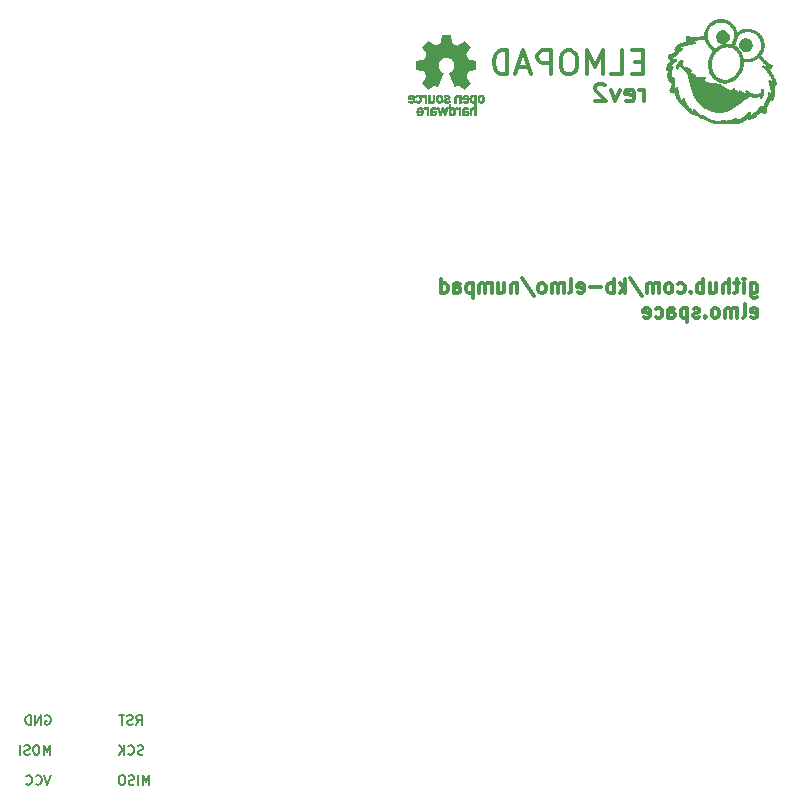
<source format=gbo>
G04 #@! TF.GenerationSoftware,KiCad,Pcbnew,5.1.6-c6e7f7d~87~ubuntu18.04.1*
G04 #@! TF.CreationDate,2020-08-05T15:47:38+02:00*
G04 #@! TF.ProjectId,numpad,6e756d70-6164-42e6-9b69-6361645f7063,rev?*
G04 #@! TF.SameCoordinates,Original*
G04 #@! TF.FileFunction,Legend,Bot*
G04 #@! TF.FilePolarity,Positive*
%FSLAX46Y46*%
G04 Gerber Fmt 4.6, Leading zero omitted, Abs format (unit mm)*
G04 Created by KiCad (PCBNEW 5.1.6-c6e7f7d~87~ubuntu18.04.1) date 2020-08-05 15:47:38*
%MOMM*%
%LPD*%
G01*
G04 APERTURE LIST*
%ADD10C,0.300000*%
%ADD11C,0.200000*%
%ADD12C,0.010000*%
%ADD13C,3.100000*%
%ADD14O,1.500000X1.500000*%
%ADD15C,1.500000*%
%ADD16O,0.750000X1.100000*%
%ADD17O,1.000000X2.500000*%
%ADD18O,1.000000X1.800000*%
%ADD19O,1.800000X1.800000*%
%ADD20R,1.800000X1.800000*%
%ADD21O,1.700000X1.700000*%
%ADD22R,1.700000X1.700000*%
%ADD23C,2.350000*%
%ADD24C,4.087800*%
%ADD25C,1.850000*%
%ADD26C,3.148000*%
%ADD27C,1.600000*%
%ADD28C,2.100000*%
%ADD29C,1.700000*%
%ADD30C,1.300000*%
%ADD31R,1.300000X1.300000*%
G04 APERTURE END LIST*
D10*
X150262000Y-97371857D02*
X150262000Y-98343285D01*
X150319142Y-98457571D01*
X150376285Y-98514714D01*
X150490571Y-98571857D01*
X150662000Y-98571857D01*
X150776285Y-98514714D01*
X150262000Y-98114714D02*
X150376285Y-98171857D01*
X150604857Y-98171857D01*
X150719142Y-98114714D01*
X150776285Y-98057571D01*
X150833428Y-97943285D01*
X150833428Y-97600428D01*
X150776285Y-97486142D01*
X150719142Y-97429000D01*
X150604857Y-97371857D01*
X150376285Y-97371857D01*
X150262000Y-97429000D01*
X149690571Y-98171857D02*
X149690571Y-97371857D01*
X149690571Y-96971857D02*
X149747714Y-97029000D01*
X149690571Y-97086142D01*
X149633428Y-97029000D01*
X149690571Y-96971857D01*
X149690571Y-97086142D01*
X149290571Y-97371857D02*
X148833428Y-97371857D01*
X149119142Y-96971857D02*
X149119142Y-98000428D01*
X149062000Y-98114714D01*
X148947714Y-98171857D01*
X148833428Y-98171857D01*
X148433428Y-98171857D02*
X148433428Y-96971857D01*
X147919142Y-98171857D02*
X147919142Y-97543285D01*
X147976285Y-97429000D01*
X148090571Y-97371857D01*
X148262000Y-97371857D01*
X148376285Y-97429000D01*
X148433428Y-97486142D01*
X146833428Y-97371857D02*
X146833428Y-98171857D01*
X147347714Y-97371857D02*
X147347714Y-98000428D01*
X147290571Y-98114714D01*
X147176285Y-98171857D01*
X147004857Y-98171857D01*
X146890571Y-98114714D01*
X146833428Y-98057571D01*
X146262000Y-98171857D02*
X146262000Y-96971857D01*
X146262000Y-97429000D02*
X146147714Y-97371857D01*
X145919142Y-97371857D01*
X145804857Y-97429000D01*
X145747714Y-97486142D01*
X145690571Y-97600428D01*
X145690571Y-97943285D01*
X145747714Y-98057571D01*
X145804857Y-98114714D01*
X145919142Y-98171857D01*
X146147714Y-98171857D01*
X146262000Y-98114714D01*
X145176285Y-98057571D02*
X145119142Y-98114714D01*
X145176285Y-98171857D01*
X145233428Y-98114714D01*
X145176285Y-98057571D01*
X145176285Y-98171857D01*
X144090571Y-98114714D02*
X144204857Y-98171857D01*
X144433428Y-98171857D01*
X144547714Y-98114714D01*
X144604857Y-98057571D01*
X144662000Y-97943285D01*
X144662000Y-97600428D01*
X144604857Y-97486142D01*
X144547714Y-97429000D01*
X144433428Y-97371857D01*
X144204857Y-97371857D01*
X144090571Y-97429000D01*
X143404857Y-98171857D02*
X143519142Y-98114714D01*
X143576285Y-98057571D01*
X143633428Y-97943285D01*
X143633428Y-97600428D01*
X143576285Y-97486142D01*
X143519142Y-97429000D01*
X143404857Y-97371857D01*
X143233428Y-97371857D01*
X143119142Y-97429000D01*
X143062000Y-97486142D01*
X143004857Y-97600428D01*
X143004857Y-97943285D01*
X143062000Y-98057571D01*
X143119142Y-98114714D01*
X143233428Y-98171857D01*
X143404857Y-98171857D01*
X142490571Y-98171857D02*
X142490571Y-97371857D01*
X142490571Y-97486142D02*
X142433428Y-97429000D01*
X142319142Y-97371857D01*
X142147714Y-97371857D01*
X142033428Y-97429000D01*
X141976285Y-97543285D01*
X141976285Y-98171857D01*
X141976285Y-97543285D02*
X141919142Y-97429000D01*
X141804857Y-97371857D01*
X141633428Y-97371857D01*
X141519142Y-97429000D01*
X141462000Y-97543285D01*
X141462000Y-98171857D01*
X140033428Y-96914714D02*
X141062000Y-98457571D01*
X139633428Y-98171857D02*
X139633428Y-96971857D01*
X139519142Y-97714714D02*
X139176285Y-98171857D01*
X139176285Y-97371857D02*
X139633428Y-97829000D01*
X138662000Y-98171857D02*
X138662000Y-96971857D01*
X138662000Y-97429000D02*
X138547714Y-97371857D01*
X138319142Y-97371857D01*
X138204857Y-97429000D01*
X138147714Y-97486142D01*
X138090571Y-97600428D01*
X138090571Y-97943285D01*
X138147714Y-98057571D01*
X138204857Y-98114714D01*
X138319142Y-98171857D01*
X138547714Y-98171857D01*
X138662000Y-98114714D01*
X137576285Y-97714714D02*
X136662000Y-97714714D01*
X135633428Y-98114714D02*
X135747714Y-98171857D01*
X135976285Y-98171857D01*
X136090571Y-98114714D01*
X136147714Y-98000428D01*
X136147714Y-97543285D01*
X136090571Y-97429000D01*
X135976285Y-97371857D01*
X135747714Y-97371857D01*
X135633428Y-97429000D01*
X135576285Y-97543285D01*
X135576285Y-97657571D01*
X136147714Y-97771857D01*
X134890571Y-98171857D02*
X135004857Y-98114714D01*
X135062000Y-98000428D01*
X135062000Y-96971857D01*
X134433428Y-98171857D02*
X134433428Y-97371857D01*
X134433428Y-97486142D02*
X134376285Y-97429000D01*
X134262000Y-97371857D01*
X134090571Y-97371857D01*
X133976285Y-97429000D01*
X133919142Y-97543285D01*
X133919142Y-98171857D01*
X133919142Y-97543285D02*
X133862000Y-97429000D01*
X133747714Y-97371857D01*
X133576285Y-97371857D01*
X133462000Y-97429000D01*
X133404857Y-97543285D01*
X133404857Y-98171857D01*
X132662000Y-98171857D02*
X132776285Y-98114714D01*
X132833428Y-98057571D01*
X132890571Y-97943285D01*
X132890571Y-97600428D01*
X132833428Y-97486142D01*
X132776285Y-97429000D01*
X132662000Y-97371857D01*
X132490571Y-97371857D01*
X132376285Y-97429000D01*
X132319142Y-97486142D01*
X132262000Y-97600428D01*
X132262000Y-97943285D01*
X132319142Y-98057571D01*
X132376285Y-98114714D01*
X132490571Y-98171857D01*
X132662000Y-98171857D01*
X130890571Y-96914714D02*
X131919142Y-98457571D01*
X130490571Y-97371857D02*
X130490571Y-98171857D01*
X130490571Y-97486142D02*
X130433428Y-97429000D01*
X130319142Y-97371857D01*
X130147714Y-97371857D01*
X130033428Y-97429000D01*
X129976285Y-97543285D01*
X129976285Y-98171857D01*
X128890571Y-97371857D02*
X128890571Y-98171857D01*
X129404857Y-97371857D02*
X129404857Y-98000428D01*
X129347714Y-98114714D01*
X129233428Y-98171857D01*
X129062000Y-98171857D01*
X128947714Y-98114714D01*
X128890571Y-98057571D01*
X128319142Y-98171857D02*
X128319142Y-97371857D01*
X128319142Y-97486142D02*
X128262000Y-97429000D01*
X128147714Y-97371857D01*
X127976285Y-97371857D01*
X127862000Y-97429000D01*
X127804857Y-97543285D01*
X127804857Y-98171857D01*
X127804857Y-97543285D02*
X127747714Y-97429000D01*
X127633428Y-97371857D01*
X127462000Y-97371857D01*
X127347714Y-97429000D01*
X127290571Y-97543285D01*
X127290571Y-98171857D01*
X126719142Y-97371857D02*
X126719142Y-98571857D01*
X126719142Y-97429000D02*
X126604857Y-97371857D01*
X126376285Y-97371857D01*
X126262000Y-97429000D01*
X126204857Y-97486142D01*
X126147714Y-97600428D01*
X126147714Y-97943285D01*
X126204857Y-98057571D01*
X126262000Y-98114714D01*
X126376285Y-98171857D01*
X126604857Y-98171857D01*
X126719142Y-98114714D01*
X125119142Y-98171857D02*
X125119142Y-97543285D01*
X125176285Y-97429000D01*
X125290571Y-97371857D01*
X125519142Y-97371857D01*
X125633428Y-97429000D01*
X125119142Y-98114714D02*
X125233428Y-98171857D01*
X125519142Y-98171857D01*
X125633428Y-98114714D01*
X125690571Y-98000428D01*
X125690571Y-97886142D01*
X125633428Y-97771857D01*
X125519142Y-97714714D01*
X125233428Y-97714714D01*
X125119142Y-97657571D01*
X124033428Y-98171857D02*
X124033428Y-96971857D01*
X124033428Y-98114714D02*
X124147714Y-98171857D01*
X124376285Y-98171857D01*
X124490571Y-98114714D01*
X124547714Y-98057571D01*
X124604857Y-97943285D01*
X124604857Y-97600428D01*
X124547714Y-97486142D01*
X124490571Y-97429000D01*
X124376285Y-97371857D01*
X124147714Y-97371857D01*
X124033428Y-97429000D01*
X150319142Y-100214714D02*
X150433428Y-100271857D01*
X150662000Y-100271857D01*
X150776285Y-100214714D01*
X150833428Y-100100428D01*
X150833428Y-99643285D01*
X150776285Y-99529000D01*
X150662000Y-99471857D01*
X150433428Y-99471857D01*
X150319142Y-99529000D01*
X150262000Y-99643285D01*
X150262000Y-99757571D01*
X150833428Y-99871857D01*
X149576285Y-100271857D02*
X149690571Y-100214714D01*
X149747714Y-100100428D01*
X149747714Y-99071857D01*
X149119142Y-100271857D02*
X149119142Y-99471857D01*
X149119142Y-99586142D02*
X149062000Y-99529000D01*
X148947714Y-99471857D01*
X148776285Y-99471857D01*
X148662000Y-99529000D01*
X148604857Y-99643285D01*
X148604857Y-100271857D01*
X148604857Y-99643285D02*
X148547714Y-99529000D01*
X148433428Y-99471857D01*
X148262000Y-99471857D01*
X148147714Y-99529000D01*
X148090571Y-99643285D01*
X148090571Y-100271857D01*
X147347714Y-100271857D02*
X147462000Y-100214714D01*
X147519142Y-100157571D01*
X147576285Y-100043285D01*
X147576285Y-99700428D01*
X147519142Y-99586142D01*
X147462000Y-99529000D01*
X147347714Y-99471857D01*
X147176285Y-99471857D01*
X147062000Y-99529000D01*
X147004857Y-99586142D01*
X146947714Y-99700428D01*
X146947714Y-100043285D01*
X147004857Y-100157571D01*
X147062000Y-100214714D01*
X147176285Y-100271857D01*
X147347714Y-100271857D01*
X146433428Y-100157571D02*
X146376285Y-100214714D01*
X146433428Y-100271857D01*
X146490571Y-100214714D01*
X146433428Y-100157571D01*
X146433428Y-100271857D01*
X145919142Y-100214714D02*
X145804857Y-100271857D01*
X145576285Y-100271857D01*
X145462000Y-100214714D01*
X145404857Y-100100428D01*
X145404857Y-100043285D01*
X145462000Y-99929000D01*
X145576285Y-99871857D01*
X145747714Y-99871857D01*
X145862000Y-99814714D01*
X145919142Y-99700428D01*
X145919142Y-99643285D01*
X145862000Y-99529000D01*
X145747714Y-99471857D01*
X145576285Y-99471857D01*
X145462000Y-99529000D01*
X144890571Y-99471857D02*
X144890571Y-100671857D01*
X144890571Y-99529000D02*
X144776285Y-99471857D01*
X144547714Y-99471857D01*
X144433428Y-99529000D01*
X144376285Y-99586142D01*
X144319142Y-99700428D01*
X144319142Y-100043285D01*
X144376285Y-100157571D01*
X144433428Y-100214714D01*
X144547714Y-100271857D01*
X144776285Y-100271857D01*
X144890571Y-100214714D01*
X143290571Y-100271857D02*
X143290571Y-99643285D01*
X143347714Y-99529000D01*
X143462000Y-99471857D01*
X143690571Y-99471857D01*
X143804857Y-99529000D01*
X143290571Y-100214714D02*
X143404857Y-100271857D01*
X143690571Y-100271857D01*
X143804857Y-100214714D01*
X143862000Y-100100428D01*
X143862000Y-99986142D01*
X143804857Y-99871857D01*
X143690571Y-99814714D01*
X143404857Y-99814714D01*
X143290571Y-99757571D01*
X142204857Y-100214714D02*
X142319142Y-100271857D01*
X142547714Y-100271857D01*
X142662000Y-100214714D01*
X142719142Y-100157571D01*
X142776285Y-100043285D01*
X142776285Y-99700428D01*
X142719142Y-99586142D01*
X142662000Y-99529000D01*
X142547714Y-99471857D01*
X142319142Y-99471857D01*
X142204857Y-99529000D01*
X141233428Y-100214714D02*
X141347714Y-100271857D01*
X141576285Y-100271857D01*
X141690571Y-100214714D01*
X141747714Y-100100428D01*
X141747714Y-99643285D01*
X141690571Y-99529000D01*
X141576285Y-99471857D01*
X141347714Y-99471857D01*
X141233428Y-99529000D01*
X141176285Y-99643285D01*
X141176285Y-99757571D01*
X141747714Y-99871857D01*
X141227714Y-81958571D02*
X141227714Y-80958571D01*
X141227714Y-81244285D02*
X141156285Y-81101428D01*
X141084857Y-81030000D01*
X140942000Y-80958571D01*
X140799142Y-80958571D01*
X139727714Y-81887142D02*
X139870571Y-81958571D01*
X140156285Y-81958571D01*
X140299142Y-81887142D01*
X140370571Y-81744285D01*
X140370571Y-81172857D01*
X140299142Y-81030000D01*
X140156285Y-80958571D01*
X139870571Y-80958571D01*
X139727714Y-81030000D01*
X139656285Y-81172857D01*
X139656285Y-81315714D01*
X140370571Y-81458571D01*
X139156285Y-80958571D02*
X138799142Y-81958571D01*
X138442000Y-80958571D01*
X137942000Y-80601428D02*
X137870571Y-80530000D01*
X137727714Y-80458571D01*
X137370571Y-80458571D01*
X137227714Y-80530000D01*
X137156285Y-80601428D01*
X137084857Y-80744285D01*
X137084857Y-80887142D01*
X137156285Y-81101428D01*
X138013428Y-81958571D01*
X137084857Y-81958571D01*
X141159714Y-78597142D02*
X140493047Y-78597142D01*
X140207333Y-79644761D02*
X141159714Y-79644761D01*
X141159714Y-77644761D01*
X140207333Y-77644761D01*
X138397809Y-79644761D02*
X139350190Y-79644761D01*
X139350190Y-77644761D01*
X137731142Y-79644761D02*
X137731142Y-77644761D01*
X137064476Y-79073333D01*
X136397809Y-77644761D01*
X136397809Y-79644761D01*
X135064476Y-77644761D02*
X134683523Y-77644761D01*
X134493047Y-77740000D01*
X134302571Y-77930476D01*
X134207333Y-78311428D01*
X134207333Y-78978095D01*
X134302571Y-79359047D01*
X134493047Y-79549523D01*
X134683523Y-79644761D01*
X135064476Y-79644761D01*
X135254952Y-79549523D01*
X135445428Y-79359047D01*
X135540666Y-78978095D01*
X135540666Y-78311428D01*
X135445428Y-77930476D01*
X135254952Y-77740000D01*
X135064476Y-77644761D01*
X133350190Y-79644761D02*
X133350190Y-77644761D01*
X132588285Y-77644761D01*
X132397809Y-77740000D01*
X132302571Y-77835238D01*
X132207333Y-78025714D01*
X132207333Y-78311428D01*
X132302571Y-78501904D01*
X132397809Y-78597142D01*
X132588285Y-78692380D01*
X133350190Y-78692380D01*
X131445428Y-79073333D02*
X130493047Y-79073333D01*
X131635904Y-79644761D02*
X130969238Y-77644761D01*
X130302571Y-79644761D01*
X129635904Y-79644761D02*
X129635904Y-77644761D01*
X129159714Y-77644761D01*
X128874000Y-77740000D01*
X128683523Y-77930476D01*
X128588285Y-78120952D01*
X128493047Y-78501904D01*
X128493047Y-78787619D01*
X128588285Y-79168571D01*
X128683523Y-79359047D01*
X128874000Y-79549523D01*
X129159714Y-79644761D01*
X129635904Y-79644761D01*
D11*
X90525523Y-133966000D02*
X90601714Y-133927904D01*
X90716000Y-133927904D01*
X90830285Y-133966000D01*
X90906476Y-134042190D01*
X90944571Y-134118380D01*
X90982666Y-134270761D01*
X90982666Y-134385047D01*
X90944571Y-134537428D01*
X90906476Y-134613619D01*
X90830285Y-134689809D01*
X90716000Y-134727904D01*
X90639809Y-134727904D01*
X90525523Y-134689809D01*
X90487428Y-134651714D01*
X90487428Y-134385047D01*
X90639809Y-134385047D01*
X90144571Y-134727904D02*
X90144571Y-133927904D01*
X89687428Y-134727904D01*
X89687428Y-133927904D01*
X89306476Y-134727904D02*
X89306476Y-133927904D01*
X89116000Y-133927904D01*
X89001714Y-133966000D01*
X88925523Y-134042190D01*
X88887428Y-134118380D01*
X88849333Y-134270761D01*
X88849333Y-134385047D01*
X88887428Y-134537428D01*
X88925523Y-134613619D01*
X89001714Y-134689809D01*
X89116000Y-134727904D01*
X89306476Y-134727904D01*
X98228095Y-134727904D02*
X98494761Y-134346952D01*
X98685238Y-134727904D02*
X98685238Y-133927904D01*
X98380476Y-133927904D01*
X98304285Y-133966000D01*
X98266190Y-134004095D01*
X98228095Y-134080285D01*
X98228095Y-134194571D01*
X98266190Y-134270761D01*
X98304285Y-134308857D01*
X98380476Y-134346952D01*
X98685238Y-134346952D01*
X97923333Y-134689809D02*
X97809047Y-134727904D01*
X97618571Y-134727904D01*
X97542380Y-134689809D01*
X97504285Y-134651714D01*
X97466190Y-134575523D01*
X97466190Y-134499333D01*
X97504285Y-134423142D01*
X97542380Y-134385047D01*
X97618571Y-134346952D01*
X97770952Y-134308857D01*
X97847142Y-134270761D01*
X97885238Y-134232666D01*
X97923333Y-134156476D01*
X97923333Y-134080285D01*
X97885238Y-134004095D01*
X97847142Y-133966000D01*
X97770952Y-133927904D01*
X97580476Y-133927904D01*
X97466190Y-133966000D01*
X97237619Y-133927904D02*
X96780476Y-133927904D01*
X97009047Y-134727904D02*
X97009047Y-133927904D01*
X90919142Y-137267904D02*
X90919142Y-136467904D01*
X90652476Y-137039333D01*
X90385809Y-136467904D01*
X90385809Y-137267904D01*
X89852476Y-136467904D02*
X89700095Y-136467904D01*
X89623904Y-136506000D01*
X89547714Y-136582190D01*
X89509619Y-136734571D01*
X89509619Y-137001238D01*
X89547714Y-137153619D01*
X89623904Y-137229809D01*
X89700095Y-137267904D01*
X89852476Y-137267904D01*
X89928666Y-137229809D01*
X90004857Y-137153619D01*
X90042952Y-137001238D01*
X90042952Y-136734571D01*
X90004857Y-136582190D01*
X89928666Y-136506000D01*
X89852476Y-136467904D01*
X89204857Y-137229809D02*
X89090571Y-137267904D01*
X88900095Y-137267904D01*
X88823904Y-137229809D01*
X88785809Y-137191714D01*
X88747714Y-137115523D01*
X88747714Y-137039333D01*
X88785809Y-136963142D01*
X88823904Y-136925047D01*
X88900095Y-136886952D01*
X89052476Y-136848857D01*
X89128666Y-136810761D01*
X89166761Y-136772666D01*
X89204857Y-136696476D01*
X89204857Y-136620285D01*
X89166761Y-136544095D01*
X89128666Y-136506000D01*
X89052476Y-136467904D01*
X88862000Y-136467904D01*
X88747714Y-136506000D01*
X88404857Y-137267904D02*
X88404857Y-136467904D01*
X99301142Y-139807904D02*
X99301142Y-139007904D01*
X99034476Y-139579333D01*
X98767809Y-139007904D01*
X98767809Y-139807904D01*
X98386857Y-139807904D02*
X98386857Y-139007904D01*
X98044000Y-139769809D02*
X97929714Y-139807904D01*
X97739238Y-139807904D01*
X97663047Y-139769809D01*
X97624952Y-139731714D01*
X97586857Y-139655523D01*
X97586857Y-139579333D01*
X97624952Y-139503142D01*
X97663047Y-139465047D01*
X97739238Y-139426952D01*
X97891619Y-139388857D01*
X97967809Y-139350761D01*
X98005904Y-139312666D01*
X98044000Y-139236476D01*
X98044000Y-139160285D01*
X98005904Y-139084095D01*
X97967809Y-139046000D01*
X97891619Y-139007904D01*
X97701142Y-139007904D01*
X97586857Y-139046000D01*
X97091619Y-139007904D02*
X96939238Y-139007904D01*
X96863047Y-139046000D01*
X96786857Y-139122190D01*
X96748761Y-139274571D01*
X96748761Y-139541238D01*
X96786857Y-139693619D01*
X96863047Y-139769809D01*
X96939238Y-139807904D01*
X97091619Y-139807904D01*
X97167809Y-139769809D01*
X97244000Y-139693619D01*
X97282095Y-139541238D01*
X97282095Y-139274571D01*
X97244000Y-139122190D01*
X97167809Y-139046000D01*
X97091619Y-139007904D01*
X98818571Y-137229809D02*
X98704285Y-137267904D01*
X98513809Y-137267904D01*
X98437619Y-137229809D01*
X98399523Y-137191714D01*
X98361428Y-137115523D01*
X98361428Y-137039333D01*
X98399523Y-136963142D01*
X98437619Y-136925047D01*
X98513809Y-136886952D01*
X98666190Y-136848857D01*
X98742380Y-136810761D01*
X98780476Y-136772666D01*
X98818571Y-136696476D01*
X98818571Y-136620285D01*
X98780476Y-136544095D01*
X98742380Y-136506000D01*
X98666190Y-136467904D01*
X98475714Y-136467904D01*
X98361428Y-136506000D01*
X97561428Y-137191714D02*
X97599523Y-137229809D01*
X97713809Y-137267904D01*
X97790000Y-137267904D01*
X97904285Y-137229809D01*
X97980476Y-137153619D01*
X98018571Y-137077428D01*
X98056666Y-136925047D01*
X98056666Y-136810761D01*
X98018571Y-136658380D01*
X97980476Y-136582190D01*
X97904285Y-136506000D01*
X97790000Y-136467904D01*
X97713809Y-136467904D01*
X97599523Y-136506000D01*
X97561428Y-136544095D01*
X97218571Y-137267904D02*
X97218571Y-136467904D01*
X96761428Y-137267904D02*
X97104285Y-136810761D01*
X96761428Y-136467904D02*
X97218571Y-136925047D01*
X90982666Y-139007904D02*
X90716000Y-139807904D01*
X90449333Y-139007904D01*
X89725523Y-139731714D02*
X89763619Y-139769809D01*
X89877904Y-139807904D01*
X89954095Y-139807904D01*
X90068380Y-139769809D01*
X90144571Y-139693619D01*
X90182666Y-139617428D01*
X90220761Y-139465047D01*
X90220761Y-139350761D01*
X90182666Y-139198380D01*
X90144571Y-139122190D01*
X90068380Y-139046000D01*
X89954095Y-139007904D01*
X89877904Y-139007904D01*
X89763619Y-139046000D01*
X89725523Y-139084095D01*
X88925523Y-139731714D02*
X88963619Y-139769809D01*
X89077904Y-139807904D01*
X89154095Y-139807904D01*
X89268380Y-139769809D01*
X89344571Y-139693619D01*
X89382666Y-139617428D01*
X89420761Y-139465047D01*
X89420761Y-139350761D01*
X89382666Y-139198380D01*
X89344571Y-139122190D01*
X89268380Y-139046000D01*
X89154095Y-139007904D01*
X89077904Y-139007904D01*
X88963619Y-139046000D01*
X88925523Y-139084095D01*
D12*
G04 #@! TO.C,G\u002A\u002A\u002A*
G36*
X147763388Y-75951440D02*
G01*
X147673974Y-75979995D01*
X147645249Y-75992879D01*
X147531301Y-76064742D01*
X147440334Y-76161419D01*
X147372641Y-76282579D01*
X147360563Y-76313413D01*
X147337827Y-76378904D01*
X147326285Y-76426145D01*
X147324494Y-76468306D01*
X147331010Y-76518558D01*
X147335414Y-76542784D01*
X147375798Y-76681988D01*
X147439952Y-76798511D01*
X147526809Y-76891008D01*
X147635303Y-76958139D01*
X147679232Y-76975760D01*
X147773914Y-76999821D01*
X147876843Y-77011030D01*
X147975123Y-77008821D01*
X148055860Y-76992626D01*
X148056600Y-76992369D01*
X148132317Y-76954406D01*
X148211252Y-76896003D01*
X148283718Y-76826057D01*
X148340029Y-76753464D01*
X148362387Y-76711494D01*
X148382903Y-76640278D01*
X148395921Y-76550607D01*
X148400513Y-76456452D01*
X148395749Y-76371782D01*
X148387736Y-76330339D01*
X148344839Y-76232231D01*
X148276228Y-76139235D01*
X148189320Y-76057970D01*
X148091534Y-75995055D01*
X147990288Y-75957108D01*
X147963759Y-75952065D01*
X147855489Y-75942706D01*
X147763388Y-75951440D01*
G37*
X147763388Y-75951440D02*
X147673974Y-75979995D01*
X147645249Y-75992879D01*
X147531301Y-76064742D01*
X147440334Y-76161419D01*
X147372641Y-76282579D01*
X147360563Y-76313413D01*
X147337827Y-76378904D01*
X147326285Y-76426145D01*
X147324494Y-76468306D01*
X147331010Y-76518558D01*
X147335414Y-76542784D01*
X147375798Y-76681988D01*
X147439952Y-76798511D01*
X147526809Y-76891008D01*
X147635303Y-76958139D01*
X147679232Y-76975760D01*
X147773914Y-76999821D01*
X147876843Y-77011030D01*
X147975123Y-77008821D01*
X148055860Y-76992626D01*
X148056600Y-76992369D01*
X148132317Y-76954406D01*
X148211252Y-76896003D01*
X148283718Y-76826057D01*
X148340029Y-76753464D01*
X148362387Y-76711494D01*
X148382903Y-76640278D01*
X148395921Y-76550607D01*
X148400513Y-76456452D01*
X148395749Y-76371782D01*
X148387736Y-76330339D01*
X148344839Y-76232231D01*
X148276228Y-76139235D01*
X148189320Y-76057970D01*
X148091534Y-75995055D01*
X147990288Y-75957108D01*
X147963759Y-75952065D01*
X147855489Y-75942706D01*
X147763388Y-75951440D01*
G36*
X149750123Y-76633094D02*
G01*
X149640597Y-76660756D01*
X149533718Y-76712448D01*
X149444826Y-76778960D01*
X149373723Y-76859935D01*
X149321724Y-76957727D01*
X149285997Y-77078371D01*
X149274447Y-77141897D01*
X149274874Y-77244840D01*
X149304399Y-77350191D01*
X149359254Y-77452193D01*
X149435672Y-77545086D01*
X149529883Y-77623111D01*
X149622716Y-77674127D01*
X149671626Y-77687112D01*
X149741404Y-77695873D01*
X149820458Y-77700041D01*
X149897197Y-77699248D01*
X149960029Y-77693123D01*
X149988778Y-77685773D01*
X150027329Y-77666644D01*
X150077293Y-77637019D01*
X150130725Y-77602291D01*
X150179675Y-77567853D01*
X150216197Y-77539101D01*
X150232343Y-77521426D01*
X150232534Y-77520348D01*
X150241278Y-77500404D01*
X150263363Y-77463665D01*
X150275887Y-77444707D01*
X150324714Y-77342704D01*
X150345520Y-77222289D01*
X150338181Y-77084255D01*
X150335283Y-77065828D01*
X150319118Y-76988100D01*
X150296790Y-76926856D01*
X150262447Y-76871573D01*
X150210235Y-76811727D01*
X150173267Y-76774511D01*
X150082994Y-76707724D01*
X149968626Y-76658739D01*
X149853464Y-76632626D01*
X149750123Y-76633094D01*
G37*
X149750123Y-76633094D02*
X149640597Y-76660756D01*
X149533718Y-76712448D01*
X149444826Y-76778960D01*
X149373723Y-76859935D01*
X149321724Y-76957727D01*
X149285997Y-77078371D01*
X149274447Y-77141897D01*
X149274874Y-77244840D01*
X149304399Y-77350191D01*
X149359254Y-77452193D01*
X149435672Y-77545086D01*
X149529883Y-77623111D01*
X149622716Y-77674127D01*
X149671626Y-77687112D01*
X149741404Y-77695873D01*
X149820458Y-77700041D01*
X149897197Y-77699248D01*
X149960029Y-77693123D01*
X149988778Y-77685773D01*
X150027329Y-77666644D01*
X150077293Y-77637019D01*
X150130725Y-77602291D01*
X150179675Y-77567853D01*
X150216197Y-77539101D01*
X150232343Y-77521426D01*
X150232534Y-77520348D01*
X150241278Y-77500404D01*
X150263363Y-77463665D01*
X150275887Y-77444707D01*
X150324714Y-77342704D01*
X150345520Y-77222289D01*
X150338181Y-77084255D01*
X150335283Y-77065828D01*
X150319118Y-76988100D01*
X150296790Y-76926856D01*
X150262447Y-76871573D01*
X150210235Y-76811727D01*
X150173267Y-76774511D01*
X150082994Y-76707724D01*
X149968626Y-76658739D01*
X149853464Y-76632626D01*
X149750123Y-76633094D01*
G36*
X144301502Y-78450568D02*
G01*
X144236624Y-78490471D01*
X144175308Y-78558090D01*
X144079174Y-78696546D01*
X144010833Y-78819991D01*
X143969159Y-78931032D01*
X143953023Y-79032282D01*
X143953525Y-79071537D01*
X143965971Y-79138075D01*
X143990507Y-79174175D01*
X144023918Y-79179610D01*
X144062986Y-79154151D01*
X144104493Y-79097571D01*
X144112638Y-79082816D01*
X144145308Y-79025492D01*
X144180446Y-78970093D01*
X144187967Y-78959244D01*
X144226757Y-78904767D01*
X144262055Y-78953617D01*
X144345399Y-79055391D01*
X144446544Y-79152485D01*
X144547666Y-79233589D01*
X144605179Y-79276018D01*
X144652661Y-79309502D01*
X144683633Y-79329556D01*
X144691599Y-79333275D01*
X144723032Y-79348877D01*
X144761159Y-79387308D01*
X144800169Y-79439924D01*
X144834252Y-79498079D01*
X144857601Y-79553129D01*
X144864667Y-79590817D01*
X144875147Y-79623553D01*
X144880016Y-79629846D01*
X144892465Y-79654667D01*
X144911306Y-79707295D01*
X144935120Y-79782583D01*
X144962487Y-79875386D01*
X144991987Y-79980557D01*
X145022201Y-80092949D01*
X145051710Y-80207416D01*
X145079094Y-80318812D01*
X145102933Y-80421991D01*
X145117981Y-80492600D01*
X145131146Y-80551270D01*
X145144050Y-80598744D01*
X145151876Y-80620155D01*
X145164367Y-80654187D01*
X145176640Y-80701533D01*
X145177333Y-80704822D01*
X145193472Y-80774923D01*
X145214592Y-80856165D01*
X145237725Y-80938132D01*
X145259904Y-81010409D01*
X145278164Y-81062578D01*
X145281608Y-81070892D01*
X145297884Y-81117300D01*
X145304926Y-81155567D01*
X145304934Y-81156405D01*
X145312196Y-81191839D01*
X145319822Y-81204646D01*
X145333934Y-81230103D01*
X145350836Y-81273812D01*
X145355575Y-81288466D01*
X145384852Y-81366961D01*
X145428989Y-81464736D01*
X145483459Y-81573302D01*
X145543736Y-81684170D01*
X145605294Y-81788849D01*
X145663607Y-81878852D01*
X145689607Y-81914999D01*
X145846577Y-82104569D01*
X146013870Y-82268369D01*
X146196152Y-82409714D01*
X146398084Y-82531917D01*
X146624330Y-82638291D01*
X146803534Y-82706461D01*
X146979259Y-82761001D01*
X147157976Y-82803838D01*
X147332713Y-82833933D01*
X147496500Y-82850249D01*
X147642369Y-82851747D01*
X147726400Y-82843973D01*
X147763827Y-82838534D01*
X147822576Y-82830052D01*
X147890449Y-82820289D01*
X147895734Y-82819531D01*
X148003358Y-82799568D01*
X148121695Y-82770268D01*
X148237680Y-82735350D01*
X148338251Y-82698536D01*
X148371226Y-82684117D01*
X148527768Y-82608716D01*
X148658364Y-82540818D01*
X148717001Y-82507809D01*
X148774972Y-82471629D01*
X148853841Y-82419049D01*
X148947673Y-82354334D01*
X149050533Y-82281746D01*
X149156485Y-82205548D01*
X149259595Y-82130004D01*
X149353927Y-82059378D01*
X149433547Y-81997932D01*
X149486339Y-81955168D01*
X149526338Y-81922791D01*
X149580474Y-81880686D01*
X149642839Y-81833242D01*
X149707523Y-81784847D01*
X149768618Y-81739888D01*
X149820214Y-81702755D01*
X149856403Y-81677835D01*
X149871056Y-81669466D01*
X149890610Y-81660228D01*
X149925086Y-81637329D01*
X149934602Y-81630361D01*
X149977399Y-81602041D01*
X150036947Y-81567034D01*
X150093318Y-81536614D01*
X150199636Y-81481973D01*
X150321918Y-81527477D01*
X150397217Y-81552345D01*
X150475416Y-81573194D01*
X150537334Y-81585146D01*
X150652859Y-81588044D01*
X150778784Y-81571084D01*
X150900354Y-81537082D01*
X150983838Y-81499899D01*
X151082054Y-81445997D01*
X151070628Y-81537453D01*
X151065811Y-81594942D01*
X151070359Y-81629436D01*
X151085666Y-81650856D01*
X151086711Y-81651740D01*
X151124373Y-81664080D01*
X151167232Y-81645867D01*
X151212875Y-81599547D01*
X151258892Y-81527568D01*
X151302862Y-81432399D01*
X151320996Y-81364033D01*
X151331147Y-81277642D01*
X151333320Y-81184413D01*
X151327519Y-81095531D01*
X151313748Y-81022183D01*
X151302687Y-80992329D01*
X151262615Y-80936805D01*
X151211793Y-80904185D01*
X151158065Y-80898581D01*
X151136548Y-80905259D01*
X151114495Y-80919193D01*
X151101976Y-80940746D01*
X151098110Y-80976611D01*
X151102017Y-81033478D01*
X151110639Y-81102199D01*
X151115937Y-81154026D01*
X151111552Y-81184631D01*
X151094227Y-81206044D01*
X151079522Y-81217186D01*
X151003721Y-81262696D01*
X150913615Y-81304568D01*
X150825185Y-81335850D01*
X150783624Y-81345917D01*
X150717584Y-81352088D01*
X150638808Y-81350593D01*
X150559610Y-81342566D01*
X150492307Y-81329138D01*
X150456324Y-81315823D01*
X150412550Y-81300371D01*
X150386092Y-81296933D01*
X150344522Y-81288031D01*
X150282085Y-81263689D01*
X150205956Y-81227452D01*
X150123314Y-81182863D01*
X150041336Y-81133467D01*
X150000689Y-81106603D01*
X149942112Y-81069390D01*
X149891019Y-81042201D01*
X149855737Y-81029278D01*
X149848289Y-81028974D01*
X149818654Y-81047660D01*
X149813376Y-81084555D01*
X149831891Y-81134939D01*
X149867171Y-81186390D01*
X149900201Y-81228085D01*
X149922199Y-81258507D01*
X149927734Y-81268804D01*
X149913195Y-81279997D01*
X149879100Y-81287963D01*
X149839726Y-81290901D01*
X149809354Y-81287014D01*
X149804274Y-81284357D01*
X149778608Y-81271018D01*
X149731248Y-81251179D01*
X149674127Y-81229750D01*
X149608252Y-81201097D01*
X149529808Y-81159337D01*
X149452946Y-81112171D01*
X149432456Y-81098220D01*
X149355862Y-81048033D01*
X149301772Y-81021279D01*
X149268424Y-81017765D01*
X149254056Y-81037301D01*
X149256787Y-81079100D01*
X149275660Y-81125438D01*
X149309117Y-81173831D01*
X149317924Y-81183455D01*
X149347441Y-81216351D01*
X149362006Y-81238056D01*
X149362134Y-81241644D01*
X149343647Y-81239440D01*
X149306591Y-81224756D01*
X149261309Y-81202750D01*
X149218144Y-81178579D01*
X149187438Y-81157402D01*
X149181456Y-81151540D01*
X149157027Y-81131062D01*
X149146217Y-81127599D01*
X149127173Y-81117130D01*
X149089317Y-81089212D01*
X149038984Y-81049079D01*
X148982511Y-81001966D01*
X148926232Y-80953105D01*
X148876485Y-80907732D01*
X148855398Y-80887351D01*
X148819239Y-80854085D01*
X148791958Y-80842001D01*
X148759413Y-80847445D01*
X148735036Y-80856247D01*
X148702133Y-80878129D01*
X148691729Y-80916653D01*
X148691600Y-80923980D01*
X148691600Y-80975199D01*
X148576625Y-80975199D01*
X148446255Y-80964923D01*
X148318167Y-80936255D01*
X148206243Y-80892437D01*
X148193546Y-80885765D01*
X148139835Y-80854137D01*
X148067270Y-80808218D01*
X147984333Y-80753707D01*
X147899505Y-80696303D01*
X147821270Y-80641705D01*
X147758110Y-80595614D01*
X147734867Y-80577567D01*
X147646774Y-80523412D01*
X147534184Y-80479973D01*
X147405413Y-80449573D01*
X147268772Y-80434537D01*
X147218800Y-80433333D01*
X147123323Y-80430230D01*
X147020324Y-80421668D01*
X146916427Y-80408769D01*
X146818260Y-80392654D01*
X146732448Y-80374447D01*
X146665617Y-80355267D01*
X146624392Y-80336237D01*
X146619021Y-80331793D01*
X146588805Y-80317333D01*
X146568948Y-80314800D01*
X146532983Y-80306765D01*
X146476873Y-80285351D01*
X146409518Y-80254593D01*
X146339819Y-80218526D01*
X146282834Y-80185106D01*
X146240154Y-80153352D01*
X146220216Y-80128054D01*
X146225632Y-80113505D01*
X146238064Y-80111600D01*
X146268217Y-80100023D01*
X146308223Y-80071300D01*
X146348198Y-80034443D01*
X146378259Y-79998464D01*
X146388667Y-79974291D01*
X146383251Y-79952877D01*
X146364669Y-79936123D01*
X146329422Y-79923425D01*
X146274011Y-79914181D01*
X146194938Y-79907787D01*
X146088701Y-79903639D01*
X145965334Y-79901307D01*
X145842196Y-79899116D01*
X145746987Y-79895865D01*
X145673775Y-79891051D01*
X145616627Y-79884167D01*
X145569611Y-79874709D01*
X145534270Y-79864620D01*
X145481235Y-79846955D01*
X145457190Y-79836147D01*
X145458663Y-79829398D01*
X145482183Y-79823913D01*
X145483470Y-79823691D01*
X145521520Y-79809911D01*
X145537245Y-79779266D01*
X145538991Y-79767595D01*
X145539128Y-79731428D01*
X145526506Y-79703279D01*
X145495929Y-79678690D01*
X145442203Y-79653205D01*
X145376627Y-79628294D01*
X145288337Y-79594668D01*
X145223311Y-79564975D01*
X145172161Y-79534155D01*
X145125499Y-79497146D01*
X145113677Y-79486555D01*
X145066354Y-79443413D01*
X145122144Y-79424735D01*
X145164784Y-79402327D01*
X145182269Y-79368087D01*
X145183211Y-79361733D01*
X145178313Y-79303520D01*
X145145782Y-79260909D01*
X145090552Y-79232738D01*
X144914457Y-79163006D01*
X144757754Y-79086775D01*
X144624310Y-79006308D01*
X144517990Y-78923865D01*
X144459721Y-78863729D01*
X144414109Y-78800223D01*
X144395718Y-78750150D01*
X144403446Y-78708372D01*
X144421202Y-78684029D01*
X144455613Y-78635542D01*
X144481807Y-78578058D01*
X144492134Y-78528612D01*
X144478866Y-78505914D01*
X144445814Y-78477567D01*
X144433688Y-78469574D01*
X144366811Y-78443732D01*
X144301502Y-78450568D01*
G37*
X144301502Y-78450568D02*
X144236624Y-78490471D01*
X144175308Y-78558090D01*
X144079174Y-78696546D01*
X144010833Y-78819991D01*
X143969159Y-78931032D01*
X143953023Y-79032282D01*
X143953525Y-79071537D01*
X143965971Y-79138075D01*
X143990507Y-79174175D01*
X144023918Y-79179610D01*
X144062986Y-79154151D01*
X144104493Y-79097571D01*
X144112638Y-79082816D01*
X144145308Y-79025492D01*
X144180446Y-78970093D01*
X144187967Y-78959244D01*
X144226757Y-78904767D01*
X144262055Y-78953617D01*
X144345399Y-79055391D01*
X144446544Y-79152485D01*
X144547666Y-79233589D01*
X144605179Y-79276018D01*
X144652661Y-79309502D01*
X144683633Y-79329556D01*
X144691599Y-79333275D01*
X144723032Y-79348877D01*
X144761159Y-79387308D01*
X144800169Y-79439924D01*
X144834252Y-79498079D01*
X144857601Y-79553129D01*
X144864667Y-79590817D01*
X144875147Y-79623553D01*
X144880016Y-79629846D01*
X144892465Y-79654667D01*
X144911306Y-79707295D01*
X144935120Y-79782583D01*
X144962487Y-79875386D01*
X144991987Y-79980557D01*
X145022201Y-80092949D01*
X145051710Y-80207416D01*
X145079094Y-80318812D01*
X145102933Y-80421991D01*
X145117981Y-80492600D01*
X145131146Y-80551270D01*
X145144050Y-80598744D01*
X145151876Y-80620155D01*
X145164367Y-80654187D01*
X145176640Y-80701533D01*
X145177333Y-80704822D01*
X145193472Y-80774923D01*
X145214592Y-80856165D01*
X145237725Y-80938132D01*
X145259904Y-81010409D01*
X145278164Y-81062578D01*
X145281608Y-81070892D01*
X145297884Y-81117300D01*
X145304926Y-81155567D01*
X145304934Y-81156405D01*
X145312196Y-81191839D01*
X145319822Y-81204646D01*
X145333934Y-81230103D01*
X145350836Y-81273812D01*
X145355575Y-81288466D01*
X145384852Y-81366961D01*
X145428989Y-81464736D01*
X145483459Y-81573302D01*
X145543736Y-81684170D01*
X145605294Y-81788849D01*
X145663607Y-81878852D01*
X145689607Y-81914999D01*
X145846577Y-82104569D01*
X146013870Y-82268369D01*
X146196152Y-82409714D01*
X146398084Y-82531917D01*
X146624330Y-82638291D01*
X146803534Y-82706461D01*
X146979259Y-82761001D01*
X147157976Y-82803838D01*
X147332713Y-82833933D01*
X147496500Y-82850249D01*
X147642369Y-82851747D01*
X147726400Y-82843973D01*
X147763827Y-82838534D01*
X147822576Y-82830052D01*
X147890449Y-82820289D01*
X147895734Y-82819531D01*
X148003358Y-82799568D01*
X148121695Y-82770268D01*
X148237680Y-82735350D01*
X148338251Y-82698536D01*
X148371226Y-82684117D01*
X148527768Y-82608716D01*
X148658364Y-82540818D01*
X148717001Y-82507809D01*
X148774972Y-82471629D01*
X148853841Y-82419049D01*
X148947673Y-82354334D01*
X149050533Y-82281746D01*
X149156485Y-82205548D01*
X149259595Y-82130004D01*
X149353927Y-82059378D01*
X149433547Y-81997932D01*
X149486339Y-81955168D01*
X149526338Y-81922791D01*
X149580474Y-81880686D01*
X149642839Y-81833242D01*
X149707523Y-81784847D01*
X149768618Y-81739888D01*
X149820214Y-81702755D01*
X149856403Y-81677835D01*
X149871056Y-81669466D01*
X149890610Y-81660228D01*
X149925086Y-81637329D01*
X149934602Y-81630361D01*
X149977399Y-81602041D01*
X150036947Y-81567034D01*
X150093318Y-81536614D01*
X150199636Y-81481973D01*
X150321918Y-81527477D01*
X150397217Y-81552345D01*
X150475416Y-81573194D01*
X150537334Y-81585146D01*
X150652859Y-81588044D01*
X150778784Y-81571084D01*
X150900354Y-81537082D01*
X150983838Y-81499899D01*
X151082054Y-81445997D01*
X151070628Y-81537453D01*
X151065811Y-81594942D01*
X151070359Y-81629436D01*
X151085666Y-81650856D01*
X151086711Y-81651740D01*
X151124373Y-81664080D01*
X151167232Y-81645867D01*
X151212875Y-81599547D01*
X151258892Y-81527568D01*
X151302862Y-81432399D01*
X151320996Y-81364033D01*
X151331147Y-81277642D01*
X151333320Y-81184413D01*
X151327519Y-81095531D01*
X151313748Y-81022183D01*
X151302687Y-80992329D01*
X151262615Y-80936805D01*
X151211793Y-80904185D01*
X151158065Y-80898581D01*
X151136548Y-80905259D01*
X151114495Y-80919193D01*
X151101976Y-80940746D01*
X151098110Y-80976611D01*
X151102017Y-81033478D01*
X151110639Y-81102199D01*
X151115937Y-81154026D01*
X151111552Y-81184631D01*
X151094227Y-81206044D01*
X151079522Y-81217186D01*
X151003721Y-81262696D01*
X150913615Y-81304568D01*
X150825185Y-81335850D01*
X150783624Y-81345917D01*
X150717584Y-81352088D01*
X150638808Y-81350593D01*
X150559610Y-81342566D01*
X150492307Y-81329138D01*
X150456324Y-81315823D01*
X150412550Y-81300371D01*
X150386092Y-81296933D01*
X150344522Y-81288031D01*
X150282085Y-81263689D01*
X150205956Y-81227452D01*
X150123314Y-81182863D01*
X150041336Y-81133467D01*
X150000689Y-81106603D01*
X149942112Y-81069390D01*
X149891019Y-81042201D01*
X149855737Y-81029278D01*
X149848289Y-81028974D01*
X149818654Y-81047660D01*
X149813376Y-81084555D01*
X149831891Y-81134939D01*
X149867171Y-81186390D01*
X149900201Y-81228085D01*
X149922199Y-81258507D01*
X149927734Y-81268804D01*
X149913195Y-81279997D01*
X149879100Y-81287963D01*
X149839726Y-81290901D01*
X149809354Y-81287014D01*
X149804274Y-81284357D01*
X149778608Y-81271018D01*
X149731248Y-81251179D01*
X149674127Y-81229750D01*
X149608252Y-81201097D01*
X149529808Y-81159337D01*
X149452946Y-81112171D01*
X149432456Y-81098220D01*
X149355862Y-81048033D01*
X149301772Y-81021279D01*
X149268424Y-81017765D01*
X149254056Y-81037301D01*
X149256787Y-81079100D01*
X149275660Y-81125438D01*
X149309117Y-81173831D01*
X149317924Y-81183455D01*
X149347441Y-81216351D01*
X149362006Y-81238056D01*
X149362134Y-81241644D01*
X149343647Y-81239440D01*
X149306591Y-81224756D01*
X149261309Y-81202750D01*
X149218144Y-81178579D01*
X149187438Y-81157402D01*
X149181456Y-81151540D01*
X149157027Y-81131062D01*
X149146217Y-81127599D01*
X149127173Y-81117130D01*
X149089317Y-81089212D01*
X149038984Y-81049079D01*
X148982511Y-81001966D01*
X148926232Y-80953105D01*
X148876485Y-80907732D01*
X148855398Y-80887351D01*
X148819239Y-80854085D01*
X148791958Y-80842001D01*
X148759413Y-80847445D01*
X148735036Y-80856247D01*
X148702133Y-80878129D01*
X148691729Y-80916653D01*
X148691600Y-80923980D01*
X148691600Y-80975199D01*
X148576625Y-80975199D01*
X148446255Y-80964923D01*
X148318167Y-80936255D01*
X148206243Y-80892437D01*
X148193546Y-80885765D01*
X148139835Y-80854137D01*
X148067270Y-80808218D01*
X147984333Y-80753707D01*
X147899505Y-80696303D01*
X147821270Y-80641705D01*
X147758110Y-80595614D01*
X147734867Y-80577567D01*
X147646774Y-80523412D01*
X147534184Y-80479973D01*
X147405413Y-80449573D01*
X147268772Y-80434537D01*
X147218800Y-80433333D01*
X147123323Y-80430230D01*
X147020324Y-80421668D01*
X146916427Y-80408769D01*
X146818260Y-80392654D01*
X146732448Y-80374447D01*
X146665617Y-80355267D01*
X146624392Y-80336237D01*
X146619021Y-80331793D01*
X146588805Y-80317333D01*
X146568948Y-80314800D01*
X146532983Y-80306765D01*
X146476873Y-80285351D01*
X146409518Y-80254593D01*
X146339819Y-80218526D01*
X146282834Y-80185106D01*
X146240154Y-80153352D01*
X146220216Y-80128054D01*
X146225632Y-80113505D01*
X146238064Y-80111600D01*
X146268217Y-80100023D01*
X146308223Y-80071300D01*
X146348198Y-80034443D01*
X146378259Y-79998464D01*
X146388667Y-79974291D01*
X146383251Y-79952877D01*
X146364669Y-79936123D01*
X146329422Y-79923425D01*
X146274011Y-79914181D01*
X146194938Y-79907787D01*
X146088701Y-79903639D01*
X145965334Y-79901307D01*
X145842196Y-79899116D01*
X145746987Y-79895865D01*
X145673775Y-79891051D01*
X145616627Y-79884167D01*
X145569611Y-79874709D01*
X145534270Y-79864620D01*
X145481235Y-79846955D01*
X145457190Y-79836147D01*
X145458663Y-79829398D01*
X145482183Y-79823913D01*
X145483470Y-79823691D01*
X145521520Y-79809911D01*
X145537245Y-79779266D01*
X145538991Y-79767595D01*
X145539128Y-79731428D01*
X145526506Y-79703279D01*
X145495929Y-79678690D01*
X145442203Y-79653205D01*
X145376627Y-79628294D01*
X145288337Y-79594668D01*
X145223311Y-79564975D01*
X145172161Y-79534155D01*
X145125499Y-79497146D01*
X145113677Y-79486555D01*
X145066354Y-79443413D01*
X145122144Y-79424735D01*
X145164784Y-79402327D01*
X145182269Y-79368087D01*
X145183211Y-79361733D01*
X145178313Y-79303520D01*
X145145782Y-79260909D01*
X145090552Y-79232738D01*
X144914457Y-79163006D01*
X144757754Y-79086775D01*
X144624310Y-79006308D01*
X144517990Y-78923865D01*
X144459721Y-78863729D01*
X144414109Y-78800223D01*
X144395718Y-78750150D01*
X144403446Y-78708372D01*
X144421202Y-78684029D01*
X144455613Y-78635542D01*
X144481807Y-78578058D01*
X144492134Y-78528612D01*
X144478866Y-78505914D01*
X144445814Y-78477567D01*
X144433688Y-78469574D01*
X144366811Y-78443732D01*
X144301502Y-78450568D01*
G36*
X147478730Y-75004499D02*
G01*
X147361690Y-75030595D01*
X147357782Y-75031867D01*
X147288110Y-75056018D01*
X147220646Y-75081283D01*
X147176067Y-75099592D01*
X147122881Y-75121780D01*
X147075218Y-75139368D01*
X147066000Y-75142291D01*
X147031565Y-75156324D01*
X146990057Y-75181554D01*
X146935508Y-75222045D01*
X146866139Y-75278374D01*
X146820336Y-75315271D01*
X146779284Y-75346434D01*
X146767725Y-75354574D01*
X146738516Y-75380584D01*
X146696035Y-75425868D01*
X146647073Y-75482416D01*
X146598420Y-75542218D01*
X146556868Y-75597263D01*
X146536428Y-75627419D01*
X146450992Y-75788709D01*
X146384446Y-75966736D01*
X146340984Y-76148887D01*
X146327700Y-76255300D01*
X146322332Y-76325341D01*
X146315000Y-76370978D01*
X146299344Y-76398171D01*
X146269003Y-76412883D01*
X146217616Y-76421076D01*
X146143134Y-76428288D01*
X146054719Y-76438106D01*
X145952492Y-76451294D01*
X145846081Y-76466428D01*
X145745116Y-76482082D01*
X145659226Y-76496831D01*
X145601267Y-76508497D01*
X145466432Y-76524552D01*
X145316703Y-76515512D01*
X145175125Y-76486182D01*
X145103629Y-76466874D01*
X145036955Y-76449474D01*
X144988057Y-76437353D01*
X144983201Y-76436231D01*
X144932093Y-76423769D01*
X144889804Y-76412109D01*
X144888432Y-76411685D01*
X144855837Y-76412154D01*
X144818020Y-76436588D01*
X144799532Y-76454007D01*
X144763179Y-76498328D01*
X144746792Y-76545622D01*
X144743170Y-76586535D01*
X144742653Y-76689859D01*
X144750624Y-76766326D01*
X144768017Y-76822095D01*
X144782724Y-76847292D01*
X144803630Y-76878793D01*
X144811187Y-76894661D01*
X144810787Y-76895075D01*
X144793192Y-76899594D01*
X144750434Y-76911052D01*
X144690011Y-76927430D01*
X144653001Y-76937522D01*
X144570253Y-76960046D01*
X144485636Y-76982942D01*
X144414320Y-77002108D01*
X144399000Y-77006194D01*
X144340722Y-77023900D01*
X144293587Y-77042144D01*
X144272000Y-77054091D01*
X144239281Y-77074060D01*
X144193018Y-77095183D01*
X144187334Y-77097384D01*
X144107734Y-77137097D01*
X144028533Y-77193386D01*
X143954493Y-77260773D01*
X143890373Y-77333779D01*
X143840936Y-77406924D01*
X143810942Y-77474729D01*
X143805152Y-77531715D01*
X143806005Y-77536236D01*
X143821794Y-77579204D01*
X143841289Y-77606370D01*
X143861949Y-77630284D01*
X143865601Y-77640809D01*
X143854158Y-77657757D01*
X143823184Y-77692579D01*
X143777708Y-77739832D01*
X143734367Y-77782829D01*
X143672897Y-77841316D01*
X143625157Y-77881491D01*
X143581415Y-77909468D01*
X143531943Y-77931362D01*
X143467010Y-77953287D01*
X143459200Y-77955745D01*
X143380386Y-77983965D01*
X143317295Y-78013352D01*
X143278406Y-78039927D01*
X143277167Y-78041197D01*
X143246324Y-78096925D01*
X143240442Y-78166345D01*
X143260061Y-78239684D01*
X143265580Y-78251086D01*
X143298295Y-78305396D01*
X143342692Y-78367986D01*
X143390243Y-78427746D01*
X143432416Y-78473569D01*
X143445134Y-78484916D01*
X143461767Y-78499885D01*
X143466731Y-78514171D01*
X143456982Y-78533958D01*
X143429473Y-78565427D01*
X143381190Y-78614733D01*
X143285495Y-78724979D01*
X143204549Y-78845227D01*
X143142482Y-78967886D01*
X143103421Y-79085365D01*
X143093345Y-79144003D01*
X143094412Y-79223492D01*
X143118006Y-79279205D01*
X143165731Y-79313995D01*
X143194043Y-79323227D01*
X143235403Y-79336598D01*
X143250476Y-79352990D01*
X143248236Y-79374027D01*
X143220139Y-79477249D01*
X143202025Y-79559435D01*
X143192060Y-79631288D01*
X143188409Y-79703509D01*
X143188267Y-79723746D01*
X143196232Y-79838999D01*
X143218437Y-79947738D01*
X143252348Y-80039554D01*
X143274668Y-80078484D01*
X143297738Y-80117760D01*
X143326387Y-80173978D01*
X143346599Y-80217558D01*
X143374180Y-80273857D01*
X143401739Y-80306845D01*
X143440145Y-80324407D01*
X143500268Y-80334427D01*
X143509123Y-80335459D01*
X143530576Y-80340172D01*
X143543549Y-80353214D01*
X143550805Y-80382069D01*
X143555110Y-80434219D01*
X143556667Y-80464120D01*
X143554488Y-80560054D01*
X143540199Y-80652851D01*
X143516055Y-80732427D01*
X143484306Y-80788700D01*
X143484109Y-80788933D01*
X143449510Y-80838160D01*
X143416277Y-80899134D01*
X143389946Y-80960073D01*
X143376054Y-81009197D01*
X143375143Y-81020792D01*
X143391688Y-81079751D01*
X143435306Y-81132031D01*
X143499316Y-81173703D01*
X143577036Y-81200843D01*
X143661786Y-81209524D01*
X143692671Y-81207382D01*
X143745767Y-81200570D01*
X143786794Y-81194388D01*
X143797557Y-81192337D01*
X143814081Y-81200314D01*
X143828433Y-81235066D01*
X143840184Y-81288466D01*
X143851666Y-81347074D01*
X143862289Y-81394329D01*
X143868257Y-81415466D01*
X143879208Y-81447301D01*
X143894647Y-81494911D01*
X143898963Y-81508599D01*
X143939661Y-81614204D01*
X143997113Y-81731121D01*
X144064262Y-81846582D01*
X144134050Y-81947816D01*
X144158845Y-81978775D01*
X144210383Y-82033749D01*
X144272958Y-82091433D01*
X144338532Y-82145313D01*
X144399071Y-82188874D01*
X144446537Y-82215604D01*
X144454890Y-82218728D01*
X144482654Y-82238126D01*
X144519237Y-82277224D01*
X144549921Y-82317950D01*
X144629037Y-82421636D01*
X144725641Y-82528226D01*
X144835454Y-82634576D01*
X144954195Y-82737546D01*
X145077586Y-82833992D01*
X145201348Y-82920773D01*
X145321200Y-82994746D01*
X145432863Y-83052769D01*
X145532058Y-83091701D01*
X145614506Y-83108398D01*
X145627009Y-83108800D01*
X145671536Y-83120472D01*
X145713258Y-83148096D01*
X145795282Y-83218440D01*
X145888003Y-83282514D01*
X145984552Y-83336898D01*
X146078061Y-83378169D01*
X146161663Y-83402908D01*
X146228490Y-83407693D01*
X146233169Y-83407071D01*
X146284767Y-83405900D01*
X146338350Y-83420793D01*
X146401839Y-83454773D01*
X146458669Y-83493135D01*
X146503489Y-83523636D01*
X146537225Y-83543951D01*
X146549587Y-83549066D01*
X146569513Y-83557152D01*
X146609414Y-83578286D01*
X146657385Y-83605971D01*
X146737300Y-83646640D01*
X146841634Y-83689332D01*
X146961338Y-83730894D01*
X147087365Y-83768173D01*
X147205236Y-83796864D01*
X147308705Y-83811571D01*
X147429476Y-83817097D01*
X147555540Y-83813830D01*
X147674886Y-83802159D01*
X147775505Y-83782474D01*
X147791476Y-83777872D01*
X147844797Y-83762691D01*
X147881096Y-83758961D01*
X147915550Y-83767625D01*
X147960810Y-83788399D01*
X148040801Y-83814621D01*
X148143086Y-83829063D01*
X148258023Y-83831212D01*
X148375969Y-83820555D01*
X148420667Y-83812824D01*
X148500977Y-83795190D01*
X148588269Y-83773566D01*
X148636847Y-83760279D01*
X148695093Y-83744437D01*
X148729947Y-83738817D01*
X148750207Y-83743125D01*
X148763847Y-83756010D01*
X148812235Y-83791193D01*
X148884862Y-83809673D01*
X148977084Y-83812436D01*
X149084262Y-83800469D01*
X149201752Y-83774759D01*
X149324914Y-83736292D01*
X149449105Y-83686055D01*
X149569685Y-83625034D01*
X149668318Y-83563752D01*
X149712300Y-83535765D01*
X149745990Y-83518220D01*
X149756377Y-83515200D01*
X149780088Y-83502735D01*
X149787192Y-83494033D01*
X149810129Y-83467463D01*
X149846503Y-83434426D01*
X149888893Y-83400481D01*
X149929879Y-83371188D01*
X149962038Y-83352106D01*
X149977950Y-83348793D01*
X149978534Y-83350700D01*
X149994067Y-83389319D01*
X150037366Y-83416542D01*
X150103475Y-83429716D01*
X150127647Y-83430533D01*
X150212808Y-83420288D01*
X150314185Y-83392058D01*
X150422028Y-83349598D01*
X150526588Y-83296665D01*
X150605067Y-83246625D01*
X150642868Y-83215912D01*
X150693493Y-83169914D01*
X150752010Y-83113693D01*
X150813483Y-83052313D01*
X150872980Y-82990836D01*
X150925565Y-82934326D01*
X150966304Y-82887847D01*
X150990265Y-82856460D01*
X150994534Y-82846975D01*
X151004166Y-82838156D01*
X151035664Y-82843793D01*
X151092932Y-82864619D01*
X151096587Y-82866091D01*
X151205073Y-82898408D01*
X151330931Y-82916621D01*
X151338190Y-82917160D01*
X151411254Y-82921151D01*
X151462650Y-82917912D01*
X151496189Y-82902653D01*
X151515678Y-82870585D01*
X151524927Y-82816920D01*
X151527745Y-82736867D01*
X151527934Y-82678593D01*
X151528628Y-82593526D01*
X151531768Y-82532999D01*
X151538938Y-82487697D01*
X151551724Y-82448304D01*
X151571710Y-82405506D01*
X151575743Y-82397599D01*
X151606223Y-82337887D01*
X151634314Y-82282297D01*
X151648590Y-82253666D01*
X151670805Y-82210284D01*
X151688979Y-82177466D01*
X151713292Y-82133075D01*
X151742915Y-82073249D01*
X151772949Y-82008622D01*
X151798492Y-81949826D01*
X151814646Y-81907494D01*
X151816798Y-81900121D01*
X151833954Y-81859489D01*
X151851329Y-81837421D01*
X151871876Y-81809188D01*
X151875067Y-81795392D01*
X151886300Y-81766985D01*
X151915594Y-81763340D01*
X151946539Y-81778552D01*
X152001142Y-81801431D01*
X152056504Y-81800153D01*
X152100095Y-81775013D01*
X152100145Y-81774958D01*
X152117595Y-81746172D01*
X152141588Y-81694204D01*
X152168126Y-81628058D01*
X152180706Y-81593595D01*
X152203587Y-81525068D01*
X152219498Y-81465266D01*
X152230089Y-81404090D01*
X152237008Y-81331440D01*
X152241906Y-81237214D01*
X152242863Y-81212937D01*
X152245494Y-81081697D01*
X152241902Y-80972282D01*
X152231529Y-80873127D01*
X152224194Y-80827025D01*
X152212180Y-80755903D01*
X152202846Y-80696031D01*
X152197532Y-80656233D01*
X152196800Y-80646599D01*
X152211524Y-80627534D01*
X152248725Y-80607319D01*
X152268767Y-80600040D01*
X152336262Y-80562818D01*
X152379532Y-80503646D01*
X152396216Y-80426442D01*
X152394877Y-80391000D01*
X152380060Y-80320046D01*
X152140472Y-80320046D01*
X152139576Y-80326869D01*
X152113424Y-80330940D01*
X152073139Y-80311106D01*
X152024199Y-80271070D01*
X151972079Y-80214540D01*
X151970247Y-80212286D01*
X151917005Y-80152295D01*
X151875381Y-80120475D01*
X151841195Y-80115043D01*
X151810267Y-80134215D01*
X151803766Y-80141233D01*
X151774426Y-80193447D01*
X151766001Y-80260889D01*
X151778687Y-80346923D01*
X151812683Y-80454916D01*
X151823900Y-80484133D01*
X151887639Y-80657329D01*
X151933959Y-80812471D01*
X151965104Y-80959078D01*
X151983320Y-81106669D01*
X151988107Y-81180192D01*
X151991101Y-81266461D01*
X151991617Y-81344527D01*
X151989741Y-81405925D01*
X151985559Y-81442188D01*
X151985437Y-81442659D01*
X151972376Y-81491666D01*
X151949885Y-81440866D01*
X151933566Y-81394019D01*
X151926631Y-81355377D01*
X151914966Y-81324670D01*
X151885679Y-81281880D01*
X151857505Y-81249544D01*
X151805077Y-81200814D01*
X151765890Y-81179565D01*
X151738231Y-81187070D01*
X151720389Y-81224603D01*
X151710649Y-81293437D01*
X151707736Y-81360918D01*
X151698803Y-81471341D01*
X151675424Y-81585992D01*
X151636008Y-81709185D01*
X151578966Y-81845231D01*
X151502708Y-81998442D01*
X151412908Y-82160533D01*
X151351885Y-82270472D01*
X151307874Y-82360106D01*
X151278104Y-82436619D01*
X151259805Y-82507196D01*
X151250207Y-82579021D01*
X151249864Y-82583318D01*
X151240067Y-82709770D01*
X151209883Y-82663506D01*
X151190634Y-82621371D01*
X151187036Y-82570279D01*
X151190427Y-82536372D01*
X151192281Y-82456375D01*
X151176739Y-82391584D01*
X151146262Y-82347586D01*
X151103312Y-82329969D01*
X151099428Y-82329866D01*
X151070046Y-82334488D01*
X151042356Y-82352194D01*
X151009540Y-82388744D01*
X150975797Y-82434326D01*
X150852496Y-82598576D01*
X150729190Y-82745857D01*
X150609606Y-82872106D01*
X150497471Y-82973258D01*
X150444200Y-83013981D01*
X150385225Y-83053903D01*
X150325225Y-83091218D01*
X150272225Y-83121275D01*
X150234253Y-83139426D01*
X150222103Y-83142666D01*
X150220801Y-83127320D01*
X150222567Y-83087281D01*
X150226536Y-83036833D01*
X150230731Y-82977415D01*
X150227953Y-82940395D01*
X150215523Y-82914574D01*
X150191180Y-82889147D01*
X150146163Y-82847295D01*
X150066652Y-82889147D01*
X150011292Y-82924437D01*
X149948915Y-82973219D01*
X149903903Y-83014405D01*
X149839854Y-83075738D01*
X149766959Y-83141013D01*
X149691716Y-83204879D01*
X149620621Y-83261984D01*
X149560170Y-83306974D01*
X149516860Y-83334498D01*
X149513106Y-83336380D01*
X149465159Y-83363153D01*
X149412609Y-83397702D01*
X149403744Y-83404148D01*
X149364379Y-83430933D01*
X149335616Y-83446150D01*
X149330103Y-83447466D01*
X149305581Y-83454175D01*
X149266136Y-83470550D01*
X149261426Y-83472754D01*
X149212457Y-83492279D01*
X149150006Y-83512558D01*
X149121815Y-83520387D01*
X149035562Y-83542732D01*
X149058210Y-83499332D01*
X149077911Y-83450186D01*
X149074810Y-83410086D01*
X149053194Y-83369868D01*
X149027088Y-83340467D01*
X148994712Y-83335032D01*
X148973209Y-83338774D01*
X148923865Y-83355762D01*
X148869842Y-83382756D01*
X148861383Y-83387902D01*
X148812037Y-83415680D01*
X148766500Y-83436122D01*
X148759334Y-83438543D01*
X148717690Y-83453521D01*
X148663438Y-83475731D01*
X148643164Y-83484625D01*
X148598492Y-83499855D01*
X148529682Y-83517843D01*
X148446139Y-83536693D01*
X148357270Y-83554509D01*
X148272482Y-83569395D01*
X148201181Y-83579457D01*
X148155942Y-83582821D01*
X148121636Y-83568660D01*
X148110961Y-83549066D01*
X148091428Y-83521515D01*
X148072767Y-83515200D01*
X148046499Y-83517839D01*
X147996695Y-83524899D01*
X147931032Y-83535092D01*
X147857186Y-83547133D01*
X147782833Y-83559734D01*
X147715650Y-83571608D01*
X147663311Y-83581469D01*
X147633494Y-83588029D01*
X147629515Y-83589507D01*
X147610994Y-83591503D01*
X147565964Y-83591984D01*
X147501737Y-83591178D01*
X147425625Y-83589312D01*
X147344941Y-83586614D01*
X147266997Y-83583309D01*
X147199105Y-83579625D01*
X147148578Y-83575789D01*
X147133734Y-83574112D01*
X147046190Y-83554880D01*
X146939218Y-83520096D01*
X146821053Y-83473547D01*
X146699933Y-83419018D01*
X146584094Y-83360292D01*
X146481772Y-83301155D01*
X146401205Y-83245393D01*
X146380201Y-83227847D01*
X146325559Y-83185592D01*
X146264231Y-83147863D01*
X146206736Y-83120379D01*
X146163592Y-83108860D01*
X146161245Y-83108800D01*
X146123074Y-83118994D01*
X146104049Y-83136260D01*
X146092329Y-83149048D01*
X146073453Y-83148271D01*
X146040177Y-83131808D01*
X145996518Y-83104763D01*
X145948467Y-83069464D01*
X145885286Y-83016618D01*
X145815093Y-82953304D01*
X145746007Y-82886599D01*
X145744344Y-82884928D01*
X145641674Y-82785743D01*
X145555921Y-82711501D01*
X145487935Y-82662835D01*
X145438565Y-82640375D01*
X145415420Y-82640629D01*
X145396583Y-82663518D01*
X145390050Y-82703108D01*
X145396516Y-82744288D01*
X145409638Y-82766464D01*
X145422096Y-82788486D01*
X145419954Y-82796223D01*
X145399482Y-82794362D01*
X145359566Y-82773639D01*
X145305742Y-82738060D01*
X145243548Y-82691630D01*
X145178521Y-82638355D01*
X145116198Y-82582239D01*
X145093318Y-82559947D01*
X145034488Y-82499273D01*
X144976562Y-82436377D01*
X144924250Y-82376749D01*
X144882263Y-82325881D01*
X144855311Y-82289263D01*
X144847734Y-82273685D01*
X144839024Y-82256385D01*
X144816446Y-82219878D01*
X144791896Y-82182561D01*
X144751289Y-82108721D01*
X144711959Y-82013598D01*
X144678422Y-81909622D01*
X144655191Y-81809221D01*
X144654194Y-81803408D01*
X144634892Y-81749551D01*
X144602335Y-81703478D01*
X144601180Y-81702374D01*
X144565827Y-81677779D01*
X144534529Y-81678307D01*
X144503224Y-81706257D01*
X144467850Y-81763928D01*
X144457745Y-81783559D01*
X144414889Y-81868835D01*
X144373078Y-81832270D01*
X144290676Y-81741269D01*
X144221655Y-81623538D01*
X144165558Y-81477849D01*
X144121933Y-81302977D01*
X144090325Y-81097693D01*
X144085822Y-81056896D01*
X144075493Y-80973819D01*
X144063082Y-80897930D01*
X144050313Y-80838755D01*
X144041113Y-80810100D01*
X144008577Y-80766173D01*
X143965792Y-80753862D01*
X143914539Y-80773122D01*
X143865603Y-80814330D01*
X143817680Y-80859527D01*
X143766791Y-80900849D01*
X143720047Y-80933307D01*
X143684557Y-80951910D01*
X143668267Y-80952843D01*
X143668782Y-80932833D01*
X143683513Y-80903167D01*
X143702627Y-80867900D01*
X143728279Y-80812750D01*
X143754997Y-80749499D01*
X143755616Y-80747953D01*
X143772468Y-80704722D01*
X143784477Y-80667966D01*
X143792268Y-80631019D01*
X143796464Y-80587213D01*
X143797686Y-80529881D01*
X143796560Y-80452355D01*
X143793706Y-80347968D01*
X143793536Y-80342148D01*
X143787340Y-80198680D01*
X143777448Y-80085895D01*
X143762861Y-80000719D01*
X143742583Y-79940075D01*
X143715618Y-79900888D01*
X143680968Y-79880083D01*
X143641979Y-79874533D01*
X143605630Y-79880886D01*
X143581483Y-79906019D01*
X143568176Y-79933800D01*
X143548719Y-79972039D01*
X143531695Y-79992160D01*
X143528765Y-79993066D01*
X143518911Y-79977455D01*
X143507994Y-79935766D01*
X143497160Y-79875714D01*
X143487558Y-79805017D01*
X143480336Y-79731391D01*
X143476641Y-79662551D01*
X143476394Y-79641008D01*
X143485483Y-79536134D01*
X143510260Y-79414937D01*
X143547734Y-79289343D01*
X143593255Y-79174883D01*
X143626071Y-79097535D01*
X143641650Y-79043597D01*
X143640524Y-79007650D01*
X143623228Y-78984275D01*
X143612714Y-78977662D01*
X143583071Y-78964691D01*
X143557381Y-78964580D01*
X143527964Y-78980652D01*
X143487140Y-79016231D01*
X143457571Y-79044800D01*
X143400136Y-79096175D01*
X143357170Y-79124404D01*
X143331010Y-79128315D01*
X143323734Y-79111847D01*
X143335840Y-79079708D01*
X143369179Y-79030283D01*
X143419276Y-78968337D01*
X143481660Y-78898635D01*
X143551857Y-78825941D01*
X143625397Y-78755022D01*
X143697805Y-78690641D01*
X143764610Y-78637564D01*
X143777776Y-78628113D01*
X143858002Y-78568639D01*
X143911253Y-78521004D01*
X143940796Y-78481801D01*
X143949891Y-78448495D01*
X143941166Y-78421598D01*
X143911254Y-78401961D01*
X143855761Y-78387736D01*
X143782983Y-78378298D01*
X143691425Y-78360728D01*
X143614607Y-78329611D01*
X143560096Y-78288498D01*
X143543974Y-78266066D01*
X143538687Y-78245364D01*
X143552534Y-78227339D01*
X143591261Y-78205576D01*
X143603271Y-78199847D01*
X143649880Y-78179145D01*
X143683713Y-78166315D01*
X143692634Y-78164266D01*
X143723244Y-78153539D01*
X143770005Y-78125454D01*
X143824687Y-78086157D01*
X143879057Y-78041795D01*
X143924884Y-77998514D01*
X143944241Y-77976409D01*
X144003073Y-77906072D01*
X144070596Y-77833110D01*
X144140318Y-77763812D01*
X144205746Y-77704464D01*
X144260389Y-77661355D01*
X144285706Y-77645691D01*
X144364670Y-77599961D01*
X144424344Y-77554124D01*
X144462120Y-77511450D01*
X144475392Y-77475209D01*
X144461552Y-77448672D01*
X144448369Y-77441707D01*
X144415012Y-77439721D01*
X144357250Y-77447057D01*
X144282782Y-77462260D01*
X144199310Y-77483874D01*
X144154829Y-77497188D01*
X144109330Y-77509930D01*
X144079493Y-77515370D01*
X144073948Y-77514658D01*
X144081946Y-77501069D01*
X144108945Y-77472501D01*
X144135364Y-77447671D01*
X144202852Y-77397236D01*
X144293080Y-77344495D01*
X144395732Y-77294513D01*
X144500492Y-77252355D01*
X144588569Y-77225157D01*
X144651344Y-77208150D01*
X144704184Y-77191665D01*
X144735053Y-77179536D01*
X144751414Y-77172555D01*
X144777333Y-77164747D01*
X144816449Y-77155374D01*
X144872400Y-77143696D01*
X144948826Y-77128973D01*
X145049365Y-77110467D01*
X145177657Y-77087436D01*
X145261183Y-77072605D01*
X145347207Y-77056512D01*
X145421430Y-77041008D01*
X145477365Y-77027571D01*
X145508524Y-77017678D01*
X145512273Y-77015433D01*
X145521850Y-76988610D01*
X145522158Y-76952767D01*
X145505324Y-76914354D01*
X145463609Y-76887044D01*
X145394565Y-76869968D01*
X145295746Y-76862258D01*
X145265721Y-76861688D01*
X145198228Y-76858996D01*
X145141105Y-76853064D01*
X145105216Y-76845086D01*
X145102134Y-76843680D01*
X145077256Y-76821817D01*
X145046475Y-76784525D01*
X145018418Y-76743669D01*
X145001711Y-76711112D01*
X145000134Y-76703425D01*
X145014535Y-76702929D01*
X145051374Y-76711554D01*
X145080567Y-76720365D01*
X145150624Y-76735379D01*
X145243692Y-76744825D01*
X145349375Y-76748695D01*
X145457276Y-76746980D01*
X145557000Y-76739672D01*
X145638149Y-76726762D01*
X145660534Y-76720828D01*
X145764559Y-76695273D01*
X145896995Y-76673378D01*
X146052514Y-76655901D01*
X146189701Y-76645624D01*
X146354801Y-76635738D01*
X146354801Y-76679993D01*
X146364990Y-76744660D01*
X146393148Y-76828661D01*
X146435661Y-76925235D01*
X146488912Y-77027619D01*
X146549287Y-77129050D01*
X146613171Y-77222765D01*
X146676950Y-77302001D01*
X146700836Y-77327340D01*
X146772384Y-77394347D01*
X146851722Y-77460967D01*
X146929403Y-77519761D01*
X146995978Y-77563289D01*
X147010967Y-77571533D01*
X147053054Y-77595588D01*
X147078969Y-77614659D01*
X147082934Y-77620516D01*
X147072842Y-77639301D01*
X147047348Y-77673277D01*
X147032822Y-77690772D01*
X147002587Y-77728393D01*
X146984361Y-77755395D01*
X146982022Y-77761348D01*
X146972851Y-77781440D01*
X146950500Y-77818274D01*
X146938115Y-77836982D01*
X146872064Y-77950601D01*
X146809360Y-78088987D01*
X146753252Y-78243039D01*
X146706988Y-78403659D01*
X146673816Y-78561744D01*
X146669395Y-78589838D01*
X146652937Y-78803961D01*
X146664845Y-79022501D01*
X146703649Y-79239059D01*
X146767875Y-79447236D01*
X146856051Y-79640633D01*
X146943552Y-79781400D01*
X147006415Y-79861819D01*
X147080745Y-79944493D01*
X147160808Y-80024178D01*
X147240867Y-80095629D01*
X147315191Y-80153604D01*
X147378043Y-80192858D01*
X147406650Y-80204880D01*
X147449288Y-80223754D01*
X147472488Y-80239475D01*
X147508983Y-80259774D01*
X147571017Y-80282528D01*
X147650562Y-80305701D01*
X147739590Y-80327255D01*
X147830073Y-80345154D01*
X147913983Y-80357361D01*
X147949957Y-80360626D01*
X148107417Y-80360885D01*
X148271826Y-80343164D01*
X148425499Y-80309502D01*
X148446067Y-80303349D01*
X148534217Y-80270489D01*
X148636934Y-80223879D01*
X148741559Y-80169911D01*
X148835431Y-80114975D01*
X148884073Y-80082223D01*
X148998514Y-79988466D01*
X149112559Y-79876116D01*
X149218220Y-79754204D01*
X149307507Y-79631763D01*
X149358320Y-79546163D01*
X149389377Y-79488000D01*
X149415643Y-79440622D01*
X149432183Y-79412893D01*
X149433729Y-79410696D01*
X149447981Y-79382664D01*
X149468978Y-79330342D01*
X149493860Y-79261914D01*
X149519763Y-79185565D01*
X149543826Y-79109480D01*
X149563186Y-79041845D01*
X149564631Y-79036333D01*
X149576398Y-78976701D01*
X149587524Y-78895176D01*
X149596558Y-78803722D01*
X149601089Y-78735766D01*
X149607391Y-78641959D01*
X149615209Y-78576861D01*
X149617669Y-78567506D01*
X149382529Y-78567506D01*
X149380387Y-78695496D01*
X149370496Y-78820711D01*
X149353180Y-78931317D01*
X149345473Y-78964203D01*
X149320805Y-79050958D01*
X149293176Y-79135878D01*
X149265466Y-79211110D01*
X149240557Y-79268806D01*
X149222188Y-79300133D01*
X149203338Y-79332390D01*
X149199601Y-79348934D01*
X149190134Y-79379200D01*
X149165306Y-79426954D01*
X149130472Y-79482894D01*
X149090988Y-79537719D01*
X149090638Y-79538167D01*
X149057908Y-79579833D01*
X149018021Y-79630471D01*
X149004867Y-79647140D01*
X148874950Y-79787785D01*
X148725771Y-79907588D01*
X148562440Y-80003922D01*
X148390064Y-80074156D01*
X148213753Y-80115662D01*
X148073534Y-80126416D01*
X147985854Y-80123956D01*
X147893283Y-80117147D01*
X147813656Y-80107365D01*
X147802600Y-80105489D01*
X147654718Y-80063766D01*
X147505987Y-79993693D01*
X147363516Y-79899840D01*
X147234411Y-79786777D01*
X147141663Y-79680525D01*
X147070033Y-79567874D01*
X147004561Y-79428098D01*
X146947965Y-79267765D01*
X146907975Y-79116267D01*
X146893962Y-79024983D01*
X146886865Y-78913930D01*
X146886382Y-78793159D01*
X146892214Y-78672725D01*
X146904060Y-78562681D01*
X146921620Y-78473080D01*
X146927811Y-78452133D01*
X146946364Y-78390860D01*
X146959483Y-78338410D01*
X146964182Y-78307734D01*
X146973918Y-78267497D01*
X146990339Y-78236369D01*
X147012814Y-78196205D01*
X147035848Y-78143310D01*
X147040471Y-78130765D01*
X147089927Y-78024564D01*
X147163450Y-77911179D01*
X147255397Y-77796245D01*
X147360123Y-77685398D01*
X147471984Y-77584274D01*
X147585334Y-77498509D01*
X147694531Y-77433738D01*
X147769901Y-77402458D01*
X147828198Y-77381421D01*
X147893358Y-77354723D01*
X147912667Y-77346112D01*
X147976289Y-77327134D01*
X148063282Y-77315125D01*
X148165366Y-77309801D01*
X148274256Y-77310876D01*
X148381672Y-77318066D01*
X148479331Y-77331087D01*
X148558951Y-77349652D01*
X148606934Y-77369989D01*
X148644605Y-77389979D01*
X148657734Y-77395762D01*
X148764398Y-77444723D01*
X148857131Y-77502408D01*
X148947662Y-77576807D01*
X149006088Y-77633079D01*
X149064961Y-77694937D01*
X149117640Y-77755113D01*
X149157537Y-77805805D01*
X149175546Y-77833744D01*
X149204776Y-77889758D01*
X149233555Y-77944036D01*
X149236794Y-77950064D01*
X149264407Y-78012369D01*
X149295026Y-78100100D01*
X149326147Y-78205264D01*
X149355266Y-78319871D01*
X149362268Y-78350533D01*
X149376597Y-78448574D01*
X149382529Y-78567506D01*
X149617669Y-78567506D01*
X149624252Y-78542483D01*
X149629752Y-78537400D01*
X149654007Y-78540085D01*
X149702886Y-78546741D01*
X149767547Y-78556144D01*
X149796443Y-78560489D01*
X149999472Y-78574480D01*
X150203190Y-78555996D01*
X150401693Y-78505778D01*
X150486534Y-78473539D01*
X150629416Y-78406363D01*
X150747023Y-78336593D01*
X150801624Y-78296058D01*
X150878337Y-78233116D01*
X150991469Y-78327374D01*
X151039715Y-78369965D01*
X151105301Y-78431263D01*
X151182202Y-78505458D01*
X151264393Y-78586741D01*
X151343371Y-78666754D01*
X151425669Y-78750760D01*
X151488658Y-78813441D01*
X151536311Y-78858066D01*
X151572601Y-78887904D01*
X151601501Y-78906223D01*
X151626985Y-78916294D01*
X151652817Y-78921357D01*
X151706741Y-78932164D01*
X151729530Y-78944960D01*
X151720306Y-78958143D01*
X151679510Y-78969871D01*
X151615745Y-78972882D01*
X151530198Y-78964144D01*
X151432325Y-78944980D01*
X151356959Y-78924695D01*
X151292125Y-78911764D01*
X151251757Y-78920569D01*
X151233677Y-78951939D01*
X151232208Y-78972301D01*
X151242069Y-79010425D01*
X151273856Y-79052426D01*
X151310853Y-79087133D01*
X151522886Y-79292703D01*
X151717101Y-79525090D01*
X151890892Y-79780852D01*
X152035451Y-80043866D01*
X152064328Y-80106400D01*
X152092109Y-80173004D01*
X152115953Y-80235959D01*
X152133021Y-80287546D01*
X152140472Y-80320046D01*
X152380060Y-80320046D01*
X152379999Y-80319754D01*
X152348977Y-80225923D01*
X152304299Y-80115203D01*
X152248455Y-79993288D01*
X152183933Y-79865873D01*
X152113222Y-79738652D01*
X152099746Y-79715736D01*
X152062600Y-79651982D01*
X152033026Y-79599016D01*
X152014700Y-79563557D01*
X152010534Y-79552709D01*
X151999042Y-79532562D01*
X151985134Y-79518933D01*
X151963604Y-79489863D01*
X151959734Y-79474075D01*
X151949505Y-79450906D01*
X151922218Y-79409599D01*
X151882973Y-79357629D01*
X151865993Y-79336650D01*
X151772253Y-79223004D01*
X151819427Y-79207633D01*
X151898594Y-79170360D01*
X151967738Y-79116618D01*
X152021053Y-79053124D01*
X152052732Y-78986596D01*
X152058169Y-78931452D01*
X152049810Y-78906683D01*
X152028042Y-78881247D01*
X151988747Y-78852249D01*
X151927804Y-78816797D01*
X151841094Y-78771996D01*
X151807334Y-78755263D01*
X151744711Y-78720647D01*
X151680247Y-78676493D01*
X151609158Y-78618879D01*
X151526663Y-78543880D01*
X151427980Y-78447576D01*
X151408764Y-78428314D01*
X151337314Y-78357506D01*
X151264496Y-78287122D01*
X151198327Y-78224803D01*
X151146823Y-78178194D01*
X151142064Y-78174067D01*
X151095530Y-78131846D01*
X151061249Y-78096679D01*
X151045663Y-78075258D01*
X151045334Y-78073557D01*
X151055539Y-78052415D01*
X151082075Y-78014722D01*
X151113067Y-77976051D01*
X151148891Y-77929863D01*
X151173442Y-77891126D01*
X151180801Y-77871412D01*
X151190411Y-77840951D01*
X151211205Y-77806716D01*
X151234739Y-77764434D01*
X151262334Y-77698046D01*
X151290971Y-77616565D01*
X151317634Y-77529003D01*
X151339305Y-77444373D01*
X151349606Y-77393353D01*
X151360139Y-77285408D01*
X151359722Y-77158343D01*
X151358408Y-77142010D01*
X151144871Y-77142010D01*
X151142817Y-77240183D01*
X151137911Y-77334259D01*
X151130975Y-77404877D01*
X151120112Y-77462444D01*
X151103431Y-77517369D01*
X151082507Y-77571600D01*
X151004903Y-77740971D01*
X150920308Y-77882753D01*
X150824170Y-78003137D01*
X150711936Y-78108312D01*
X150655867Y-78151670D01*
X150502853Y-78243741D01*
X150332068Y-78311202D01*
X150150594Y-78352447D01*
X149965516Y-78365869D01*
X149783915Y-78349862D01*
X149782677Y-78349643D01*
X149692623Y-78332128D01*
X149631415Y-78315805D01*
X149594194Y-78298551D01*
X149576103Y-78278243D01*
X149572134Y-78257613D01*
X149566375Y-78220480D01*
X149551061Y-78160937D01*
X149529138Y-78088053D01*
X149503550Y-78010895D01*
X149477243Y-77938528D01*
X149453163Y-77880020D01*
X149442128Y-77857390D01*
X149409530Y-77801854D01*
X149373823Y-77747635D01*
X149373167Y-77746715D01*
X149348624Y-77709376D01*
X149335669Y-77683863D01*
X149335067Y-77680796D01*
X149324276Y-77659699D01*
X149295428Y-77620455D01*
X149253813Y-77569453D01*
X149204717Y-77513081D01*
X149153431Y-77457729D01*
X149133595Y-77437413D01*
X149061465Y-77370929D01*
X148983773Y-77309302D01*
X148910193Y-77259714D01*
X148856701Y-77231812D01*
X148819181Y-77211182D01*
X148813487Y-77190098D01*
X148835534Y-77165200D01*
X148856852Y-77140183D01*
X148860934Y-77128130D01*
X148870261Y-77105326D01*
X148893417Y-77068649D01*
X148900932Y-77058236D01*
X148935411Y-76998908D01*
X148971463Y-76915055D01*
X149006085Y-76815712D01*
X149036273Y-76709911D01*
X149059022Y-76606683D01*
X149066432Y-76560591D01*
X149078300Y-76484362D01*
X149091060Y-76432320D01*
X149108098Y-76394878D01*
X149117819Y-76382113D01*
X148873365Y-76382113D01*
X148851836Y-76574668D01*
X148798464Y-76768580D01*
X148713221Y-76961737D01*
X148660016Y-77055133D01*
X148628332Y-77092325D01*
X148592388Y-77101670D01*
X148588267Y-77101298D01*
X148503340Y-77093803D01*
X148404128Y-77088498D01*
X148298781Y-77085450D01*
X148195448Y-77084727D01*
X148102280Y-77086393D01*
X148027425Y-77090517D01*
X147982585Y-77096355D01*
X147864253Y-77125869D01*
X147748977Y-77162403D01*
X147648039Y-77202099D01*
X147590934Y-77230270D01*
X147539514Y-77258857D01*
X147495436Y-77283046D01*
X147480629Y-77291023D01*
X147428022Y-77322784D01*
X147369211Y-77363742D01*
X147318168Y-77403851D01*
X147298174Y-77422207D01*
X147270996Y-77443731D01*
X147241169Y-77450182D01*
X147201944Y-77440261D01*
X147146574Y-77412669D01*
X147096731Y-77383438D01*
X146937205Y-77268225D01*
X146801124Y-77131089D01*
X146690342Y-76975498D01*
X146606711Y-76804915D01*
X146552086Y-76622807D01*
X146528317Y-76432639D01*
X146529277Y-76322136D01*
X146538987Y-76203372D01*
X146555117Y-76105201D01*
X146581137Y-76014480D01*
X146620516Y-75918065D01*
X146654962Y-75846032D01*
X146756528Y-75678070D01*
X146883032Y-75530717D01*
X147031151Y-75406895D01*
X147197563Y-75309527D01*
X147322918Y-75258753D01*
X147384113Y-75239245D01*
X147437273Y-75225867D01*
X147491549Y-75217446D01*
X147556094Y-75212811D01*
X147640059Y-75210792D01*
X147701000Y-75210358D01*
X147796546Y-75210335D01*
X147867084Y-75212024D01*
X147921468Y-75216711D01*
X147968556Y-75225686D01*
X148017202Y-75240236D01*
X148076263Y-75261650D01*
X148090467Y-75267007D01*
X148166013Y-75297609D01*
X148237436Y-75330074D01*
X148293171Y-75359017D01*
X148308788Y-75368607D01*
X148355229Y-75399161D01*
X148393883Y-75423856D01*
X148403737Y-75429889D01*
X148466720Y-75476885D01*
X148538912Y-75546409D01*
X148613178Y-75631328D01*
X148641620Y-75667682D01*
X148747180Y-75833699D01*
X148821009Y-76009517D01*
X148863080Y-76193025D01*
X148873365Y-76382113D01*
X149117819Y-76382113D01*
X149132796Y-76362448D01*
X149138615Y-76356083D01*
X149184862Y-76313645D01*
X149250967Y-76261883D01*
X149327068Y-76207710D01*
X149403304Y-76158042D01*
X149469814Y-76119796D01*
X149488994Y-76110376D01*
X149608627Y-76067437D01*
X149746690Y-76037639D01*
X149894674Y-76021234D01*
X150044070Y-76018475D01*
X150186366Y-76029612D01*
X150313054Y-76054898D01*
X150393400Y-76083614D01*
X150587600Y-76187490D01*
X150752954Y-76309099D01*
X150889483Y-76448460D01*
X150997204Y-76605588D01*
X151028469Y-76665543D01*
X151082507Y-76788823D01*
X151118364Y-76901507D01*
X151138374Y-77015326D01*
X151144871Y-77142010D01*
X151358408Y-77142010D01*
X151348983Y-77024866D01*
X151328549Y-76897684D01*
X151324095Y-76877333D01*
X151303102Y-76799998D01*
X151274751Y-76714914D01*
X151242613Y-76631097D01*
X151210258Y-76557565D01*
X151181256Y-76503333D01*
X151169348Y-76486533D01*
X151150873Y-76458584D01*
X151146934Y-76446220D01*
X151135074Y-76421839D01*
X151102895Y-76380175D01*
X151055502Y-76326321D01*
X150997996Y-76265369D01*
X150935481Y-76202412D01*
X150873059Y-76142545D01*
X150815834Y-76090860D01*
X150768908Y-76052449D01*
X150737385Y-76032407D01*
X150730574Y-76030666D01*
X150710296Y-76021374D01*
X150675418Y-75998346D01*
X150665932Y-75991379D01*
X150624999Y-75967588D01*
X150561696Y-75938566D01*
X150484828Y-75907526D01*
X150403202Y-75877682D01*
X150325623Y-75852250D01*
X150260897Y-75834442D01*
X150217832Y-75827474D01*
X150216858Y-75827466D01*
X150165901Y-75821631D01*
X150116908Y-75809009D01*
X150065847Y-75800415D01*
X149990357Y-75799154D01*
X149898856Y-75804317D01*
X149799764Y-75814993D01*
X149701498Y-75830273D01*
X149612477Y-75849249D01*
X149541121Y-75871009D01*
X149540368Y-75871298D01*
X149404856Y-75927341D01*
X149292974Y-75982804D01*
X149194950Y-76042683D01*
X149166567Y-76062410D01*
X149074591Y-76128102D01*
X149021502Y-75964482D01*
X148938450Y-75759127D01*
X148829585Y-75575603D01*
X148694786Y-75413781D01*
X148533929Y-75273532D01*
X148346892Y-75154728D01*
X148175134Y-75073725D01*
X148053626Y-75034922D01*
X147913452Y-75008097D01*
X147764391Y-74993751D01*
X147616224Y-74992385D01*
X147478730Y-75004499D01*
G37*
X147478730Y-75004499D02*
X147361690Y-75030595D01*
X147357782Y-75031867D01*
X147288110Y-75056018D01*
X147220646Y-75081283D01*
X147176067Y-75099592D01*
X147122881Y-75121780D01*
X147075218Y-75139368D01*
X147066000Y-75142291D01*
X147031565Y-75156324D01*
X146990057Y-75181554D01*
X146935508Y-75222045D01*
X146866139Y-75278374D01*
X146820336Y-75315271D01*
X146779284Y-75346434D01*
X146767725Y-75354574D01*
X146738516Y-75380584D01*
X146696035Y-75425868D01*
X146647073Y-75482416D01*
X146598420Y-75542218D01*
X146556868Y-75597263D01*
X146536428Y-75627419D01*
X146450992Y-75788709D01*
X146384446Y-75966736D01*
X146340984Y-76148887D01*
X146327700Y-76255300D01*
X146322332Y-76325341D01*
X146315000Y-76370978D01*
X146299344Y-76398171D01*
X146269003Y-76412883D01*
X146217616Y-76421076D01*
X146143134Y-76428288D01*
X146054719Y-76438106D01*
X145952492Y-76451294D01*
X145846081Y-76466428D01*
X145745116Y-76482082D01*
X145659226Y-76496831D01*
X145601267Y-76508497D01*
X145466432Y-76524552D01*
X145316703Y-76515512D01*
X145175125Y-76486182D01*
X145103629Y-76466874D01*
X145036955Y-76449474D01*
X144988057Y-76437353D01*
X144983201Y-76436231D01*
X144932093Y-76423769D01*
X144889804Y-76412109D01*
X144888432Y-76411685D01*
X144855837Y-76412154D01*
X144818020Y-76436588D01*
X144799532Y-76454007D01*
X144763179Y-76498328D01*
X144746792Y-76545622D01*
X144743170Y-76586535D01*
X144742653Y-76689859D01*
X144750624Y-76766326D01*
X144768017Y-76822095D01*
X144782724Y-76847292D01*
X144803630Y-76878793D01*
X144811187Y-76894661D01*
X144810787Y-76895075D01*
X144793192Y-76899594D01*
X144750434Y-76911052D01*
X144690011Y-76927430D01*
X144653001Y-76937522D01*
X144570253Y-76960046D01*
X144485636Y-76982942D01*
X144414320Y-77002108D01*
X144399000Y-77006194D01*
X144340722Y-77023900D01*
X144293587Y-77042144D01*
X144272000Y-77054091D01*
X144239281Y-77074060D01*
X144193018Y-77095183D01*
X144187334Y-77097384D01*
X144107734Y-77137097D01*
X144028533Y-77193386D01*
X143954493Y-77260773D01*
X143890373Y-77333779D01*
X143840936Y-77406924D01*
X143810942Y-77474729D01*
X143805152Y-77531715D01*
X143806005Y-77536236D01*
X143821794Y-77579204D01*
X143841289Y-77606370D01*
X143861949Y-77630284D01*
X143865601Y-77640809D01*
X143854158Y-77657757D01*
X143823184Y-77692579D01*
X143777708Y-77739832D01*
X143734367Y-77782829D01*
X143672897Y-77841316D01*
X143625157Y-77881491D01*
X143581415Y-77909468D01*
X143531943Y-77931362D01*
X143467010Y-77953287D01*
X143459200Y-77955745D01*
X143380386Y-77983965D01*
X143317295Y-78013352D01*
X143278406Y-78039927D01*
X143277167Y-78041197D01*
X143246324Y-78096925D01*
X143240442Y-78166345D01*
X143260061Y-78239684D01*
X143265580Y-78251086D01*
X143298295Y-78305396D01*
X143342692Y-78367986D01*
X143390243Y-78427746D01*
X143432416Y-78473569D01*
X143445134Y-78484916D01*
X143461767Y-78499885D01*
X143466731Y-78514171D01*
X143456982Y-78533958D01*
X143429473Y-78565427D01*
X143381190Y-78614733D01*
X143285495Y-78724979D01*
X143204549Y-78845227D01*
X143142482Y-78967886D01*
X143103421Y-79085365D01*
X143093345Y-79144003D01*
X143094412Y-79223492D01*
X143118006Y-79279205D01*
X143165731Y-79313995D01*
X143194043Y-79323227D01*
X143235403Y-79336598D01*
X143250476Y-79352990D01*
X143248236Y-79374027D01*
X143220139Y-79477249D01*
X143202025Y-79559435D01*
X143192060Y-79631288D01*
X143188409Y-79703509D01*
X143188267Y-79723746D01*
X143196232Y-79838999D01*
X143218437Y-79947738D01*
X143252348Y-80039554D01*
X143274668Y-80078484D01*
X143297738Y-80117760D01*
X143326387Y-80173978D01*
X143346599Y-80217558D01*
X143374180Y-80273857D01*
X143401739Y-80306845D01*
X143440145Y-80324407D01*
X143500268Y-80334427D01*
X143509123Y-80335459D01*
X143530576Y-80340172D01*
X143543549Y-80353214D01*
X143550805Y-80382069D01*
X143555110Y-80434219D01*
X143556667Y-80464120D01*
X143554488Y-80560054D01*
X143540199Y-80652851D01*
X143516055Y-80732427D01*
X143484306Y-80788700D01*
X143484109Y-80788933D01*
X143449510Y-80838160D01*
X143416277Y-80899134D01*
X143389946Y-80960073D01*
X143376054Y-81009197D01*
X143375143Y-81020792D01*
X143391688Y-81079751D01*
X143435306Y-81132031D01*
X143499316Y-81173703D01*
X143577036Y-81200843D01*
X143661786Y-81209524D01*
X143692671Y-81207382D01*
X143745767Y-81200570D01*
X143786794Y-81194388D01*
X143797557Y-81192337D01*
X143814081Y-81200314D01*
X143828433Y-81235066D01*
X143840184Y-81288466D01*
X143851666Y-81347074D01*
X143862289Y-81394329D01*
X143868257Y-81415466D01*
X143879208Y-81447301D01*
X143894647Y-81494911D01*
X143898963Y-81508599D01*
X143939661Y-81614204D01*
X143997113Y-81731121D01*
X144064262Y-81846582D01*
X144134050Y-81947816D01*
X144158845Y-81978775D01*
X144210383Y-82033749D01*
X144272958Y-82091433D01*
X144338532Y-82145313D01*
X144399071Y-82188874D01*
X144446537Y-82215604D01*
X144454890Y-82218728D01*
X144482654Y-82238126D01*
X144519237Y-82277224D01*
X144549921Y-82317950D01*
X144629037Y-82421636D01*
X144725641Y-82528226D01*
X144835454Y-82634576D01*
X144954195Y-82737546D01*
X145077586Y-82833992D01*
X145201348Y-82920773D01*
X145321200Y-82994746D01*
X145432863Y-83052769D01*
X145532058Y-83091701D01*
X145614506Y-83108398D01*
X145627009Y-83108800D01*
X145671536Y-83120472D01*
X145713258Y-83148096D01*
X145795282Y-83218440D01*
X145888003Y-83282514D01*
X145984552Y-83336898D01*
X146078061Y-83378169D01*
X146161663Y-83402908D01*
X146228490Y-83407693D01*
X146233169Y-83407071D01*
X146284767Y-83405900D01*
X146338350Y-83420793D01*
X146401839Y-83454773D01*
X146458669Y-83493135D01*
X146503489Y-83523636D01*
X146537225Y-83543951D01*
X146549587Y-83549066D01*
X146569513Y-83557152D01*
X146609414Y-83578286D01*
X146657385Y-83605971D01*
X146737300Y-83646640D01*
X146841634Y-83689332D01*
X146961338Y-83730894D01*
X147087365Y-83768173D01*
X147205236Y-83796864D01*
X147308705Y-83811571D01*
X147429476Y-83817097D01*
X147555540Y-83813830D01*
X147674886Y-83802159D01*
X147775505Y-83782474D01*
X147791476Y-83777872D01*
X147844797Y-83762691D01*
X147881096Y-83758961D01*
X147915550Y-83767625D01*
X147960810Y-83788399D01*
X148040801Y-83814621D01*
X148143086Y-83829063D01*
X148258023Y-83831212D01*
X148375969Y-83820555D01*
X148420667Y-83812824D01*
X148500977Y-83795190D01*
X148588269Y-83773566D01*
X148636847Y-83760279D01*
X148695093Y-83744437D01*
X148729947Y-83738817D01*
X148750207Y-83743125D01*
X148763847Y-83756010D01*
X148812235Y-83791193D01*
X148884862Y-83809673D01*
X148977084Y-83812436D01*
X149084262Y-83800469D01*
X149201752Y-83774759D01*
X149324914Y-83736292D01*
X149449105Y-83686055D01*
X149569685Y-83625034D01*
X149668318Y-83563752D01*
X149712300Y-83535765D01*
X149745990Y-83518220D01*
X149756377Y-83515200D01*
X149780088Y-83502735D01*
X149787192Y-83494033D01*
X149810129Y-83467463D01*
X149846503Y-83434426D01*
X149888893Y-83400481D01*
X149929879Y-83371188D01*
X149962038Y-83352106D01*
X149977950Y-83348793D01*
X149978534Y-83350700D01*
X149994067Y-83389319D01*
X150037366Y-83416542D01*
X150103475Y-83429716D01*
X150127647Y-83430533D01*
X150212808Y-83420288D01*
X150314185Y-83392058D01*
X150422028Y-83349598D01*
X150526588Y-83296665D01*
X150605067Y-83246625D01*
X150642868Y-83215912D01*
X150693493Y-83169914D01*
X150752010Y-83113693D01*
X150813483Y-83052313D01*
X150872980Y-82990836D01*
X150925565Y-82934326D01*
X150966304Y-82887847D01*
X150990265Y-82856460D01*
X150994534Y-82846975D01*
X151004166Y-82838156D01*
X151035664Y-82843793D01*
X151092932Y-82864619D01*
X151096587Y-82866091D01*
X151205073Y-82898408D01*
X151330931Y-82916621D01*
X151338190Y-82917160D01*
X151411254Y-82921151D01*
X151462650Y-82917912D01*
X151496189Y-82902653D01*
X151515678Y-82870585D01*
X151524927Y-82816920D01*
X151527745Y-82736867D01*
X151527934Y-82678593D01*
X151528628Y-82593526D01*
X151531768Y-82532999D01*
X151538938Y-82487697D01*
X151551724Y-82448304D01*
X151571710Y-82405506D01*
X151575743Y-82397599D01*
X151606223Y-82337887D01*
X151634314Y-82282297D01*
X151648590Y-82253666D01*
X151670805Y-82210284D01*
X151688979Y-82177466D01*
X151713292Y-82133075D01*
X151742915Y-82073249D01*
X151772949Y-82008622D01*
X151798492Y-81949826D01*
X151814646Y-81907494D01*
X151816798Y-81900121D01*
X151833954Y-81859489D01*
X151851329Y-81837421D01*
X151871876Y-81809188D01*
X151875067Y-81795392D01*
X151886300Y-81766985D01*
X151915594Y-81763340D01*
X151946539Y-81778552D01*
X152001142Y-81801431D01*
X152056504Y-81800153D01*
X152100095Y-81775013D01*
X152100145Y-81774958D01*
X152117595Y-81746172D01*
X152141588Y-81694204D01*
X152168126Y-81628058D01*
X152180706Y-81593595D01*
X152203587Y-81525068D01*
X152219498Y-81465266D01*
X152230089Y-81404090D01*
X152237008Y-81331440D01*
X152241906Y-81237214D01*
X152242863Y-81212937D01*
X152245494Y-81081697D01*
X152241902Y-80972282D01*
X152231529Y-80873127D01*
X152224194Y-80827025D01*
X152212180Y-80755903D01*
X152202846Y-80696031D01*
X152197532Y-80656233D01*
X152196800Y-80646599D01*
X152211524Y-80627534D01*
X152248725Y-80607319D01*
X152268767Y-80600040D01*
X152336262Y-80562818D01*
X152379532Y-80503646D01*
X152396216Y-80426442D01*
X152394877Y-80391000D01*
X152380060Y-80320046D01*
X152140472Y-80320046D01*
X152139576Y-80326869D01*
X152113424Y-80330940D01*
X152073139Y-80311106D01*
X152024199Y-80271070D01*
X151972079Y-80214540D01*
X151970247Y-80212286D01*
X151917005Y-80152295D01*
X151875381Y-80120475D01*
X151841195Y-80115043D01*
X151810267Y-80134215D01*
X151803766Y-80141233D01*
X151774426Y-80193447D01*
X151766001Y-80260889D01*
X151778687Y-80346923D01*
X151812683Y-80454916D01*
X151823900Y-80484133D01*
X151887639Y-80657329D01*
X151933959Y-80812471D01*
X151965104Y-80959078D01*
X151983320Y-81106669D01*
X151988107Y-81180192D01*
X151991101Y-81266461D01*
X151991617Y-81344527D01*
X151989741Y-81405925D01*
X151985559Y-81442188D01*
X151985437Y-81442659D01*
X151972376Y-81491666D01*
X151949885Y-81440866D01*
X151933566Y-81394019D01*
X151926631Y-81355377D01*
X151914966Y-81324670D01*
X151885679Y-81281880D01*
X151857505Y-81249544D01*
X151805077Y-81200814D01*
X151765890Y-81179565D01*
X151738231Y-81187070D01*
X151720389Y-81224603D01*
X151710649Y-81293437D01*
X151707736Y-81360918D01*
X151698803Y-81471341D01*
X151675424Y-81585992D01*
X151636008Y-81709185D01*
X151578966Y-81845231D01*
X151502708Y-81998442D01*
X151412908Y-82160533D01*
X151351885Y-82270472D01*
X151307874Y-82360106D01*
X151278104Y-82436619D01*
X151259805Y-82507196D01*
X151250207Y-82579021D01*
X151249864Y-82583318D01*
X151240067Y-82709770D01*
X151209883Y-82663506D01*
X151190634Y-82621371D01*
X151187036Y-82570279D01*
X151190427Y-82536372D01*
X151192281Y-82456375D01*
X151176739Y-82391584D01*
X151146262Y-82347586D01*
X151103312Y-82329969D01*
X151099428Y-82329866D01*
X151070046Y-82334488D01*
X151042356Y-82352194D01*
X151009540Y-82388744D01*
X150975797Y-82434326D01*
X150852496Y-82598576D01*
X150729190Y-82745857D01*
X150609606Y-82872106D01*
X150497471Y-82973258D01*
X150444200Y-83013981D01*
X150385225Y-83053903D01*
X150325225Y-83091218D01*
X150272225Y-83121275D01*
X150234253Y-83139426D01*
X150222103Y-83142666D01*
X150220801Y-83127320D01*
X150222567Y-83087281D01*
X150226536Y-83036833D01*
X150230731Y-82977415D01*
X150227953Y-82940395D01*
X150215523Y-82914574D01*
X150191180Y-82889147D01*
X150146163Y-82847295D01*
X150066652Y-82889147D01*
X150011292Y-82924437D01*
X149948915Y-82973219D01*
X149903903Y-83014405D01*
X149839854Y-83075738D01*
X149766959Y-83141013D01*
X149691716Y-83204879D01*
X149620621Y-83261984D01*
X149560170Y-83306974D01*
X149516860Y-83334498D01*
X149513106Y-83336380D01*
X149465159Y-83363153D01*
X149412609Y-83397702D01*
X149403744Y-83404148D01*
X149364379Y-83430933D01*
X149335616Y-83446150D01*
X149330103Y-83447466D01*
X149305581Y-83454175D01*
X149266136Y-83470550D01*
X149261426Y-83472754D01*
X149212457Y-83492279D01*
X149150006Y-83512558D01*
X149121815Y-83520387D01*
X149035562Y-83542732D01*
X149058210Y-83499332D01*
X149077911Y-83450186D01*
X149074810Y-83410086D01*
X149053194Y-83369868D01*
X149027088Y-83340467D01*
X148994712Y-83335032D01*
X148973209Y-83338774D01*
X148923865Y-83355762D01*
X148869842Y-83382756D01*
X148861383Y-83387902D01*
X148812037Y-83415680D01*
X148766500Y-83436122D01*
X148759334Y-83438543D01*
X148717690Y-83453521D01*
X148663438Y-83475731D01*
X148643164Y-83484625D01*
X148598492Y-83499855D01*
X148529682Y-83517843D01*
X148446139Y-83536693D01*
X148357270Y-83554509D01*
X148272482Y-83569395D01*
X148201181Y-83579457D01*
X148155942Y-83582821D01*
X148121636Y-83568660D01*
X148110961Y-83549066D01*
X148091428Y-83521515D01*
X148072767Y-83515200D01*
X148046499Y-83517839D01*
X147996695Y-83524899D01*
X147931032Y-83535092D01*
X147857186Y-83547133D01*
X147782833Y-83559734D01*
X147715650Y-83571608D01*
X147663311Y-83581469D01*
X147633494Y-83588029D01*
X147629515Y-83589507D01*
X147610994Y-83591503D01*
X147565964Y-83591984D01*
X147501737Y-83591178D01*
X147425625Y-83589312D01*
X147344941Y-83586614D01*
X147266997Y-83583309D01*
X147199105Y-83579625D01*
X147148578Y-83575789D01*
X147133734Y-83574112D01*
X147046190Y-83554880D01*
X146939218Y-83520096D01*
X146821053Y-83473547D01*
X146699933Y-83419018D01*
X146584094Y-83360292D01*
X146481772Y-83301155D01*
X146401205Y-83245393D01*
X146380201Y-83227847D01*
X146325559Y-83185592D01*
X146264231Y-83147863D01*
X146206736Y-83120379D01*
X146163592Y-83108860D01*
X146161245Y-83108800D01*
X146123074Y-83118994D01*
X146104049Y-83136260D01*
X146092329Y-83149048D01*
X146073453Y-83148271D01*
X146040177Y-83131808D01*
X145996518Y-83104763D01*
X145948467Y-83069464D01*
X145885286Y-83016618D01*
X145815093Y-82953304D01*
X145746007Y-82886599D01*
X145744344Y-82884928D01*
X145641674Y-82785743D01*
X145555921Y-82711501D01*
X145487935Y-82662835D01*
X145438565Y-82640375D01*
X145415420Y-82640629D01*
X145396583Y-82663518D01*
X145390050Y-82703108D01*
X145396516Y-82744288D01*
X145409638Y-82766464D01*
X145422096Y-82788486D01*
X145419954Y-82796223D01*
X145399482Y-82794362D01*
X145359566Y-82773639D01*
X145305742Y-82738060D01*
X145243548Y-82691630D01*
X145178521Y-82638355D01*
X145116198Y-82582239D01*
X145093318Y-82559947D01*
X145034488Y-82499273D01*
X144976562Y-82436377D01*
X144924250Y-82376749D01*
X144882263Y-82325881D01*
X144855311Y-82289263D01*
X144847734Y-82273685D01*
X144839024Y-82256385D01*
X144816446Y-82219878D01*
X144791896Y-82182561D01*
X144751289Y-82108721D01*
X144711959Y-82013598D01*
X144678422Y-81909622D01*
X144655191Y-81809221D01*
X144654194Y-81803408D01*
X144634892Y-81749551D01*
X144602335Y-81703478D01*
X144601180Y-81702374D01*
X144565827Y-81677779D01*
X144534529Y-81678307D01*
X144503224Y-81706257D01*
X144467850Y-81763928D01*
X144457745Y-81783559D01*
X144414889Y-81868835D01*
X144373078Y-81832270D01*
X144290676Y-81741269D01*
X144221655Y-81623538D01*
X144165558Y-81477849D01*
X144121933Y-81302977D01*
X144090325Y-81097693D01*
X144085822Y-81056896D01*
X144075493Y-80973819D01*
X144063082Y-80897930D01*
X144050313Y-80838755D01*
X144041113Y-80810100D01*
X144008577Y-80766173D01*
X143965792Y-80753862D01*
X143914539Y-80773122D01*
X143865603Y-80814330D01*
X143817680Y-80859527D01*
X143766791Y-80900849D01*
X143720047Y-80933307D01*
X143684557Y-80951910D01*
X143668267Y-80952843D01*
X143668782Y-80932833D01*
X143683513Y-80903167D01*
X143702627Y-80867900D01*
X143728279Y-80812750D01*
X143754997Y-80749499D01*
X143755616Y-80747953D01*
X143772468Y-80704722D01*
X143784477Y-80667966D01*
X143792268Y-80631019D01*
X143796464Y-80587213D01*
X143797686Y-80529881D01*
X143796560Y-80452355D01*
X143793706Y-80347968D01*
X143793536Y-80342148D01*
X143787340Y-80198680D01*
X143777448Y-80085895D01*
X143762861Y-80000719D01*
X143742583Y-79940075D01*
X143715618Y-79900888D01*
X143680968Y-79880083D01*
X143641979Y-79874533D01*
X143605630Y-79880886D01*
X143581483Y-79906019D01*
X143568176Y-79933800D01*
X143548719Y-79972039D01*
X143531695Y-79992160D01*
X143528765Y-79993066D01*
X143518911Y-79977455D01*
X143507994Y-79935766D01*
X143497160Y-79875714D01*
X143487558Y-79805017D01*
X143480336Y-79731391D01*
X143476641Y-79662551D01*
X143476394Y-79641008D01*
X143485483Y-79536134D01*
X143510260Y-79414937D01*
X143547734Y-79289343D01*
X143593255Y-79174883D01*
X143626071Y-79097535D01*
X143641650Y-79043597D01*
X143640524Y-79007650D01*
X143623228Y-78984275D01*
X143612714Y-78977662D01*
X143583071Y-78964691D01*
X143557381Y-78964580D01*
X143527964Y-78980652D01*
X143487140Y-79016231D01*
X143457571Y-79044800D01*
X143400136Y-79096175D01*
X143357170Y-79124404D01*
X143331010Y-79128315D01*
X143323734Y-79111847D01*
X143335840Y-79079708D01*
X143369179Y-79030283D01*
X143419276Y-78968337D01*
X143481660Y-78898635D01*
X143551857Y-78825941D01*
X143625397Y-78755022D01*
X143697805Y-78690641D01*
X143764610Y-78637564D01*
X143777776Y-78628113D01*
X143858002Y-78568639D01*
X143911253Y-78521004D01*
X143940796Y-78481801D01*
X143949891Y-78448495D01*
X143941166Y-78421598D01*
X143911254Y-78401961D01*
X143855761Y-78387736D01*
X143782983Y-78378298D01*
X143691425Y-78360728D01*
X143614607Y-78329611D01*
X143560096Y-78288498D01*
X143543974Y-78266066D01*
X143538687Y-78245364D01*
X143552534Y-78227339D01*
X143591261Y-78205576D01*
X143603271Y-78199847D01*
X143649880Y-78179145D01*
X143683713Y-78166315D01*
X143692634Y-78164266D01*
X143723244Y-78153539D01*
X143770005Y-78125454D01*
X143824687Y-78086157D01*
X143879057Y-78041795D01*
X143924884Y-77998514D01*
X143944241Y-77976409D01*
X144003073Y-77906072D01*
X144070596Y-77833110D01*
X144140318Y-77763812D01*
X144205746Y-77704464D01*
X144260389Y-77661355D01*
X144285706Y-77645691D01*
X144364670Y-77599961D01*
X144424344Y-77554124D01*
X144462120Y-77511450D01*
X144475392Y-77475209D01*
X144461552Y-77448672D01*
X144448369Y-77441707D01*
X144415012Y-77439721D01*
X144357250Y-77447057D01*
X144282782Y-77462260D01*
X144199310Y-77483874D01*
X144154829Y-77497188D01*
X144109330Y-77509930D01*
X144079493Y-77515370D01*
X144073948Y-77514658D01*
X144081946Y-77501069D01*
X144108945Y-77472501D01*
X144135364Y-77447671D01*
X144202852Y-77397236D01*
X144293080Y-77344495D01*
X144395732Y-77294513D01*
X144500492Y-77252355D01*
X144588569Y-77225157D01*
X144651344Y-77208150D01*
X144704184Y-77191665D01*
X144735053Y-77179536D01*
X144751414Y-77172555D01*
X144777333Y-77164747D01*
X144816449Y-77155374D01*
X144872400Y-77143696D01*
X144948826Y-77128973D01*
X145049365Y-77110467D01*
X145177657Y-77087436D01*
X145261183Y-77072605D01*
X145347207Y-77056512D01*
X145421430Y-77041008D01*
X145477365Y-77027571D01*
X145508524Y-77017678D01*
X145512273Y-77015433D01*
X145521850Y-76988610D01*
X145522158Y-76952767D01*
X145505324Y-76914354D01*
X145463609Y-76887044D01*
X145394565Y-76869968D01*
X145295746Y-76862258D01*
X145265721Y-76861688D01*
X145198228Y-76858996D01*
X145141105Y-76853064D01*
X145105216Y-76845086D01*
X145102134Y-76843680D01*
X145077256Y-76821817D01*
X145046475Y-76784525D01*
X145018418Y-76743669D01*
X145001711Y-76711112D01*
X145000134Y-76703425D01*
X145014535Y-76702929D01*
X145051374Y-76711554D01*
X145080567Y-76720365D01*
X145150624Y-76735379D01*
X145243692Y-76744825D01*
X145349375Y-76748695D01*
X145457276Y-76746980D01*
X145557000Y-76739672D01*
X145638149Y-76726762D01*
X145660534Y-76720828D01*
X145764559Y-76695273D01*
X145896995Y-76673378D01*
X146052514Y-76655901D01*
X146189701Y-76645624D01*
X146354801Y-76635738D01*
X146354801Y-76679993D01*
X146364990Y-76744660D01*
X146393148Y-76828661D01*
X146435661Y-76925235D01*
X146488912Y-77027619D01*
X146549287Y-77129050D01*
X146613171Y-77222765D01*
X146676950Y-77302001D01*
X146700836Y-77327340D01*
X146772384Y-77394347D01*
X146851722Y-77460967D01*
X146929403Y-77519761D01*
X146995978Y-77563289D01*
X147010967Y-77571533D01*
X147053054Y-77595588D01*
X147078969Y-77614659D01*
X147082934Y-77620516D01*
X147072842Y-77639301D01*
X147047348Y-77673277D01*
X147032822Y-77690772D01*
X147002587Y-77728393D01*
X146984361Y-77755395D01*
X146982022Y-77761348D01*
X146972851Y-77781440D01*
X146950500Y-77818274D01*
X146938115Y-77836982D01*
X146872064Y-77950601D01*
X146809360Y-78088987D01*
X146753252Y-78243039D01*
X146706988Y-78403659D01*
X146673816Y-78561744D01*
X146669395Y-78589838D01*
X146652937Y-78803961D01*
X146664845Y-79022501D01*
X146703649Y-79239059D01*
X146767875Y-79447236D01*
X146856051Y-79640633D01*
X146943552Y-79781400D01*
X147006415Y-79861819D01*
X147080745Y-79944493D01*
X147160808Y-80024178D01*
X147240867Y-80095629D01*
X147315191Y-80153604D01*
X147378043Y-80192858D01*
X147406650Y-80204880D01*
X147449288Y-80223754D01*
X147472488Y-80239475D01*
X147508983Y-80259774D01*
X147571017Y-80282528D01*
X147650562Y-80305701D01*
X147739590Y-80327255D01*
X147830073Y-80345154D01*
X147913983Y-80357361D01*
X147949957Y-80360626D01*
X148107417Y-80360885D01*
X148271826Y-80343164D01*
X148425499Y-80309502D01*
X148446067Y-80303349D01*
X148534217Y-80270489D01*
X148636934Y-80223879D01*
X148741559Y-80169911D01*
X148835431Y-80114975D01*
X148884073Y-80082223D01*
X148998514Y-79988466D01*
X149112559Y-79876116D01*
X149218220Y-79754204D01*
X149307507Y-79631763D01*
X149358320Y-79546163D01*
X149389377Y-79488000D01*
X149415643Y-79440622D01*
X149432183Y-79412893D01*
X149433729Y-79410696D01*
X149447981Y-79382664D01*
X149468978Y-79330342D01*
X149493860Y-79261914D01*
X149519763Y-79185565D01*
X149543826Y-79109480D01*
X149563186Y-79041845D01*
X149564631Y-79036333D01*
X149576398Y-78976701D01*
X149587524Y-78895176D01*
X149596558Y-78803722D01*
X149601089Y-78735766D01*
X149607391Y-78641959D01*
X149615209Y-78576861D01*
X149617669Y-78567506D01*
X149382529Y-78567506D01*
X149380387Y-78695496D01*
X149370496Y-78820711D01*
X149353180Y-78931317D01*
X149345473Y-78964203D01*
X149320805Y-79050958D01*
X149293176Y-79135878D01*
X149265466Y-79211110D01*
X149240557Y-79268806D01*
X149222188Y-79300133D01*
X149203338Y-79332390D01*
X149199601Y-79348934D01*
X149190134Y-79379200D01*
X149165306Y-79426954D01*
X149130472Y-79482894D01*
X149090988Y-79537719D01*
X149090638Y-79538167D01*
X149057908Y-79579833D01*
X149018021Y-79630471D01*
X149004867Y-79647140D01*
X148874950Y-79787785D01*
X148725771Y-79907588D01*
X148562440Y-80003922D01*
X148390064Y-80074156D01*
X148213753Y-80115662D01*
X148073534Y-80126416D01*
X147985854Y-80123956D01*
X147893283Y-80117147D01*
X147813656Y-80107365D01*
X147802600Y-80105489D01*
X147654718Y-80063766D01*
X147505987Y-79993693D01*
X147363516Y-79899840D01*
X147234411Y-79786777D01*
X147141663Y-79680525D01*
X147070033Y-79567874D01*
X147004561Y-79428098D01*
X146947965Y-79267765D01*
X146907975Y-79116267D01*
X146893962Y-79024983D01*
X146886865Y-78913930D01*
X146886382Y-78793159D01*
X146892214Y-78672725D01*
X146904060Y-78562681D01*
X146921620Y-78473080D01*
X146927811Y-78452133D01*
X146946364Y-78390860D01*
X146959483Y-78338410D01*
X146964182Y-78307734D01*
X146973918Y-78267497D01*
X146990339Y-78236369D01*
X147012814Y-78196205D01*
X147035848Y-78143310D01*
X147040471Y-78130765D01*
X147089927Y-78024564D01*
X147163450Y-77911179D01*
X147255397Y-77796245D01*
X147360123Y-77685398D01*
X147471984Y-77584274D01*
X147585334Y-77498509D01*
X147694531Y-77433738D01*
X147769901Y-77402458D01*
X147828198Y-77381421D01*
X147893358Y-77354723D01*
X147912667Y-77346112D01*
X147976289Y-77327134D01*
X148063282Y-77315125D01*
X148165366Y-77309801D01*
X148274256Y-77310876D01*
X148381672Y-77318066D01*
X148479331Y-77331087D01*
X148558951Y-77349652D01*
X148606934Y-77369989D01*
X148644605Y-77389979D01*
X148657734Y-77395762D01*
X148764398Y-77444723D01*
X148857131Y-77502408D01*
X148947662Y-77576807D01*
X149006088Y-77633079D01*
X149064961Y-77694937D01*
X149117640Y-77755113D01*
X149157537Y-77805805D01*
X149175546Y-77833744D01*
X149204776Y-77889758D01*
X149233555Y-77944036D01*
X149236794Y-77950064D01*
X149264407Y-78012369D01*
X149295026Y-78100100D01*
X149326147Y-78205264D01*
X149355266Y-78319871D01*
X149362268Y-78350533D01*
X149376597Y-78448574D01*
X149382529Y-78567506D01*
X149617669Y-78567506D01*
X149624252Y-78542483D01*
X149629752Y-78537400D01*
X149654007Y-78540085D01*
X149702886Y-78546741D01*
X149767547Y-78556144D01*
X149796443Y-78560489D01*
X149999472Y-78574480D01*
X150203190Y-78555996D01*
X150401693Y-78505778D01*
X150486534Y-78473539D01*
X150629416Y-78406363D01*
X150747023Y-78336593D01*
X150801624Y-78296058D01*
X150878337Y-78233116D01*
X150991469Y-78327374D01*
X151039715Y-78369965D01*
X151105301Y-78431263D01*
X151182202Y-78505458D01*
X151264393Y-78586741D01*
X151343371Y-78666754D01*
X151425669Y-78750760D01*
X151488658Y-78813441D01*
X151536311Y-78858066D01*
X151572601Y-78887904D01*
X151601501Y-78906223D01*
X151626985Y-78916294D01*
X151652817Y-78921357D01*
X151706741Y-78932164D01*
X151729530Y-78944960D01*
X151720306Y-78958143D01*
X151679510Y-78969871D01*
X151615745Y-78972882D01*
X151530198Y-78964144D01*
X151432325Y-78944980D01*
X151356959Y-78924695D01*
X151292125Y-78911764D01*
X151251757Y-78920569D01*
X151233677Y-78951939D01*
X151232208Y-78972301D01*
X151242069Y-79010425D01*
X151273856Y-79052426D01*
X151310853Y-79087133D01*
X151522886Y-79292703D01*
X151717101Y-79525090D01*
X151890892Y-79780852D01*
X152035451Y-80043866D01*
X152064328Y-80106400D01*
X152092109Y-80173004D01*
X152115953Y-80235959D01*
X152133021Y-80287546D01*
X152140472Y-80320046D01*
X152380060Y-80320046D01*
X152379999Y-80319754D01*
X152348977Y-80225923D01*
X152304299Y-80115203D01*
X152248455Y-79993288D01*
X152183933Y-79865873D01*
X152113222Y-79738652D01*
X152099746Y-79715736D01*
X152062600Y-79651982D01*
X152033026Y-79599016D01*
X152014700Y-79563557D01*
X152010534Y-79552709D01*
X151999042Y-79532562D01*
X151985134Y-79518933D01*
X151963604Y-79489863D01*
X151959734Y-79474075D01*
X151949505Y-79450906D01*
X151922218Y-79409599D01*
X151882973Y-79357629D01*
X151865993Y-79336650D01*
X151772253Y-79223004D01*
X151819427Y-79207633D01*
X151898594Y-79170360D01*
X151967738Y-79116618D01*
X152021053Y-79053124D01*
X152052732Y-78986596D01*
X152058169Y-78931452D01*
X152049810Y-78906683D01*
X152028042Y-78881247D01*
X151988747Y-78852249D01*
X151927804Y-78816797D01*
X151841094Y-78771996D01*
X151807334Y-78755263D01*
X151744711Y-78720647D01*
X151680247Y-78676493D01*
X151609158Y-78618879D01*
X151526663Y-78543880D01*
X151427980Y-78447576D01*
X151408764Y-78428314D01*
X151337314Y-78357506D01*
X151264496Y-78287122D01*
X151198327Y-78224803D01*
X151146823Y-78178194D01*
X151142064Y-78174067D01*
X151095530Y-78131846D01*
X151061249Y-78096679D01*
X151045663Y-78075258D01*
X151045334Y-78073557D01*
X151055539Y-78052415D01*
X151082075Y-78014722D01*
X151113067Y-77976051D01*
X151148891Y-77929863D01*
X151173442Y-77891126D01*
X151180801Y-77871412D01*
X151190411Y-77840951D01*
X151211205Y-77806716D01*
X151234739Y-77764434D01*
X151262334Y-77698046D01*
X151290971Y-77616565D01*
X151317634Y-77529003D01*
X151339305Y-77444373D01*
X151349606Y-77393353D01*
X151360139Y-77285408D01*
X151359722Y-77158343D01*
X151358408Y-77142010D01*
X151144871Y-77142010D01*
X151142817Y-77240183D01*
X151137911Y-77334259D01*
X151130975Y-77404877D01*
X151120112Y-77462444D01*
X151103431Y-77517369D01*
X151082507Y-77571600D01*
X151004903Y-77740971D01*
X150920308Y-77882753D01*
X150824170Y-78003137D01*
X150711936Y-78108312D01*
X150655867Y-78151670D01*
X150502853Y-78243741D01*
X150332068Y-78311202D01*
X150150594Y-78352447D01*
X149965516Y-78365869D01*
X149783915Y-78349862D01*
X149782677Y-78349643D01*
X149692623Y-78332128D01*
X149631415Y-78315805D01*
X149594194Y-78298551D01*
X149576103Y-78278243D01*
X149572134Y-78257613D01*
X149566375Y-78220480D01*
X149551061Y-78160937D01*
X149529138Y-78088053D01*
X149503550Y-78010895D01*
X149477243Y-77938528D01*
X149453163Y-77880020D01*
X149442128Y-77857390D01*
X149409530Y-77801854D01*
X149373823Y-77747635D01*
X149373167Y-77746715D01*
X149348624Y-77709376D01*
X149335669Y-77683863D01*
X149335067Y-77680796D01*
X149324276Y-77659699D01*
X149295428Y-77620455D01*
X149253813Y-77569453D01*
X149204717Y-77513081D01*
X149153431Y-77457729D01*
X149133595Y-77437413D01*
X149061465Y-77370929D01*
X148983773Y-77309302D01*
X148910193Y-77259714D01*
X148856701Y-77231812D01*
X148819181Y-77211182D01*
X148813487Y-77190098D01*
X148835534Y-77165200D01*
X148856852Y-77140183D01*
X148860934Y-77128130D01*
X148870261Y-77105326D01*
X148893417Y-77068649D01*
X148900932Y-77058236D01*
X148935411Y-76998908D01*
X148971463Y-76915055D01*
X149006085Y-76815712D01*
X149036273Y-76709911D01*
X149059022Y-76606683D01*
X149066432Y-76560591D01*
X149078300Y-76484362D01*
X149091060Y-76432320D01*
X149108098Y-76394878D01*
X149117819Y-76382113D01*
X148873365Y-76382113D01*
X148851836Y-76574668D01*
X148798464Y-76768580D01*
X148713221Y-76961737D01*
X148660016Y-77055133D01*
X148628332Y-77092325D01*
X148592388Y-77101670D01*
X148588267Y-77101298D01*
X148503340Y-77093803D01*
X148404128Y-77088498D01*
X148298781Y-77085450D01*
X148195448Y-77084727D01*
X148102280Y-77086393D01*
X148027425Y-77090517D01*
X147982585Y-77096355D01*
X147864253Y-77125869D01*
X147748977Y-77162403D01*
X147648039Y-77202099D01*
X147590934Y-77230270D01*
X147539514Y-77258857D01*
X147495436Y-77283046D01*
X147480629Y-77291023D01*
X147428022Y-77322784D01*
X147369211Y-77363742D01*
X147318168Y-77403851D01*
X147298174Y-77422207D01*
X147270996Y-77443731D01*
X147241169Y-77450182D01*
X147201944Y-77440261D01*
X147146574Y-77412669D01*
X147096731Y-77383438D01*
X146937205Y-77268225D01*
X146801124Y-77131089D01*
X146690342Y-76975498D01*
X146606711Y-76804915D01*
X146552086Y-76622807D01*
X146528317Y-76432639D01*
X146529277Y-76322136D01*
X146538987Y-76203372D01*
X146555117Y-76105201D01*
X146581137Y-76014480D01*
X146620516Y-75918065D01*
X146654962Y-75846032D01*
X146756528Y-75678070D01*
X146883032Y-75530717D01*
X147031151Y-75406895D01*
X147197563Y-75309527D01*
X147322918Y-75258753D01*
X147384113Y-75239245D01*
X147437273Y-75225867D01*
X147491549Y-75217446D01*
X147556094Y-75212811D01*
X147640059Y-75210792D01*
X147701000Y-75210358D01*
X147796546Y-75210335D01*
X147867084Y-75212024D01*
X147921468Y-75216711D01*
X147968556Y-75225686D01*
X148017202Y-75240236D01*
X148076263Y-75261650D01*
X148090467Y-75267007D01*
X148166013Y-75297609D01*
X148237436Y-75330074D01*
X148293171Y-75359017D01*
X148308788Y-75368607D01*
X148355229Y-75399161D01*
X148393883Y-75423856D01*
X148403737Y-75429889D01*
X148466720Y-75476885D01*
X148538912Y-75546409D01*
X148613178Y-75631328D01*
X148641620Y-75667682D01*
X148747180Y-75833699D01*
X148821009Y-76009517D01*
X148863080Y-76193025D01*
X148873365Y-76382113D01*
X149117819Y-76382113D01*
X149132796Y-76362448D01*
X149138615Y-76356083D01*
X149184862Y-76313645D01*
X149250967Y-76261883D01*
X149327068Y-76207710D01*
X149403304Y-76158042D01*
X149469814Y-76119796D01*
X149488994Y-76110376D01*
X149608627Y-76067437D01*
X149746690Y-76037639D01*
X149894674Y-76021234D01*
X150044070Y-76018475D01*
X150186366Y-76029612D01*
X150313054Y-76054898D01*
X150393400Y-76083614D01*
X150587600Y-76187490D01*
X150752954Y-76309099D01*
X150889483Y-76448460D01*
X150997204Y-76605588D01*
X151028469Y-76665543D01*
X151082507Y-76788823D01*
X151118364Y-76901507D01*
X151138374Y-77015326D01*
X151144871Y-77142010D01*
X151358408Y-77142010D01*
X151348983Y-77024866D01*
X151328549Y-76897684D01*
X151324095Y-76877333D01*
X151303102Y-76799998D01*
X151274751Y-76714914D01*
X151242613Y-76631097D01*
X151210258Y-76557565D01*
X151181256Y-76503333D01*
X151169348Y-76486533D01*
X151150873Y-76458584D01*
X151146934Y-76446220D01*
X151135074Y-76421839D01*
X151102895Y-76380175D01*
X151055502Y-76326321D01*
X150997996Y-76265369D01*
X150935481Y-76202412D01*
X150873059Y-76142545D01*
X150815834Y-76090860D01*
X150768908Y-76052449D01*
X150737385Y-76032407D01*
X150730574Y-76030666D01*
X150710296Y-76021374D01*
X150675418Y-75998346D01*
X150665932Y-75991379D01*
X150624999Y-75967588D01*
X150561696Y-75938566D01*
X150484828Y-75907526D01*
X150403202Y-75877682D01*
X150325623Y-75852250D01*
X150260897Y-75834442D01*
X150217832Y-75827474D01*
X150216858Y-75827466D01*
X150165901Y-75821631D01*
X150116908Y-75809009D01*
X150065847Y-75800415D01*
X149990357Y-75799154D01*
X149898856Y-75804317D01*
X149799764Y-75814993D01*
X149701498Y-75830273D01*
X149612477Y-75849249D01*
X149541121Y-75871009D01*
X149540368Y-75871298D01*
X149404856Y-75927341D01*
X149292974Y-75982804D01*
X149194950Y-76042683D01*
X149166567Y-76062410D01*
X149074591Y-76128102D01*
X149021502Y-75964482D01*
X148938450Y-75759127D01*
X148829585Y-75575603D01*
X148694786Y-75413781D01*
X148533929Y-75273532D01*
X148346892Y-75154728D01*
X148175134Y-75073725D01*
X148053626Y-75034922D01*
X147913452Y-75008097D01*
X147764391Y-74993751D01*
X147616224Y-74992385D01*
X147478730Y-75004499D01*
G36*
X124371875Y-76369403D02*
G01*
X124303319Y-76369652D01*
X124248503Y-76370144D01*
X124205830Y-76370942D01*
X124173703Y-76372108D01*
X124150525Y-76373706D01*
X124134699Y-76375799D01*
X124124630Y-76378448D01*
X124118719Y-76381717D01*
X124117705Y-76382638D01*
X124107070Y-76395738D01*
X124104400Y-76402091D01*
X124102898Y-76411523D01*
X124098619Y-76435745D01*
X124091902Y-76472905D01*
X124083084Y-76521149D01*
X124072507Y-76578623D01*
X124060507Y-76643475D01*
X124047425Y-76713851D01*
X124045373Y-76724862D01*
X124028903Y-76812269D01*
X124014945Y-76884171D01*
X124003231Y-76941765D01*
X123993491Y-76986252D01*
X123985459Y-77018828D01*
X123978866Y-77040693D01*
X123973443Y-77053044D01*
X123971289Y-77055841D01*
X123959722Y-77062678D01*
X123934587Y-77074812D01*
X123898053Y-77091286D01*
X123852289Y-77111145D01*
X123799464Y-77133434D01*
X123741746Y-77157197D01*
X123734656Y-77160078D01*
X123667105Y-77187285D01*
X123613439Y-77208401D01*
X123571976Y-77223997D01*
X123541035Y-77234646D01*
X123518933Y-77240921D01*
X123503989Y-77243394D01*
X123494521Y-77242638D01*
X123493356Y-77242238D01*
X123482102Y-77235814D01*
X123458588Y-77220859D01*
X123424471Y-77198479D01*
X123381414Y-77169783D01*
X123331077Y-77135877D01*
X123275119Y-77097869D01*
X123215202Y-77056867D01*
X123207670Y-77051692D01*
X123147756Y-77010734D01*
X123091885Y-76972975D01*
X123041660Y-76939466D01*
X122998687Y-76911260D01*
X122964569Y-76889408D01*
X122940912Y-76874961D01*
X122929320Y-76868971D01*
X122928729Y-76868867D01*
X122920034Y-76874669D01*
X122900803Y-76891211D01*
X122872408Y-76917193D01*
X122836222Y-76951319D01*
X122793620Y-76992290D01*
X122745973Y-77038808D01*
X122694656Y-77089574D01*
X122683413Y-77100781D01*
X122623313Y-77160929D01*
X122574303Y-77210393D01*
X122535353Y-77250310D01*
X122505430Y-77281818D01*
X122483503Y-77306056D01*
X122468539Y-77324162D01*
X122459507Y-77337273D01*
X122455375Y-77346527D01*
X122455023Y-77352665D01*
X122460599Y-77363989D01*
X122474758Y-77387539D01*
X122496409Y-77421644D01*
X122524461Y-77464633D01*
X122557822Y-77514834D01*
X122595400Y-77570576D01*
X122636105Y-77630189D01*
X122639449Y-77635054D01*
X122693794Y-77714636D01*
X122738180Y-77780875D01*
X122772760Y-77834013D01*
X122797688Y-77874291D01*
X122813115Y-77901948D01*
X122819194Y-77917227D01*
X122819307Y-77918687D01*
X122815794Y-77932504D01*
X122806345Y-77959242D01*
X122792021Y-77996412D01*
X122773886Y-78041529D01*
X122753002Y-78092107D01*
X122730431Y-78145659D01*
X122707237Y-78199698D01*
X122684482Y-78251738D01*
X122663228Y-78299294D01*
X122644538Y-78339877D01*
X122629475Y-78371003D01*
X122619101Y-78390184D01*
X122615924Y-78394600D01*
X122606186Y-78399759D01*
X122585282Y-78406395D01*
X122552276Y-78414715D01*
X122506235Y-78424929D01*
X122446224Y-78437244D01*
X122371308Y-78451868D01*
X122286709Y-78467859D01*
X122215701Y-78481225D01*
X122149821Y-78493817D01*
X122090952Y-78505260D01*
X122040976Y-78515180D01*
X122001777Y-78523204D01*
X121975236Y-78528956D01*
X121963237Y-78532062D01*
X121962859Y-78532242D01*
X121960247Y-78541659D01*
X121958093Y-78566573D01*
X121956388Y-78607246D01*
X121955127Y-78663942D01*
X121954302Y-78736925D01*
X121953907Y-78826457D01*
X121953867Y-78870696D01*
X121953956Y-78956867D01*
X121954256Y-79027583D01*
X121954820Y-79084323D01*
X121955699Y-79128564D01*
X121956942Y-79161785D01*
X121958603Y-79185464D01*
X121960732Y-79201079D01*
X121963380Y-79210107D01*
X121965752Y-79213457D01*
X121976557Y-79217224D01*
X122002085Y-79223609D01*
X122040400Y-79232202D01*
X122089563Y-79242594D01*
X122147637Y-79254375D01*
X122212685Y-79267137D01*
X122282770Y-79280468D01*
X122283431Y-79280592D01*
X122366901Y-79296499D01*
X122439398Y-79310877D01*
X122499859Y-79323493D01*
X122547225Y-79334115D01*
X122580433Y-79342512D01*
X122598423Y-79348450D01*
X122601116Y-79350082D01*
X122608049Y-79361883D01*
X122619901Y-79387129D01*
X122635715Y-79423387D01*
X122654529Y-79468224D01*
X122675384Y-79519204D01*
X122697319Y-79573895D01*
X122719377Y-79629863D01*
X122740595Y-79684673D01*
X122760015Y-79735892D01*
X122776677Y-79781085D01*
X122789620Y-79817821D01*
X122797886Y-79843663D01*
X122800533Y-79855738D01*
X122796944Y-79867867D01*
X122785872Y-79889617D01*
X122766864Y-79921712D01*
X122739466Y-79964875D01*
X122703224Y-80019829D01*
X122657684Y-80087297D01*
X122626967Y-80132252D01*
X122587113Y-80190734D01*
X122550482Y-80245187D01*
X122518153Y-80293957D01*
X122491203Y-80335385D01*
X122470710Y-80367817D01*
X122457751Y-80389595D01*
X122453400Y-80398964D01*
X122459217Y-80407770D01*
X122475807Y-80427093D01*
X122501877Y-80455570D01*
X122536134Y-80491837D01*
X122577287Y-80534530D01*
X122624044Y-80582286D01*
X122675111Y-80633739D01*
X122688998Y-80647617D01*
X122750436Y-80708724D01*
X122801109Y-80758653D01*
X122842063Y-80798357D01*
X122874346Y-80828792D01*
X122899007Y-80850909D01*
X122917092Y-80865663D01*
X122929650Y-80874007D01*
X122937727Y-80876895D01*
X122940514Y-80876554D01*
X122951037Y-80870453D01*
X122973773Y-80855866D01*
X123007007Y-80833939D01*
X123049025Y-80805818D01*
X123098113Y-80772649D01*
X123152555Y-80735579D01*
X123200552Y-80702690D01*
X123258141Y-80663453D01*
X123311893Y-80627474D01*
X123360087Y-80595856D01*
X123401001Y-80569703D01*
X123432914Y-80550119D01*
X123454103Y-80538205D01*
X123462333Y-80534933D01*
X123475808Y-80538762D01*
X123501013Y-80549297D01*
X123534823Y-80565112D01*
X123574115Y-80584781D01*
X123592167Y-80594200D01*
X123632411Y-80615029D01*
X123668033Y-80632656D01*
X123696060Y-80645669D01*
X123713519Y-80652661D01*
X123717150Y-80653467D01*
X123725302Y-80645966D01*
X123738457Y-80623301D01*
X123756737Y-80585226D01*
X123780261Y-80531495D01*
X123795672Y-80494717D01*
X123812698Y-80453593D01*
X123835200Y-80399261D01*
X123862168Y-80334153D01*
X123892595Y-80260705D01*
X123925473Y-80181350D01*
X123959792Y-80098522D01*
X123994544Y-80014656D01*
X124020991Y-79950836D01*
X124052581Y-79874318D01*
X124082094Y-79802263D01*
X124108906Y-79736236D01*
X124132390Y-79677806D01*
X124151922Y-79628539D01*
X124166876Y-79590001D01*
X124176627Y-79563760D01*
X124180551Y-79551382D01*
X124180600Y-79550893D01*
X124173886Y-79537972D01*
X124156769Y-79521845D01*
X124145193Y-79513728D01*
X124045870Y-79444106D01*
X123962340Y-79370182D01*
X123893752Y-79290780D01*
X123839258Y-79204724D01*
X123798007Y-79110835D01*
X123769149Y-79007938D01*
X123764993Y-78987251D01*
X123759456Y-78937984D01*
X123758566Y-78878486D01*
X123761971Y-78814706D01*
X123769320Y-78752591D01*
X123780261Y-78698090D01*
X123782590Y-78689528D01*
X123819971Y-78588289D01*
X123870993Y-78495907D01*
X123934311Y-78413393D01*
X124008583Y-78341764D01*
X124092466Y-78282034D01*
X124184614Y-78235216D01*
X124283686Y-78202327D01*
X124388338Y-78184379D01*
X124455767Y-78181200D01*
X124563215Y-78189325D01*
X124665922Y-78213025D01*
X124762541Y-78251284D01*
X124851732Y-78303088D01*
X124932149Y-78367423D01*
X125002450Y-78443274D01*
X125061291Y-78529627D01*
X125107328Y-78625467D01*
X125128943Y-78689528D01*
X125140495Y-78742021D01*
X125148518Y-78803202D01*
X125152661Y-78867121D01*
X125152572Y-78927832D01*
X125147899Y-78979385D01*
X125146540Y-78987251D01*
X125119944Y-79091995D01*
X125081115Y-79187506D01*
X125029205Y-79274962D01*
X124963363Y-79355539D01*
X124882740Y-79430414D01*
X124786486Y-79500763D01*
X124766340Y-79513728D01*
X124745589Y-79529637D01*
X124732868Y-79544828D01*
X124730933Y-79550893D01*
X124734095Y-79561452D01*
X124743161Y-79586068D01*
X124757507Y-79623174D01*
X124776508Y-79671202D01*
X124799539Y-79728587D01*
X124825974Y-79793761D01*
X124855188Y-79865158D01*
X124886555Y-79941210D01*
X124890542Y-79950836D01*
X124924940Y-80033842D01*
X124959683Y-80117686D01*
X124993760Y-80199933D01*
X125026165Y-80278149D01*
X125055888Y-80349900D01*
X125081922Y-80412753D01*
X125103258Y-80464273D01*
X125115862Y-80494717D01*
X125142359Y-80557268D01*
X125163543Y-80604026D01*
X125179535Y-80635238D01*
X125190456Y-80651149D01*
X125194384Y-80653467D01*
X125206078Y-80649667D01*
X125229687Y-80639206D01*
X125262237Y-80623494D01*
X125300756Y-80603941D01*
X125319367Y-80594200D01*
X125360072Y-80573296D01*
X125396656Y-80555626D01*
X125425996Y-80542614D01*
X125444969Y-80535687D01*
X125449201Y-80534933D01*
X125460119Y-80539598D01*
X125483198Y-80552854D01*
X125516716Y-80573600D01*
X125558951Y-80600731D01*
X125608182Y-80633145D01*
X125662687Y-80669739D01*
X125710982Y-80702690D01*
X125768566Y-80742126D01*
X125822216Y-80778612D01*
X125870220Y-80811001D01*
X125910861Y-80838147D01*
X125942427Y-80858904D01*
X125963202Y-80872125D01*
X125971020Y-80876554D01*
X125977176Y-80876135D01*
X125987265Y-80870757D01*
X126002335Y-80859467D01*
X126023433Y-80841311D01*
X126051608Y-80815336D01*
X126087907Y-80780588D01*
X126133377Y-80736114D01*
X126189066Y-80680959D01*
X126222536Y-80647617D01*
X126274517Y-80595422D01*
X126322523Y-80546569D01*
X126365265Y-80502422D01*
X126401448Y-80464345D01*
X126429781Y-80433702D01*
X126448971Y-80411857D01*
X126457726Y-80400173D01*
X126458133Y-80398964D01*
X126453486Y-80389062D01*
X126440261Y-80366905D01*
X126419537Y-80334150D01*
X126392392Y-80292452D01*
X126359903Y-80243469D01*
X126323149Y-80188855D01*
X126284567Y-80132252D01*
X126233450Y-80057226D01*
X126191893Y-79995131D01*
X126159442Y-79945246D01*
X126135644Y-79906846D01*
X126120043Y-79879209D01*
X126112187Y-79861612D01*
X126111000Y-79855738D01*
X126114102Y-79842097D01*
X126122766Y-79815318D01*
X126136034Y-79777837D01*
X126152945Y-79732086D01*
X126172540Y-79680500D01*
X126193858Y-79625512D01*
X126215940Y-79569557D01*
X126237826Y-79515067D01*
X126258557Y-79464478D01*
X126277171Y-79420223D01*
X126292710Y-79384735D01*
X126304214Y-79360449D01*
X126310417Y-79350082D01*
X126322037Y-79345189D01*
X126349299Y-79337746D01*
X126391142Y-79327984D01*
X126446504Y-79316136D01*
X126514325Y-79302434D01*
X126593543Y-79287109D01*
X126628102Y-79280592D01*
X126698224Y-79267257D01*
X126763328Y-79254489D01*
X126821475Y-79242697D01*
X126870728Y-79232290D01*
X126909151Y-79223679D01*
X126934806Y-79217272D01*
X126945755Y-79213479D01*
X126945782Y-79213457D01*
X126948856Y-79208417D01*
X126951371Y-79197906D01*
X126953380Y-79180445D01*
X126954934Y-79154556D01*
X126956083Y-79118762D01*
X126956879Y-79071584D01*
X126957374Y-79011544D01*
X126957618Y-78937164D01*
X126957667Y-78870696D01*
X126957456Y-78773873D01*
X126956819Y-78693714D01*
X126955749Y-78629956D01*
X126954238Y-78582336D01*
X126952281Y-78550591D01*
X126949869Y-78534456D01*
X126948675Y-78532242D01*
X126938578Y-78529484D01*
X126913711Y-78524035D01*
X126875956Y-78516269D01*
X126827194Y-78506560D01*
X126769310Y-78495282D01*
X126704184Y-78482810D01*
X126633701Y-78469519D01*
X126624825Y-78467859D01*
X126535088Y-78450882D01*
X126461131Y-78436409D01*
X126402021Y-78424231D01*
X126356822Y-78414142D01*
X126324600Y-78405933D01*
X126304421Y-78399395D01*
X126295610Y-78394600D01*
X126288078Y-78382574D01*
X126275308Y-78357317D01*
X126258362Y-78321316D01*
X126238302Y-78277057D01*
X126216190Y-78227027D01*
X126193091Y-78173711D01*
X126170065Y-78119597D01*
X126148176Y-78067170D01*
X126128486Y-78018917D01*
X126112058Y-77977325D01*
X126099954Y-77944880D01*
X126093237Y-77924069D01*
X126092227Y-77918687D01*
X126096641Y-77905599D01*
X126110391Y-77880143D01*
X126133627Y-77842083D01*
X126166496Y-77791186D01*
X126209149Y-77727214D01*
X126261734Y-77649933D01*
X126271948Y-77635054D01*
X126312785Y-77575379D01*
X126350603Y-77519638D01*
X126384312Y-77469470D01*
X126412824Y-77426516D01*
X126435052Y-77392415D01*
X126449906Y-77368809D01*
X126456300Y-77357338D01*
X126456421Y-77356966D01*
X126451636Y-77347262D01*
X126436146Y-77327474D01*
X126411521Y-77299184D01*
X126379333Y-77263971D01*
X126341152Y-77223416D01*
X126298549Y-77179101D01*
X126253094Y-77132605D01*
X126206358Y-77085509D01*
X126159912Y-77039393D01*
X126115327Y-76995839D01*
X126074172Y-76956426D01*
X126038019Y-76922736D01*
X126008438Y-76896349D01*
X125987001Y-76878844D01*
X125975277Y-76871804D01*
X125974273Y-76871781D01*
X125964341Y-76877223D01*
X125942088Y-76891203D01*
X125909135Y-76912648D01*
X125867101Y-76940484D01*
X125817608Y-76973637D01*
X125762273Y-77011033D01*
X125702719Y-77051599D01*
X125694873Y-77056966D01*
X125634803Y-77097949D01*
X125578679Y-77135994D01*
X125528134Y-77170012D01*
X125484802Y-77198915D01*
X125450316Y-77221612D01*
X125426310Y-77237016D01*
X125414419Y-77244038D01*
X125413877Y-77244268D01*
X125402258Y-77242620D01*
X125377531Y-77235244D01*
X125342138Y-77223113D01*
X125298523Y-77207198D01*
X125249130Y-77188473D01*
X125196400Y-77167908D01*
X125142777Y-77146477D01*
X125090705Y-77125151D01*
X125042626Y-77104902D01*
X125000983Y-77086702D01*
X124968220Y-77071525D01*
X124946780Y-77060341D01*
X124940189Y-77055785D01*
X124935210Y-77047417D01*
X124929205Y-77030197D01*
X124921904Y-77002914D01*
X124913034Y-76964355D01*
X124902325Y-76913309D01*
X124889505Y-76848563D01*
X124874301Y-76768906D01*
X124866106Y-76725171D01*
X124852892Y-76654152D01*
X124840710Y-76588361D01*
X124829900Y-76529657D01*
X124820801Y-76479897D01*
X124813753Y-76440937D01*
X124809095Y-76414635D01*
X124807166Y-76402850D01*
X124807133Y-76402455D01*
X124801785Y-76391896D01*
X124793829Y-76382638D01*
X124788708Y-76379204D01*
X124779827Y-76376406D01*
X124765589Y-76374180D01*
X124744397Y-76372465D01*
X124714655Y-76371196D01*
X124674766Y-76370312D01*
X124623133Y-76369750D01*
X124558159Y-76369446D01*
X124478248Y-76369337D01*
X124455767Y-76369334D01*
X124371875Y-76369403D01*
G37*
X124371875Y-76369403D02*
X124303319Y-76369652D01*
X124248503Y-76370144D01*
X124205830Y-76370942D01*
X124173703Y-76372108D01*
X124150525Y-76373706D01*
X124134699Y-76375799D01*
X124124630Y-76378448D01*
X124118719Y-76381717D01*
X124117705Y-76382638D01*
X124107070Y-76395738D01*
X124104400Y-76402091D01*
X124102898Y-76411523D01*
X124098619Y-76435745D01*
X124091902Y-76472905D01*
X124083084Y-76521149D01*
X124072507Y-76578623D01*
X124060507Y-76643475D01*
X124047425Y-76713851D01*
X124045373Y-76724862D01*
X124028903Y-76812269D01*
X124014945Y-76884171D01*
X124003231Y-76941765D01*
X123993491Y-76986252D01*
X123985459Y-77018828D01*
X123978866Y-77040693D01*
X123973443Y-77053044D01*
X123971289Y-77055841D01*
X123959722Y-77062678D01*
X123934587Y-77074812D01*
X123898053Y-77091286D01*
X123852289Y-77111145D01*
X123799464Y-77133434D01*
X123741746Y-77157197D01*
X123734656Y-77160078D01*
X123667105Y-77187285D01*
X123613439Y-77208401D01*
X123571976Y-77223997D01*
X123541035Y-77234646D01*
X123518933Y-77240921D01*
X123503989Y-77243394D01*
X123494521Y-77242638D01*
X123493356Y-77242238D01*
X123482102Y-77235814D01*
X123458588Y-77220859D01*
X123424471Y-77198479D01*
X123381414Y-77169783D01*
X123331077Y-77135877D01*
X123275119Y-77097869D01*
X123215202Y-77056867D01*
X123207670Y-77051692D01*
X123147756Y-77010734D01*
X123091885Y-76972975D01*
X123041660Y-76939466D01*
X122998687Y-76911260D01*
X122964569Y-76889408D01*
X122940912Y-76874961D01*
X122929320Y-76868971D01*
X122928729Y-76868867D01*
X122920034Y-76874669D01*
X122900803Y-76891211D01*
X122872408Y-76917193D01*
X122836222Y-76951319D01*
X122793620Y-76992290D01*
X122745973Y-77038808D01*
X122694656Y-77089574D01*
X122683413Y-77100781D01*
X122623313Y-77160929D01*
X122574303Y-77210393D01*
X122535353Y-77250310D01*
X122505430Y-77281818D01*
X122483503Y-77306056D01*
X122468539Y-77324162D01*
X122459507Y-77337273D01*
X122455375Y-77346527D01*
X122455023Y-77352665D01*
X122460599Y-77363989D01*
X122474758Y-77387539D01*
X122496409Y-77421644D01*
X122524461Y-77464633D01*
X122557822Y-77514834D01*
X122595400Y-77570576D01*
X122636105Y-77630189D01*
X122639449Y-77635054D01*
X122693794Y-77714636D01*
X122738180Y-77780875D01*
X122772760Y-77834013D01*
X122797688Y-77874291D01*
X122813115Y-77901948D01*
X122819194Y-77917227D01*
X122819307Y-77918687D01*
X122815794Y-77932504D01*
X122806345Y-77959242D01*
X122792021Y-77996412D01*
X122773886Y-78041529D01*
X122753002Y-78092107D01*
X122730431Y-78145659D01*
X122707237Y-78199698D01*
X122684482Y-78251738D01*
X122663228Y-78299294D01*
X122644538Y-78339877D01*
X122629475Y-78371003D01*
X122619101Y-78390184D01*
X122615924Y-78394600D01*
X122606186Y-78399759D01*
X122585282Y-78406395D01*
X122552276Y-78414715D01*
X122506235Y-78424929D01*
X122446224Y-78437244D01*
X122371308Y-78451868D01*
X122286709Y-78467859D01*
X122215701Y-78481225D01*
X122149821Y-78493817D01*
X122090952Y-78505260D01*
X122040976Y-78515180D01*
X122001777Y-78523204D01*
X121975236Y-78528956D01*
X121963237Y-78532062D01*
X121962859Y-78532242D01*
X121960247Y-78541659D01*
X121958093Y-78566573D01*
X121956388Y-78607246D01*
X121955127Y-78663942D01*
X121954302Y-78736925D01*
X121953907Y-78826457D01*
X121953867Y-78870696D01*
X121953956Y-78956867D01*
X121954256Y-79027583D01*
X121954820Y-79084323D01*
X121955699Y-79128564D01*
X121956942Y-79161785D01*
X121958603Y-79185464D01*
X121960732Y-79201079D01*
X121963380Y-79210107D01*
X121965752Y-79213457D01*
X121976557Y-79217224D01*
X122002085Y-79223609D01*
X122040400Y-79232202D01*
X122089563Y-79242594D01*
X122147637Y-79254375D01*
X122212685Y-79267137D01*
X122282770Y-79280468D01*
X122283431Y-79280592D01*
X122366901Y-79296499D01*
X122439398Y-79310877D01*
X122499859Y-79323493D01*
X122547225Y-79334115D01*
X122580433Y-79342512D01*
X122598423Y-79348450D01*
X122601116Y-79350082D01*
X122608049Y-79361883D01*
X122619901Y-79387129D01*
X122635715Y-79423387D01*
X122654529Y-79468224D01*
X122675384Y-79519204D01*
X122697319Y-79573895D01*
X122719377Y-79629863D01*
X122740595Y-79684673D01*
X122760015Y-79735892D01*
X122776677Y-79781085D01*
X122789620Y-79817821D01*
X122797886Y-79843663D01*
X122800533Y-79855738D01*
X122796944Y-79867867D01*
X122785872Y-79889617D01*
X122766864Y-79921712D01*
X122739466Y-79964875D01*
X122703224Y-80019829D01*
X122657684Y-80087297D01*
X122626967Y-80132252D01*
X122587113Y-80190734D01*
X122550482Y-80245187D01*
X122518153Y-80293957D01*
X122491203Y-80335385D01*
X122470710Y-80367817D01*
X122457751Y-80389595D01*
X122453400Y-80398964D01*
X122459217Y-80407770D01*
X122475807Y-80427093D01*
X122501877Y-80455570D01*
X122536134Y-80491837D01*
X122577287Y-80534530D01*
X122624044Y-80582286D01*
X122675111Y-80633739D01*
X122688998Y-80647617D01*
X122750436Y-80708724D01*
X122801109Y-80758653D01*
X122842063Y-80798357D01*
X122874346Y-80828792D01*
X122899007Y-80850909D01*
X122917092Y-80865663D01*
X122929650Y-80874007D01*
X122937727Y-80876895D01*
X122940514Y-80876554D01*
X122951037Y-80870453D01*
X122973773Y-80855866D01*
X123007007Y-80833939D01*
X123049025Y-80805818D01*
X123098113Y-80772649D01*
X123152555Y-80735579D01*
X123200552Y-80702690D01*
X123258141Y-80663453D01*
X123311893Y-80627474D01*
X123360087Y-80595856D01*
X123401001Y-80569703D01*
X123432914Y-80550119D01*
X123454103Y-80538205D01*
X123462333Y-80534933D01*
X123475808Y-80538762D01*
X123501013Y-80549297D01*
X123534823Y-80565112D01*
X123574115Y-80584781D01*
X123592167Y-80594200D01*
X123632411Y-80615029D01*
X123668033Y-80632656D01*
X123696060Y-80645669D01*
X123713519Y-80652661D01*
X123717150Y-80653467D01*
X123725302Y-80645966D01*
X123738457Y-80623301D01*
X123756737Y-80585226D01*
X123780261Y-80531495D01*
X123795672Y-80494717D01*
X123812698Y-80453593D01*
X123835200Y-80399261D01*
X123862168Y-80334153D01*
X123892595Y-80260705D01*
X123925473Y-80181350D01*
X123959792Y-80098522D01*
X123994544Y-80014656D01*
X124020991Y-79950836D01*
X124052581Y-79874318D01*
X124082094Y-79802263D01*
X124108906Y-79736236D01*
X124132390Y-79677806D01*
X124151922Y-79628539D01*
X124166876Y-79590001D01*
X124176627Y-79563760D01*
X124180551Y-79551382D01*
X124180600Y-79550893D01*
X124173886Y-79537972D01*
X124156769Y-79521845D01*
X124145193Y-79513728D01*
X124045870Y-79444106D01*
X123962340Y-79370182D01*
X123893752Y-79290780D01*
X123839258Y-79204724D01*
X123798007Y-79110835D01*
X123769149Y-79007938D01*
X123764993Y-78987251D01*
X123759456Y-78937984D01*
X123758566Y-78878486D01*
X123761971Y-78814706D01*
X123769320Y-78752591D01*
X123780261Y-78698090D01*
X123782590Y-78689528D01*
X123819971Y-78588289D01*
X123870993Y-78495907D01*
X123934311Y-78413393D01*
X124008583Y-78341764D01*
X124092466Y-78282034D01*
X124184614Y-78235216D01*
X124283686Y-78202327D01*
X124388338Y-78184379D01*
X124455767Y-78181200D01*
X124563215Y-78189325D01*
X124665922Y-78213025D01*
X124762541Y-78251284D01*
X124851732Y-78303088D01*
X124932149Y-78367423D01*
X125002450Y-78443274D01*
X125061291Y-78529627D01*
X125107328Y-78625467D01*
X125128943Y-78689528D01*
X125140495Y-78742021D01*
X125148518Y-78803202D01*
X125152661Y-78867121D01*
X125152572Y-78927832D01*
X125147899Y-78979385D01*
X125146540Y-78987251D01*
X125119944Y-79091995D01*
X125081115Y-79187506D01*
X125029205Y-79274962D01*
X124963363Y-79355539D01*
X124882740Y-79430414D01*
X124786486Y-79500763D01*
X124766340Y-79513728D01*
X124745589Y-79529637D01*
X124732868Y-79544828D01*
X124730933Y-79550893D01*
X124734095Y-79561452D01*
X124743161Y-79586068D01*
X124757507Y-79623174D01*
X124776508Y-79671202D01*
X124799539Y-79728587D01*
X124825974Y-79793761D01*
X124855188Y-79865158D01*
X124886555Y-79941210D01*
X124890542Y-79950836D01*
X124924940Y-80033842D01*
X124959683Y-80117686D01*
X124993760Y-80199933D01*
X125026165Y-80278149D01*
X125055888Y-80349900D01*
X125081922Y-80412753D01*
X125103258Y-80464273D01*
X125115862Y-80494717D01*
X125142359Y-80557268D01*
X125163543Y-80604026D01*
X125179535Y-80635238D01*
X125190456Y-80651149D01*
X125194384Y-80653467D01*
X125206078Y-80649667D01*
X125229687Y-80639206D01*
X125262237Y-80623494D01*
X125300756Y-80603941D01*
X125319367Y-80594200D01*
X125360072Y-80573296D01*
X125396656Y-80555626D01*
X125425996Y-80542614D01*
X125444969Y-80535687D01*
X125449201Y-80534933D01*
X125460119Y-80539598D01*
X125483198Y-80552854D01*
X125516716Y-80573600D01*
X125558951Y-80600731D01*
X125608182Y-80633145D01*
X125662687Y-80669739D01*
X125710982Y-80702690D01*
X125768566Y-80742126D01*
X125822216Y-80778612D01*
X125870220Y-80811001D01*
X125910861Y-80838147D01*
X125942427Y-80858904D01*
X125963202Y-80872125D01*
X125971020Y-80876554D01*
X125977176Y-80876135D01*
X125987265Y-80870757D01*
X126002335Y-80859467D01*
X126023433Y-80841311D01*
X126051608Y-80815336D01*
X126087907Y-80780588D01*
X126133377Y-80736114D01*
X126189066Y-80680959D01*
X126222536Y-80647617D01*
X126274517Y-80595422D01*
X126322523Y-80546569D01*
X126365265Y-80502422D01*
X126401448Y-80464345D01*
X126429781Y-80433702D01*
X126448971Y-80411857D01*
X126457726Y-80400173D01*
X126458133Y-80398964D01*
X126453486Y-80389062D01*
X126440261Y-80366905D01*
X126419537Y-80334150D01*
X126392392Y-80292452D01*
X126359903Y-80243469D01*
X126323149Y-80188855D01*
X126284567Y-80132252D01*
X126233450Y-80057226D01*
X126191893Y-79995131D01*
X126159442Y-79945246D01*
X126135644Y-79906846D01*
X126120043Y-79879209D01*
X126112187Y-79861612D01*
X126111000Y-79855738D01*
X126114102Y-79842097D01*
X126122766Y-79815318D01*
X126136034Y-79777837D01*
X126152945Y-79732086D01*
X126172540Y-79680500D01*
X126193858Y-79625512D01*
X126215940Y-79569557D01*
X126237826Y-79515067D01*
X126258557Y-79464478D01*
X126277171Y-79420223D01*
X126292710Y-79384735D01*
X126304214Y-79360449D01*
X126310417Y-79350082D01*
X126322037Y-79345189D01*
X126349299Y-79337746D01*
X126391142Y-79327984D01*
X126446504Y-79316136D01*
X126514325Y-79302434D01*
X126593543Y-79287109D01*
X126628102Y-79280592D01*
X126698224Y-79267257D01*
X126763328Y-79254489D01*
X126821475Y-79242697D01*
X126870728Y-79232290D01*
X126909151Y-79223679D01*
X126934806Y-79217272D01*
X126945755Y-79213479D01*
X126945782Y-79213457D01*
X126948856Y-79208417D01*
X126951371Y-79197906D01*
X126953380Y-79180445D01*
X126954934Y-79154556D01*
X126956083Y-79118762D01*
X126956879Y-79071584D01*
X126957374Y-79011544D01*
X126957618Y-78937164D01*
X126957667Y-78870696D01*
X126957456Y-78773873D01*
X126956819Y-78693714D01*
X126955749Y-78629956D01*
X126954238Y-78582336D01*
X126952281Y-78550591D01*
X126949869Y-78534456D01*
X126948675Y-78532242D01*
X126938578Y-78529484D01*
X126913711Y-78524035D01*
X126875956Y-78516269D01*
X126827194Y-78506560D01*
X126769310Y-78495282D01*
X126704184Y-78482810D01*
X126633701Y-78469519D01*
X126624825Y-78467859D01*
X126535088Y-78450882D01*
X126461131Y-78436409D01*
X126402021Y-78424231D01*
X126356822Y-78414142D01*
X126324600Y-78405933D01*
X126304421Y-78399395D01*
X126295610Y-78394600D01*
X126288078Y-78382574D01*
X126275308Y-78357317D01*
X126258362Y-78321316D01*
X126238302Y-78277057D01*
X126216190Y-78227027D01*
X126193091Y-78173711D01*
X126170065Y-78119597D01*
X126148176Y-78067170D01*
X126128486Y-78018917D01*
X126112058Y-77977325D01*
X126099954Y-77944880D01*
X126093237Y-77924069D01*
X126092227Y-77918687D01*
X126096641Y-77905599D01*
X126110391Y-77880143D01*
X126133627Y-77842083D01*
X126166496Y-77791186D01*
X126209149Y-77727214D01*
X126261734Y-77649933D01*
X126271948Y-77635054D01*
X126312785Y-77575379D01*
X126350603Y-77519638D01*
X126384312Y-77469470D01*
X126412824Y-77426516D01*
X126435052Y-77392415D01*
X126449906Y-77368809D01*
X126456300Y-77357338D01*
X126456421Y-77356966D01*
X126451636Y-77347262D01*
X126436146Y-77327474D01*
X126411521Y-77299184D01*
X126379333Y-77263971D01*
X126341152Y-77223416D01*
X126298549Y-77179101D01*
X126253094Y-77132605D01*
X126206358Y-77085509D01*
X126159912Y-77039393D01*
X126115327Y-76995839D01*
X126074172Y-76956426D01*
X126038019Y-76922736D01*
X126008438Y-76896349D01*
X125987001Y-76878844D01*
X125975277Y-76871804D01*
X125974273Y-76871781D01*
X125964341Y-76877223D01*
X125942088Y-76891203D01*
X125909135Y-76912648D01*
X125867101Y-76940484D01*
X125817608Y-76973637D01*
X125762273Y-77011033D01*
X125702719Y-77051599D01*
X125694873Y-77056966D01*
X125634803Y-77097949D01*
X125578679Y-77135994D01*
X125528134Y-77170012D01*
X125484802Y-77198915D01*
X125450316Y-77221612D01*
X125426310Y-77237016D01*
X125414419Y-77244038D01*
X125413877Y-77244268D01*
X125402258Y-77242620D01*
X125377531Y-77235244D01*
X125342138Y-77223113D01*
X125298523Y-77207198D01*
X125249130Y-77188473D01*
X125196400Y-77167908D01*
X125142777Y-77146477D01*
X125090705Y-77125151D01*
X125042626Y-77104902D01*
X125000983Y-77086702D01*
X124968220Y-77071525D01*
X124946780Y-77060341D01*
X124940189Y-77055785D01*
X124935210Y-77047417D01*
X124929205Y-77030197D01*
X124921904Y-77002914D01*
X124913034Y-76964355D01*
X124902325Y-76913309D01*
X124889505Y-76848563D01*
X124874301Y-76768906D01*
X124866106Y-76725171D01*
X124852892Y-76654152D01*
X124840710Y-76588361D01*
X124829900Y-76529657D01*
X124820801Y-76479897D01*
X124813753Y-76440937D01*
X124809095Y-76414635D01*
X124807166Y-76402850D01*
X124807133Y-76402455D01*
X124801785Y-76391896D01*
X124793829Y-76382638D01*
X124788708Y-76379204D01*
X124779827Y-76376406D01*
X124765589Y-76374180D01*
X124744397Y-76372465D01*
X124714655Y-76371196D01*
X124674766Y-76370312D01*
X124623133Y-76369750D01*
X124558159Y-76369446D01*
X124478248Y-76369337D01*
X124455767Y-76369334D01*
X124371875Y-76369403D01*
G36*
X122450060Y-81400799D02*
G01*
X122408898Y-81414413D01*
X122397909Y-81419553D01*
X122351486Y-81442266D01*
X122376420Y-81473317D01*
X122398487Y-81500413D01*
X122421607Y-81528256D01*
X122426160Y-81533654D01*
X122450967Y-81562942D01*
X122475467Y-81546862D01*
X122512109Y-81532241D01*
X122552729Y-81531149D01*
X122592900Y-81542414D01*
X122628194Y-81564866D01*
X122652067Y-81593566D01*
X122657276Y-81603474D01*
X122661369Y-81614808D01*
X122664514Y-81629715D01*
X122666880Y-81650343D01*
X122668636Y-81678842D01*
X122669950Y-81717359D01*
X122670991Y-81768042D01*
X122671926Y-81833040D01*
X122672134Y-81849384D01*
X122674967Y-82075867D01*
X122738016Y-82075867D01*
X122776372Y-82074491D01*
X122798634Y-82070299D01*
X122805135Y-82065260D01*
X122805987Y-82054675D01*
X122806664Y-82029065D01*
X122807157Y-81990335D01*
X122807455Y-81940394D01*
X122807548Y-81881148D01*
X122807425Y-81814503D01*
X122807075Y-81742367D01*
X122806986Y-81728710D01*
X122804767Y-81402767D01*
X122673533Y-81397821D01*
X122673533Y-81432044D01*
X122671608Y-81456507D01*
X122665087Y-81465094D01*
X122652860Y-81458500D01*
X122644609Y-81450116D01*
X122618207Y-81430092D01*
X122580674Y-81413178D01*
X122537778Y-81401415D01*
X122495290Y-81396845D01*
X122494012Y-81396840D01*
X122450060Y-81400799D01*
G37*
X122450060Y-81400799D02*
X122408898Y-81414413D01*
X122397909Y-81419553D01*
X122351486Y-81442266D01*
X122376420Y-81473317D01*
X122398487Y-81500413D01*
X122421607Y-81528256D01*
X122426160Y-81533654D01*
X122450967Y-81562942D01*
X122475467Y-81546862D01*
X122512109Y-81532241D01*
X122552729Y-81531149D01*
X122592900Y-81542414D01*
X122628194Y-81564866D01*
X122652067Y-81593566D01*
X122657276Y-81603474D01*
X122661369Y-81614808D01*
X122664514Y-81629715D01*
X122666880Y-81650343D01*
X122668636Y-81678842D01*
X122669950Y-81717359D01*
X122670991Y-81768042D01*
X122671926Y-81833040D01*
X122672134Y-81849384D01*
X122674967Y-82075867D01*
X122738016Y-82075867D01*
X122776372Y-82074491D01*
X122798634Y-82070299D01*
X122805135Y-82065260D01*
X122805987Y-82054675D01*
X122806664Y-82029065D01*
X122807157Y-81990335D01*
X122807455Y-81940394D01*
X122807548Y-81881148D01*
X122807425Y-81814503D01*
X122807075Y-81742367D01*
X122806986Y-81728710D01*
X122804767Y-81402767D01*
X122673533Y-81397821D01*
X122673533Y-81432044D01*
X122671608Y-81456507D01*
X122665087Y-81465094D01*
X122652860Y-81458500D01*
X122644609Y-81450116D01*
X122618207Y-81430092D01*
X122580674Y-81413178D01*
X122537778Y-81401415D01*
X122495290Y-81396845D01*
X122494012Y-81396840D01*
X122450060Y-81400799D01*
G36*
X125342604Y-81404352D02*
G01*
X125287538Y-81426390D01*
X125240986Y-81461699D01*
X125205124Y-81508915D01*
X125195685Y-81527589D01*
X125189952Y-81540858D01*
X125185434Y-81553631D01*
X125181984Y-81568041D01*
X125179458Y-81586220D01*
X125177710Y-81610300D01*
X125176593Y-81642413D01*
X125175962Y-81684693D01*
X125175670Y-81739272D01*
X125175573Y-81808282D01*
X125175566Y-81821867D01*
X125175433Y-82071634D01*
X125240424Y-82074095D01*
X125305414Y-82076557D01*
X125308157Y-81853962D01*
X125309074Y-81786157D01*
X125310070Y-81733069D01*
X125311325Y-81692480D01*
X125313014Y-81662173D01*
X125315315Y-81639930D01*
X125318405Y-81623536D01*
X125322462Y-81610772D01*
X125327663Y-81599422D01*
X125328659Y-81597500D01*
X125355105Y-81563352D01*
X125389967Y-81541228D01*
X125429674Y-81531191D01*
X125470657Y-81533302D01*
X125509348Y-81547622D01*
X125542177Y-81574214D01*
X125556134Y-81593566D01*
X125561340Y-81603461D01*
X125565428Y-81614759D01*
X125568563Y-81629607D01*
X125570912Y-81650155D01*
X125572643Y-81678551D01*
X125573921Y-81716942D01*
X125574914Y-81767479D01*
X125575788Y-81832308D01*
X125575988Y-81849384D01*
X125578610Y-82075867D01*
X125713067Y-82075867D01*
X125713067Y-81398534D01*
X125577600Y-81398534D01*
X125577600Y-81476488D01*
X125546466Y-81449151D01*
X125505230Y-81419530D01*
X125461494Y-81402861D01*
X125409455Y-81397017D01*
X125404010Y-81396949D01*
X125342604Y-81404352D01*
G37*
X125342604Y-81404352D02*
X125287538Y-81426390D01*
X125240986Y-81461699D01*
X125205124Y-81508915D01*
X125195685Y-81527589D01*
X125189952Y-81540858D01*
X125185434Y-81553631D01*
X125181984Y-81568041D01*
X125179458Y-81586220D01*
X125177710Y-81610300D01*
X125176593Y-81642413D01*
X125175962Y-81684693D01*
X125175670Y-81739272D01*
X125175573Y-81808282D01*
X125175566Y-81821867D01*
X125175433Y-82071634D01*
X125240424Y-82074095D01*
X125305414Y-82076557D01*
X125308157Y-81853962D01*
X125309074Y-81786157D01*
X125310070Y-81733069D01*
X125311325Y-81692480D01*
X125313014Y-81662173D01*
X125315315Y-81639930D01*
X125318405Y-81623536D01*
X125322462Y-81610772D01*
X125327663Y-81599422D01*
X125328659Y-81597500D01*
X125355105Y-81563352D01*
X125389967Y-81541228D01*
X125429674Y-81531191D01*
X125470657Y-81533302D01*
X125509348Y-81547622D01*
X125542177Y-81574214D01*
X125556134Y-81593566D01*
X125561340Y-81603461D01*
X125565428Y-81614759D01*
X125568563Y-81629607D01*
X125570912Y-81650155D01*
X125572643Y-81678551D01*
X125573921Y-81716942D01*
X125574914Y-81767479D01*
X125575788Y-81832308D01*
X125575988Y-81849384D01*
X125578610Y-82075867D01*
X125713067Y-82075867D01*
X125713067Y-81398534D01*
X125577600Y-81398534D01*
X125577600Y-81476488D01*
X125546466Y-81449151D01*
X125505230Y-81419530D01*
X125461494Y-81402861D01*
X125409455Y-81397017D01*
X125404010Y-81396949D01*
X125342604Y-81404352D01*
G36*
X121421301Y-81410380D02*
G01*
X121363388Y-81437334D01*
X121327677Y-81463044D01*
X121286749Y-81508524D01*
X121257522Y-81566231D01*
X121240003Y-81636145D01*
X121234200Y-81717812D01*
X121234200Y-81788000D01*
X121651269Y-81788000D01*
X121646866Y-81827067D01*
X121634363Y-81871281D01*
X121609506Y-81906784D01*
X121574939Y-81932718D01*
X121533311Y-81948225D01*
X121487268Y-81952447D01*
X121439457Y-81944525D01*
X121392524Y-81923601D01*
X121378288Y-81914139D01*
X121343719Y-81889097D01*
X121297426Y-81929063D01*
X121274786Y-81949345D01*
X121258292Y-81965523D01*
X121251200Y-81974384D01*
X121251133Y-81974749D01*
X121257288Y-81982609D01*
X121273236Y-81997109D01*
X121290405Y-82011064D01*
X121351933Y-82048470D01*
X121420815Y-82071162D01*
X121495316Y-82078713D01*
X121549240Y-82074850D01*
X121615214Y-82058245D01*
X121670653Y-82028512D01*
X121715354Y-81985934D01*
X121749118Y-81930795D01*
X121771746Y-81863380D01*
X121783035Y-81783971D01*
X121784368Y-81741434D01*
X121781620Y-81673532D01*
X121778605Y-81654327D01*
X121649067Y-81654327D01*
X121649067Y-81677934D01*
X121509367Y-81677934D01*
X121457826Y-81677845D01*
X121420816Y-81677381D01*
X121395936Y-81676248D01*
X121380784Y-81674148D01*
X121372958Y-81670786D01*
X121370056Y-81665866D01*
X121369667Y-81660728D01*
X121374177Y-81636509D01*
X121385503Y-81606503D01*
X121400344Y-81578498D01*
X121410186Y-81565193D01*
X121442459Y-81541127D01*
X121483350Y-81527203D01*
X121527358Y-81524219D01*
X121568983Y-81532968D01*
X121583961Y-81540063D01*
X121607308Y-81560640D01*
X121628498Y-81591321D01*
X121643690Y-81625364D01*
X121649067Y-81654327D01*
X121778605Y-81654327D01*
X121772702Y-81616731D01*
X121756510Y-81565972D01*
X121737230Y-81525681D01*
X121700914Y-81475410D01*
X121654707Y-81437047D01*
X121601125Y-81410977D01*
X121542686Y-81397587D01*
X121481906Y-81397259D01*
X121421301Y-81410380D01*
G37*
X121421301Y-81410380D02*
X121363388Y-81437334D01*
X121327677Y-81463044D01*
X121286749Y-81508524D01*
X121257522Y-81566231D01*
X121240003Y-81636145D01*
X121234200Y-81717812D01*
X121234200Y-81788000D01*
X121651269Y-81788000D01*
X121646866Y-81827067D01*
X121634363Y-81871281D01*
X121609506Y-81906784D01*
X121574939Y-81932718D01*
X121533311Y-81948225D01*
X121487268Y-81952447D01*
X121439457Y-81944525D01*
X121392524Y-81923601D01*
X121378288Y-81914139D01*
X121343719Y-81889097D01*
X121297426Y-81929063D01*
X121274786Y-81949345D01*
X121258292Y-81965523D01*
X121251200Y-81974384D01*
X121251133Y-81974749D01*
X121257288Y-81982609D01*
X121273236Y-81997109D01*
X121290405Y-82011064D01*
X121351933Y-82048470D01*
X121420815Y-82071162D01*
X121495316Y-82078713D01*
X121549240Y-82074850D01*
X121615214Y-82058245D01*
X121670653Y-82028512D01*
X121715354Y-81985934D01*
X121749118Y-81930795D01*
X121771746Y-81863380D01*
X121783035Y-81783971D01*
X121784368Y-81741434D01*
X121781620Y-81673532D01*
X121778605Y-81654327D01*
X121649067Y-81654327D01*
X121649067Y-81677934D01*
X121509367Y-81677934D01*
X121457826Y-81677845D01*
X121420816Y-81677381D01*
X121395936Y-81676248D01*
X121380784Y-81674148D01*
X121372958Y-81670786D01*
X121370056Y-81665866D01*
X121369667Y-81660728D01*
X121374177Y-81636509D01*
X121385503Y-81606503D01*
X121400344Y-81578498D01*
X121410186Y-81565193D01*
X121442459Y-81541127D01*
X121483350Y-81527203D01*
X121527358Y-81524219D01*
X121568983Y-81532968D01*
X121583961Y-81540063D01*
X121607308Y-81560640D01*
X121628498Y-81591321D01*
X121643690Y-81625364D01*
X121649067Y-81654327D01*
X121778605Y-81654327D01*
X121772702Y-81616731D01*
X121756510Y-81565972D01*
X121737230Y-81525681D01*
X121700914Y-81475410D01*
X121654707Y-81437047D01*
X121601125Y-81410977D01*
X121542686Y-81397587D01*
X121481906Y-81397259D01*
X121421301Y-81410380D01*
G36*
X121976353Y-81408008D02*
G01*
X121916509Y-81432702D01*
X121898833Y-81443524D01*
X121874743Y-81461195D01*
X121852133Y-81480322D01*
X121834917Y-81497316D01*
X121827009Y-81508587D01*
X121826867Y-81509530D01*
X121832850Y-81517709D01*
X121848597Y-81533386D01*
X121870803Y-81553288D01*
X121872662Y-81554882D01*
X121918457Y-81594006D01*
X121955789Y-81567692D01*
X122004350Y-81541949D01*
X122054066Y-81530778D01*
X122102269Y-81533683D01*
X122146288Y-81550167D01*
X122183453Y-81579734D01*
X122207498Y-81614466D01*
X122217997Y-81637163D01*
X122224453Y-81658930D01*
X122227800Y-81685075D01*
X122228967Y-81720908D01*
X122229033Y-81737200D01*
X122228422Y-81777820D01*
X122225968Y-81806841D01*
X122220738Y-81829572D01*
X122211801Y-81851322D01*
X122207498Y-81859934D01*
X122177926Y-81900791D01*
X122139466Y-81928620D01*
X122094620Y-81942918D01*
X122045893Y-81943186D01*
X121995787Y-81928922D01*
X121960292Y-81909393D01*
X121917904Y-81880868D01*
X121872385Y-81919755D01*
X121849898Y-81939785D01*
X121833630Y-81955836D01*
X121826896Y-81964624D01*
X121826867Y-81964871D01*
X121832536Y-81974141D01*
X121846534Y-81989090D01*
X121850150Y-81992487D01*
X121910304Y-82037108D01*
X121975993Y-82066065D01*
X122045925Y-82078965D01*
X122118809Y-82075415D01*
X122121285Y-82075007D01*
X122187112Y-82055725D01*
X122244723Y-82022069D01*
X122292593Y-81975221D01*
X122329193Y-81916366D01*
X122330919Y-81912650D01*
X122353599Y-81846341D01*
X122364645Y-81775120D01*
X122364480Y-81702389D01*
X122353525Y-81631552D01*
X122332203Y-81566014D01*
X122300937Y-81509178D01*
X122277274Y-81480352D01*
X122227947Y-81440853D01*
X122169866Y-81413546D01*
X122106356Y-81398754D01*
X122040743Y-81396800D01*
X121976353Y-81408008D01*
G37*
X121976353Y-81408008D02*
X121916509Y-81432702D01*
X121898833Y-81443524D01*
X121874743Y-81461195D01*
X121852133Y-81480322D01*
X121834917Y-81497316D01*
X121827009Y-81508587D01*
X121826867Y-81509530D01*
X121832850Y-81517709D01*
X121848597Y-81533386D01*
X121870803Y-81553288D01*
X121872662Y-81554882D01*
X121918457Y-81594006D01*
X121955789Y-81567692D01*
X122004350Y-81541949D01*
X122054066Y-81530778D01*
X122102269Y-81533683D01*
X122146288Y-81550167D01*
X122183453Y-81579734D01*
X122207498Y-81614466D01*
X122217997Y-81637163D01*
X122224453Y-81658930D01*
X122227800Y-81685075D01*
X122228967Y-81720908D01*
X122229033Y-81737200D01*
X122228422Y-81777820D01*
X122225968Y-81806841D01*
X122220738Y-81829572D01*
X122211801Y-81851322D01*
X122207498Y-81859934D01*
X122177926Y-81900791D01*
X122139466Y-81928620D01*
X122094620Y-81942918D01*
X122045893Y-81943186D01*
X121995787Y-81928922D01*
X121960292Y-81909393D01*
X121917904Y-81880868D01*
X121872385Y-81919755D01*
X121849898Y-81939785D01*
X121833630Y-81955836D01*
X121826896Y-81964624D01*
X121826867Y-81964871D01*
X121832536Y-81974141D01*
X121846534Y-81989090D01*
X121850150Y-81992487D01*
X121910304Y-82037108D01*
X121975993Y-82066065D01*
X122045925Y-82078965D01*
X122118809Y-82075415D01*
X122121285Y-82075007D01*
X122187112Y-82055725D01*
X122244723Y-82022069D01*
X122292593Y-81975221D01*
X122329193Y-81916366D01*
X122330919Y-81912650D01*
X122353599Y-81846341D01*
X122364645Y-81775120D01*
X122364480Y-81702389D01*
X122353525Y-81631552D01*
X122332203Y-81566014D01*
X122300937Y-81509178D01*
X122277274Y-81480352D01*
X122227947Y-81440853D01*
X122169866Y-81413546D01*
X122106356Y-81398754D01*
X122040743Y-81396800D01*
X121976353Y-81408008D01*
G36*
X123355100Y-81402767D02*
G01*
X123350867Y-81631367D01*
X123349486Y-81700586D01*
X123348096Y-81754967D01*
X123346533Y-81796604D01*
X123344629Y-81827593D01*
X123342218Y-81850028D01*
X123339136Y-81866004D01*
X123335216Y-81877614D01*
X123330669Y-81886336D01*
X123302121Y-81918878D01*
X123263893Y-81937784D01*
X123216858Y-81943339D01*
X123175529Y-81938003D01*
X123143981Y-81921690D01*
X123118506Y-81891998D01*
X123107450Y-81872494D01*
X123101639Y-81860433D01*
X123097147Y-81848283D01*
X123093805Y-81833770D01*
X123091442Y-81814622D01*
X123089891Y-81788566D01*
X123088981Y-81753329D01*
X123088543Y-81706638D01*
X123088408Y-81646222D01*
X123088400Y-81616873D01*
X123088400Y-81398534D01*
X122952933Y-81398534D01*
X122952933Y-82075867D01*
X123088400Y-82075867D01*
X123088400Y-81997696D01*
X123121160Y-82027293D01*
X123167952Y-82058525D01*
X123222345Y-82075995D01*
X123280961Y-82078833D01*
X123307291Y-82075208D01*
X123354124Y-82059795D01*
X123398854Y-82034128D01*
X123434783Y-82002229D01*
X123440472Y-81995262D01*
X123452698Y-81978452D01*
X123462496Y-81962130D01*
X123470139Y-81944238D01*
X123475896Y-81922722D01*
X123480038Y-81895524D01*
X123482837Y-81860590D01*
X123484564Y-81815863D01*
X123485488Y-81759286D01*
X123485883Y-81688805D01*
X123485962Y-81650061D01*
X123486334Y-81397821D01*
X123355100Y-81402767D01*
G37*
X123355100Y-81402767D02*
X123350867Y-81631367D01*
X123349486Y-81700586D01*
X123348096Y-81754967D01*
X123346533Y-81796604D01*
X123344629Y-81827593D01*
X123342218Y-81850028D01*
X123339136Y-81866004D01*
X123335216Y-81877614D01*
X123330669Y-81886336D01*
X123302121Y-81918878D01*
X123263893Y-81937784D01*
X123216858Y-81943339D01*
X123175529Y-81938003D01*
X123143981Y-81921690D01*
X123118506Y-81891998D01*
X123107450Y-81872494D01*
X123101639Y-81860433D01*
X123097147Y-81848283D01*
X123093805Y-81833770D01*
X123091442Y-81814622D01*
X123089891Y-81788566D01*
X123088981Y-81753329D01*
X123088543Y-81706638D01*
X123088408Y-81646222D01*
X123088400Y-81616873D01*
X123088400Y-81398534D01*
X122952933Y-81398534D01*
X122952933Y-82075867D01*
X123088400Y-82075867D01*
X123088400Y-81997696D01*
X123121160Y-82027293D01*
X123167952Y-82058525D01*
X123222345Y-82075995D01*
X123280961Y-82078833D01*
X123307291Y-82075208D01*
X123354124Y-82059795D01*
X123398854Y-82034128D01*
X123434783Y-82002229D01*
X123440472Y-81995262D01*
X123452698Y-81978452D01*
X123462496Y-81962130D01*
X123470139Y-81944238D01*
X123475896Y-81922722D01*
X123480038Y-81895524D01*
X123482837Y-81860590D01*
X123484564Y-81815863D01*
X123485488Y-81759286D01*
X123485883Y-81688805D01*
X123485962Y-81650061D01*
X123486334Y-81397821D01*
X123355100Y-81402767D01*
G36*
X123826332Y-81400323D02*
G01*
X123773628Y-81414702D01*
X123727124Y-81440954D01*
X123689189Y-81473973D01*
X123660818Y-81505407D01*
X123639788Y-81536809D01*
X123625100Y-81571456D01*
X123615757Y-81612625D01*
X123610763Y-81663596D01*
X123609120Y-81727644D01*
X123609100Y-81737200D01*
X123610378Y-81803210D01*
X123614875Y-81855710D01*
X123623589Y-81897980D01*
X123637518Y-81933296D01*
X123657659Y-81964937D01*
X123685009Y-81996181D01*
X123689189Y-82000428D01*
X123740219Y-82041499D01*
X123797066Y-82067395D01*
X123860941Y-82078489D01*
X123932012Y-82075296D01*
X123991341Y-82059148D01*
X124045605Y-82028549D01*
X124091812Y-81985856D01*
X124126977Y-81933424D01*
X124135398Y-81915000D01*
X124141456Y-81897456D01*
X124145760Y-81877127D01*
X124148585Y-81850890D01*
X124150203Y-81815623D01*
X124150888Y-81768202D01*
X124150967Y-81737200D01*
X124019734Y-81737200D01*
X124019287Y-81784675D01*
X124017671Y-81818803D01*
X124014472Y-81843151D01*
X124009277Y-81861289D01*
X124004058Y-81872526D01*
X123975291Y-81909979D01*
X123937532Y-81933943D01*
X123892836Y-81943761D01*
X123843254Y-81938780D01*
X123819479Y-81931380D01*
X123787648Y-81911476D01*
X123764170Y-81878541D01*
X123748795Y-81831957D01*
X123741274Y-81771105D01*
X123740381Y-81735568D01*
X123742383Y-81680544D01*
X123748981Y-81638248D01*
X123761183Y-81604854D01*
X123780000Y-81576541D01*
X123783467Y-81572482D01*
X123816102Y-81547304D01*
X123856687Y-81533686D01*
X123900434Y-81532032D01*
X123942556Y-81542745D01*
X123967419Y-81556994D01*
X123987826Y-81575244D01*
X124002351Y-81596734D01*
X124011886Y-81624530D01*
X124017319Y-81661698D01*
X124019543Y-81711304D01*
X124019734Y-81737200D01*
X124150967Y-81737200D01*
X124150664Y-81682102D01*
X124149572Y-81640807D01*
X124147418Y-81610192D01*
X124143929Y-81587132D01*
X124138832Y-81568507D01*
X124135398Y-81559400D01*
X124103359Y-81502275D01*
X124059382Y-81456046D01*
X124005525Y-81422078D01*
X123943846Y-81401739D01*
X123889422Y-81396191D01*
X123826332Y-81400323D01*
G37*
X123826332Y-81400323D02*
X123773628Y-81414702D01*
X123727124Y-81440954D01*
X123689189Y-81473973D01*
X123660818Y-81505407D01*
X123639788Y-81536809D01*
X123625100Y-81571456D01*
X123615757Y-81612625D01*
X123610763Y-81663596D01*
X123609120Y-81727644D01*
X123609100Y-81737200D01*
X123610378Y-81803210D01*
X123614875Y-81855710D01*
X123623589Y-81897980D01*
X123637518Y-81933296D01*
X123657659Y-81964937D01*
X123685009Y-81996181D01*
X123689189Y-82000428D01*
X123740219Y-82041499D01*
X123797066Y-82067395D01*
X123860941Y-82078489D01*
X123932012Y-82075296D01*
X123991341Y-82059148D01*
X124045605Y-82028549D01*
X124091812Y-81985856D01*
X124126977Y-81933424D01*
X124135398Y-81915000D01*
X124141456Y-81897456D01*
X124145760Y-81877127D01*
X124148585Y-81850890D01*
X124150203Y-81815623D01*
X124150888Y-81768202D01*
X124150967Y-81737200D01*
X124019734Y-81737200D01*
X124019287Y-81784675D01*
X124017671Y-81818803D01*
X124014472Y-81843151D01*
X124009277Y-81861289D01*
X124004058Y-81872526D01*
X123975291Y-81909979D01*
X123937532Y-81933943D01*
X123892836Y-81943761D01*
X123843254Y-81938780D01*
X123819479Y-81931380D01*
X123787648Y-81911476D01*
X123764170Y-81878541D01*
X123748795Y-81831957D01*
X123741274Y-81771105D01*
X123740381Y-81735568D01*
X123742383Y-81680544D01*
X123748981Y-81638248D01*
X123761183Y-81604854D01*
X123780000Y-81576541D01*
X123783467Y-81572482D01*
X123816102Y-81547304D01*
X123856687Y-81533686D01*
X123900434Y-81532032D01*
X123942556Y-81542745D01*
X123967419Y-81556994D01*
X123987826Y-81575244D01*
X124002351Y-81596734D01*
X124011886Y-81624530D01*
X124017319Y-81661698D01*
X124019543Y-81711304D01*
X124019734Y-81737200D01*
X124150967Y-81737200D01*
X124150664Y-81682102D01*
X124149572Y-81640807D01*
X124147418Y-81610192D01*
X124143929Y-81587132D01*
X124138832Y-81568507D01*
X124135398Y-81559400D01*
X124103359Y-81502275D01*
X124059382Y-81456046D01*
X124005525Y-81422078D01*
X123943846Y-81401739D01*
X123889422Y-81396191D01*
X123826332Y-81400323D01*
G36*
X124476958Y-81398848D02*
G01*
X124429605Y-81403420D01*
X124393603Y-81410467D01*
X124366677Y-81419798D01*
X124336127Y-81433354D01*
X124305915Y-81448960D01*
X124280003Y-81464441D01*
X124262352Y-81477622D01*
X124256800Y-81485554D01*
X124261967Y-81495142D01*
X124275542Y-81513460D01*
X124294637Y-81536622D01*
X124295521Y-81537648D01*
X124334243Y-81582499D01*
X124378230Y-81558674D01*
X124425142Y-81538324D01*
X124472415Y-81526721D01*
X124517558Y-81523445D01*
X124558084Y-81528077D01*
X124591503Y-81540198D01*
X124615327Y-81559391D01*
X124627066Y-81585236D01*
X124627618Y-81600628D01*
X124623066Y-81622689D01*
X124612253Y-81639196D01*
X124592894Y-81651233D01*
X124562702Y-81659888D01*
X124519392Y-81666245D01*
X124482138Y-81669740D01*
X124421385Y-81676278D01*
X124374306Y-81685417D01*
X124337714Y-81698234D01*
X124308418Y-81715806D01*
X124286371Y-81735813D01*
X124262140Y-81767955D01*
X124247606Y-81804784D01*
X124241161Y-81851036D01*
X124240511Y-81870971D01*
X124244286Y-81920095D01*
X124258442Y-81960379D01*
X124285216Y-81997827D01*
X124289517Y-82002559D01*
X124329061Y-82033969D01*
X124380666Y-82057868D01*
X124440795Y-82073336D01*
X124505912Y-82079451D01*
X124570067Y-82075634D01*
X124642197Y-82058937D01*
X124710928Y-82030459D01*
X124770642Y-81992625D01*
X124779898Y-81985094D01*
X124807696Y-81961544D01*
X124761855Y-81916272D01*
X124716014Y-81871001D01*
X124671892Y-81901351D01*
X124620510Y-81930352D01*
X124567321Y-81946286D01*
X124510772Y-81951114D01*
X124456904Y-81947077D01*
X124416209Y-81934031D01*
X124389219Y-81912301D01*
X124376466Y-81882212D01*
X124375463Y-81868666D01*
X124377520Y-81846929D01*
X124384949Y-81830622D01*
X124400013Y-81818615D01*
X124424974Y-81809780D01*
X124462095Y-81802989D01*
X124513639Y-81797111D01*
X124520157Y-81796484D01*
X124594353Y-81785684D01*
X124653653Y-81768354D01*
X124699080Y-81743734D01*
X124731658Y-81711063D01*
X124752412Y-81669580D01*
X124762365Y-81618526D01*
X124762540Y-81616445D01*
X124759717Y-81557596D01*
X124741918Y-81505830D01*
X124710072Y-81462414D01*
X124665104Y-81428614D01*
X124608297Y-81405793D01*
X124572614Y-81399898D01*
X124526731Y-81397629D01*
X124476958Y-81398848D01*
G37*
X124476958Y-81398848D02*
X124429605Y-81403420D01*
X124393603Y-81410467D01*
X124366677Y-81419798D01*
X124336127Y-81433354D01*
X124305915Y-81448960D01*
X124280003Y-81464441D01*
X124262352Y-81477622D01*
X124256800Y-81485554D01*
X124261967Y-81495142D01*
X124275542Y-81513460D01*
X124294637Y-81536622D01*
X124295521Y-81537648D01*
X124334243Y-81582499D01*
X124378230Y-81558674D01*
X124425142Y-81538324D01*
X124472415Y-81526721D01*
X124517558Y-81523445D01*
X124558084Y-81528077D01*
X124591503Y-81540198D01*
X124615327Y-81559391D01*
X124627066Y-81585236D01*
X124627618Y-81600628D01*
X124623066Y-81622689D01*
X124612253Y-81639196D01*
X124592894Y-81651233D01*
X124562702Y-81659888D01*
X124519392Y-81666245D01*
X124482138Y-81669740D01*
X124421385Y-81676278D01*
X124374306Y-81685417D01*
X124337714Y-81698234D01*
X124308418Y-81715806D01*
X124286371Y-81735813D01*
X124262140Y-81767955D01*
X124247606Y-81804784D01*
X124241161Y-81851036D01*
X124240511Y-81870971D01*
X124244286Y-81920095D01*
X124258442Y-81960379D01*
X124285216Y-81997827D01*
X124289517Y-82002559D01*
X124329061Y-82033969D01*
X124380666Y-82057868D01*
X124440795Y-82073336D01*
X124505912Y-82079451D01*
X124570067Y-82075634D01*
X124642197Y-82058937D01*
X124710928Y-82030459D01*
X124770642Y-81992625D01*
X124779898Y-81985094D01*
X124807696Y-81961544D01*
X124761855Y-81916272D01*
X124716014Y-81871001D01*
X124671892Y-81901351D01*
X124620510Y-81930352D01*
X124567321Y-81946286D01*
X124510772Y-81951114D01*
X124456904Y-81947077D01*
X124416209Y-81934031D01*
X124389219Y-81912301D01*
X124376466Y-81882212D01*
X124375463Y-81868666D01*
X124377520Y-81846929D01*
X124384949Y-81830622D01*
X124400013Y-81818615D01*
X124424974Y-81809780D01*
X124462095Y-81802989D01*
X124513639Y-81797111D01*
X124520157Y-81796484D01*
X124594353Y-81785684D01*
X124653653Y-81768354D01*
X124699080Y-81743734D01*
X124731658Y-81711063D01*
X124752412Y-81669580D01*
X124762365Y-81618526D01*
X124762540Y-81616445D01*
X124759717Y-81557596D01*
X124741918Y-81505830D01*
X124710072Y-81462414D01*
X124665104Y-81428614D01*
X124608297Y-81405793D01*
X124572614Y-81399898D01*
X124526731Y-81397629D01*
X124476958Y-81398848D01*
G36*
X126058170Y-81399600D02*
G01*
X126055147Y-81400061D01*
X125996979Y-81415210D01*
X125946887Y-81442339D01*
X125903034Y-81480889D01*
X125873225Y-81517855D01*
X125851632Y-81559419D01*
X125837035Y-81609050D01*
X125828212Y-81670218D01*
X125825961Y-81699737D01*
X125820560Y-81788000D01*
X126248351Y-81788000D01*
X126242625Y-81819750D01*
X126226273Y-81870176D01*
X126198719Y-81909311D01*
X126162011Y-81936406D01*
X126118196Y-81950714D01*
X126069324Y-81951484D01*
X126017442Y-81937970D01*
X125976263Y-81917069D01*
X125935453Y-81891700D01*
X125888350Y-81931895D01*
X125841247Y-81972089D01*
X125868174Y-81997248D01*
X125924798Y-82038879D01*
X125989371Y-82066414D01*
X126059507Y-82079171D01*
X126132819Y-82076468D01*
X126140919Y-82075207D01*
X126207124Y-82056446D01*
X126263310Y-82024535D01*
X126308991Y-81980318D01*
X126343678Y-81924641D01*
X126366887Y-81858348D01*
X126378130Y-81782283D01*
X126376921Y-81697293D01*
X126374879Y-81677934D01*
X126248351Y-81677934D01*
X125960874Y-81677934D01*
X125966775Y-81646184D01*
X125982237Y-81596003D01*
X126007844Y-81559104D01*
X126044245Y-81534747D01*
X126072709Y-81525577D01*
X126119556Y-81522889D01*
X126162424Y-81535312D01*
X126198842Y-81561092D01*
X126226340Y-81598474D01*
X126242448Y-81645703D01*
X126242536Y-81646184D01*
X126248351Y-81677934D01*
X126374879Y-81677934D01*
X126374077Y-81670332D01*
X126357931Y-81593728D01*
X126330657Y-81528524D01*
X126293136Y-81475466D01*
X126246246Y-81435298D01*
X126190869Y-81408768D01*
X126127884Y-81396620D01*
X126058170Y-81399600D01*
G37*
X126058170Y-81399600D02*
X126055147Y-81400061D01*
X125996979Y-81415210D01*
X125946887Y-81442339D01*
X125903034Y-81480889D01*
X125873225Y-81517855D01*
X125851632Y-81559419D01*
X125837035Y-81609050D01*
X125828212Y-81670218D01*
X125825961Y-81699737D01*
X125820560Y-81788000D01*
X126248351Y-81788000D01*
X126242625Y-81819750D01*
X126226273Y-81870176D01*
X126198719Y-81909311D01*
X126162011Y-81936406D01*
X126118196Y-81950714D01*
X126069324Y-81951484D01*
X126017442Y-81937970D01*
X125976263Y-81917069D01*
X125935453Y-81891700D01*
X125888350Y-81931895D01*
X125841247Y-81972089D01*
X125868174Y-81997248D01*
X125924798Y-82038879D01*
X125989371Y-82066414D01*
X126059507Y-82079171D01*
X126132819Y-82076468D01*
X126140919Y-82075207D01*
X126207124Y-82056446D01*
X126263310Y-82024535D01*
X126308991Y-81980318D01*
X126343678Y-81924641D01*
X126366887Y-81858348D01*
X126378130Y-81782283D01*
X126376921Y-81697293D01*
X126374879Y-81677934D01*
X126248351Y-81677934D01*
X125960874Y-81677934D01*
X125966775Y-81646184D01*
X125982237Y-81596003D01*
X126007844Y-81559104D01*
X126044245Y-81534747D01*
X126072709Y-81525577D01*
X126119556Y-81522889D01*
X126162424Y-81535312D01*
X126198842Y-81561092D01*
X126226340Y-81598474D01*
X126242448Y-81645703D01*
X126242536Y-81646184D01*
X126248351Y-81677934D01*
X126374879Y-81677934D01*
X126374077Y-81670332D01*
X126357931Y-81593728D01*
X126330657Y-81528524D01*
X126293136Y-81475466D01*
X126246246Y-81435298D01*
X126190869Y-81408768D01*
X126127884Y-81396620D01*
X126058170Y-81399600D01*
G36*
X127364412Y-81396961D02*
G01*
X127301835Y-81412090D01*
X127245342Y-81440892D01*
X127197013Y-81482495D01*
X127158926Y-81536025D01*
X127147652Y-81559126D01*
X127141365Y-81575822D01*
X127136884Y-81594425D01*
X127133921Y-81618072D01*
X127132185Y-81649898D01*
X127131389Y-81693038D01*
X127131233Y-81737200D01*
X127131492Y-81791501D01*
X127132462Y-81832009D01*
X127134431Y-81861860D01*
X127137688Y-81884189D01*
X127142524Y-81902133D01*
X127147652Y-81915274D01*
X127180671Y-81973524D01*
X127223822Y-82018603D01*
X127273272Y-82049361D01*
X127328798Y-82070262D01*
X127384275Y-82078521D01*
X127446149Y-82075146D01*
X127506299Y-82059257D01*
X127560975Y-82029473D01*
X127607276Y-81988200D01*
X127642301Y-81937843D01*
X127658327Y-81899219D01*
X127666473Y-81860606D01*
X127671649Y-81810367D01*
X127673866Y-81753542D01*
X127673372Y-81714116D01*
X127541233Y-81714116D01*
X127541085Y-81763577D01*
X127537972Y-81809588D01*
X127532276Y-81843991D01*
X127513949Y-81885663D01*
X127484342Y-81917059D01*
X127446452Y-81937009D01*
X127403273Y-81944347D01*
X127357800Y-81937903D01*
X127325967Y-81924435D01*
X127306724Y-81908256D01*
X127287862Y-81883870D01*
X127281517Y-81872796D01*
X127273010Y-81853856D01*
X127267463Y-81834397D01*
X127264285Y-81810179D01*
X127262885Y-81776962D01*
X127262653Y-81737523D01*
X127263381Y-81690126D01*
X127265686Y-81655575D01*
X127270063Y-81629816D01*
X127277004Y-81608796D01*
X127278877Y-81604510D01*
X127303254Y-81568544D01*
X127336066Y-81544579D01*
X127374155Y-81532278D01*
X127414359Y-81531303D01*
X127453519Y-81541315D01*
X127488475Y-81561976D01*
X127516066Y-81592949D01*
X127532591Y-81631663D01*
X127538405Y-81667909D01*
X127541233Y-81714116D01*
X127673372Y-81714116D01*
X127673134Y-81695173D01*
X127669462Y-81640304D01*
X127662862Y-81593975D01*
X127657672Y-81572928D01*
X127634973Y-81524434D01*
X127599693Y-81478954D01*
X127556097Y-81440849D01*
X127508451Y-81414478D01*
X127499503Y-81411223D01*
X127430995Y-81396381D01*
X127364412Y-81396961D01*
G37*
X127364412Y-81396961D02*
X127301835Y-81412090D01*
X127245342Y-81440892D01*
X127197013Y-81482495D01*
X127158926Y-81536025D01*
X127147652Y-81559126D01*
X127141365Y-81575822D01*
X127136884Y-81594425D01*
X127133921Y-81618072D01*
X127132185Y-81649898D01*
X127131389Y-81693038D01*
X127131233Y-81737200D01*
X127131492Y-81791501D01*
X127132462Y-81832009D01*
X127134431Y-81861860D01*
X127137688Y-81884189D01*
X127142524Y-81902133D01*
X127147652Y-81915274D01*
X127180671Y-81973524D01*
X127223822Y-82018603D01*
X127273272Y-82049361D01*
X127328798Y-82070262D01*
X127384275Y-82078521D01*
X127446149Y-82075146D01*
X127506299Y-82059257D01*
X127560975Y-82029473D01*
X127607276Y-81988200D01*
X127642301Y-81937843D01*
X127658327Y-81899219D01*
X127666473Y-81860606D01*
X127671649Y-81810367D01*
X127673866Y-81753542D01*
X127673372Y-81714116D01*
X127541233Y-81714116D01*
X127541085Y-81763577D01*
X127537972Y-81809588D01*
X127532276Y-81843991D01*
X127513949Y-81885663D01*
X127484342Y-81917059D01*
X127446452Y-81937009D01*
X127403273Y-81944347D01*
X127357800Y-81937903D01*
X127325967Y-81924435D01*
X127306724Y-81908256D01*
X127287862Y-81883870D01*
X127281517Y-81872796D01*
X127273010Y-81853856D01*
X127267463Y-81834397D01*
X127264285Y-81810179D01*
X127262885Y-81776962D01*
X127262653Y-81737523D01*
X127263381Y-81690126D01*
X127265686Y-81655575D01*
X127270063Y-81629816D01*
X127277004Y-81608796D01*
X127278877Y-81604510D01*
X127303254Y-81568544D01*
X127336066Y-81544579D01*
X127374155Y-81532278D01*
X127414359Y-81531303D01*
X127453519Y-81541315D01*
X127488475Y-81561976D01*
X127516066Y-81592949D01*
X127532591Y-81631663D01*
X127538405Y-81667909D01*
X127541233Y-81714116D01*
X127673372Y-81714116D01*
X127673134Y-81695173D01*
X127669462Y-81640304D01*
X127662862Y-81593975D01*
X127657672Y-81572928D01*
X127634973Y-81524434D01*
X127599693Y-81478954D01*
X127556097Y-81440849D01*
X127508451Y-81414478D01*
X127499503Y-81411223D01*
X127430995Y-81396381D01*
X127364412Y-81396961D01*
G36*
X122585666Y-82470531D02*
G01*
X122531799Y-82497152D01*
X122530259Y-82498174D01*
X122526263Y-82504689D01*
X122530049Y-82515982D01*
X122542996Y-82534593D01*
X122563763Y-82559868D01*
X122584980Y-82584919D01*
X122601611Y-82604680D01*
X122610909Y-82615881D01*
X122611894Y-82617134D01*
X122620343Y-82616192D01*
X122638184Y-82609363D01*
X122644294Y-82606551D01*
X122689090Y-82593453D01*
X122733609Y-82595235D01*
X122774285Y-82610925D01*
X122807549Y-82639556D01*
X122817513Y-82653639D01*
X122822578Y-82662938D01*
X122826515Y-82673633D01*
X122829465Y-82687858D01*
X122831569Y-82707744D01*
X122832969Y-82735425D01*
X122833807Y-82773032D01*
X122834224Y-82822698D01*
X122834361Y-82886554D01*
X122834369Y-82907717D01*
X122834400Y-83134200D01*
X122969867Y-83134200D01*
X122969867Y-82465334D01*
X122834400Y-82465334D01*
X122834400Y-82534386D01*
X122800179Y-82505094D01*
X122753119Y-82475462D01*
X122699538Y-82459769D01*
X122642650Y-82458098D01*
X122585666Y-82470531D01*
G37*
X122585666Y-82470531D02*
X122531799Y-82497152D01*
X122530259Y-82498174D01*
X122526263Y-82504689D01*
X122530049Y-82515982D01*
X122542996Y-82534593D01*
X122563763Y-82559868D01*
X122584980Y-82584919D01*
X122601611Y-82604680D01*
X122610909Y-82615881D01*
X122611894Y-82617134D01*
X122620343Y-82616192D01*
X122638184Y-82609363D01*
X122644294Y-82606551D01*
X122689090Y-82593453D01*
X122733609Y-82595235D01*
X122774285Y-82610925D01*
X122807549Y-82639556D01*
X122817513Y-82653639D01*
X122822578Y-82662938D01*
X122826515Y-82673633D01*
X122829465Y-82687858D01*
X122831569Y-82707744D01*
X122832969Y-82735425D01*
X122833807Y-82773032D01*
X122834224Y-82822698D01*
X122834361Y-82886554D01*
X122834369Y-82907717D01*
X122834400Y-83134200D01*
X122969867Y-83134200D01*
X122969867Y-82465334D01*
X122834400Y-82465334D01*
X122834400Y-82534386D01*
X122800179Y-82505094D01*
X122753119Y-82475462D01*
X122699538Y-82459769D01*
X122642650Y-82458098D01*
X122585666Y-82470531D01*
G36*
X124417355Y-82693934D02*
G01*
X124401100Y-82753181D01*
X124386091Y-82806721D01*
X124372936Y-82852481D01*
X124362241Y-82888391D01*
X124354613Y-82912377D01*
X124350657Y-82922369D01*
X124350428Y-82922533D01*
X124346672Y-82914807D01*
X124338457Y-82892981D01*
X124326486Y-82859082D01*
X124311458Y-82815138D01*
X124294076Y-82763176D01*
X124275041Y-82705226D01*
X124271369Y-82693934D01*
X124197160Y-82465334D01*
X124097689Y-82465334D01*
X124032839Y-82666417D01*
X124014330Y-82723787D01*
X123996960Y-82777584D01*
X123981594Y-82825136D01*
X123969095Y-82863771D01*
X123960327Y-82890817D01*
X123956889Y-82901367D01*
X123945790Y-82935233D01*
X123932230Y-82888667D01*
X123925989Y-82866714D01*
X123916175Y-82831558D01*
X123903657Y-82786337D01*
X123889300Y-82734187D01*
X123873975Y-82678247D01*
X123868214Y-82657151D01*
X123853558Y-82603857D01*
X123840240Y-82556239D01*
X123828940Y-82516664D01*
X123820338Y-82487495D01*
X123815114Y-82471097D01*
X123813964Y-82468408D01*
X123804312Y-82466928D01*
X123782040Y-82466362D01*
X123751438Y-82466788D01*
X123742084Y-82467091D01*
X123673998Y-82469567D01*
X123766449Y-82757434D01*
X123788477Y-82826107D01*
X123809385Y-82891452D01*
X123828474Y-82951273D01*
X123845045Y-83003374D01*
X123858401Y-83045558D01*
X123867842Y-83075629D01*
X123872184Y-83089750D01*
X123885468Y-83134200D01*
X124007034Y-83134120D01*
X124069881Y-82920377D01*
X124087119Y-82861954D01*
X124103157Y-82807989D01*
X124117268Y-82760894D01*
X124128728Y-82723077D01*
X124136810Y-82696951D01*
X124140581Y-82685467D01*
X124143529Y-82681402D01*
X124147598Y-82683982D01*
X124153316Y-82694641D01*
X124161209Y-82714814D01*
X124171806Y-82745934D01*
X124185633Y-82789437D01*
X124203220Y-82846755D01*
X124218429Y-82897133D01*
X124288424Y-83129967D01*
X124348334Y-83132445D01*
X124408243Y-83134923D01*
X124468680Y-82946178D01*
X124504422Y-82834530D01*
X124535354Y-82737855D01*
X124561415Y-82656340D01*
X124582546Y-82590173D01*
X124598687Y-82539542D01*
X124609778Y-82504634D01*
X124615758Y-82485637D01*
X124616146Y-82484384D01*
X124618278Y-82475129D01*
X124615625Y-82469494D01*
X124605102Y-82466582D01*
X124583627Y-82465494D01*
X124550720Y-82465334D01*
X124479432Y-82465334D01*
X124417355Y-82693934D01*
G37*
X124417355Y-82693934D02*
X124401100Y-82753181D01*
X124386091Y-82806721D01*
X124372936Y-82852481D01*
X124362241Y-82888391D01*
X124354613Y-82912377D01*
X124350657Y-82922369D01*
X124350428Y-82922533D01*
X124346672Y-82914807D01*
X124338457Y-82892981D01*
X124326486Y-82859082D01*
X124311458Y-82815138D01*
X124294076Y-82763176D01*
X124275041Y-82705226D01*
X124271369Y-82693934D01*
X124197160Y-82465334D01*
X124097689Y-82465334D01*
X124032839Y-82666417D01*
X124014330Y-82723787D01*
X123996960Y-82777584D01*
X123981594Y-82825136D01*
X123969095Y-82863771D01*
X123960327Y-82890817D01*
X123956889Y-82901367D01*
X123945790Y-82935233D01*
X123932230Y-82888667D01*
X123925989Y-82866714D01*
X123916175Y-82831558D01*
X123903657Y-82786337D01*
X123889300Y-82734187D01*
X123873975Y-82678247D01*
X123868214Y-82657151D01*
X123853558Y-82603857D01*
X123840240Y-82556239D01*
X123828940Y-82516664D01*
X123820338Y-82487495D01*
X123815114Y-82471097D01*
X123813964Y-82468408D01*
X123804312Y-82466928D01*
X123782040Y-82466362D01*
X123751438Y-82466788D01*
X123742084Y-82467091D01*
X123673998Y-82469567D01*
X123766449Y-82757434D01*
X123788477Y-82826107D01*
X123809385Y-82891452D01*
X123828474Y-82951273D01*
X123845045Y-83003374D01*
X123858401Y-83045558D01*
X123867842Y-83075629D01*
X123872184Y-83089750D01*
X123885468Y-83134200D01*
X124007034Y-83134120D01*
X124069881Y-82920377D01*
X124087119Y-82861954D01*
X124103157Y-82807989D01*
X124117268Y-82760894D01*
X124128728Y-82723077D01*
X124136810Y-82696951D01*
X124140581Y-82685467D01*
X124143529Y-82681402D01*
X124147598Y-82683982D01*
X124153316Y-82694641D01*
X124161209Y-82714814D01*
X124171806Y-82745934D01*
X124185633Y-82789437D01*
X124203220Y-82846755D01*
X124218429Y-82897133D01*
X124288424Y-83129967D01*
X124348334Y-83132445D01*
X124408243Y-83134923D01*
X124468680Y-82946178D01*
X124504422Y-82834530D01*
X124535354Y-82737855D01*
X124561415Y-82656340D01*
X124582546Y-82590173D01*
X124598687Y-82539542D01*
X124609778Y-82504634D01*
X124615758Y-82485637D01*
X124616146Y-82484384D01*
X124618278Y-82475129D01*
X124615625Y-82469494D01*
X124605102Y-82466582D01*
X124583627Y-82465494D01*
X124550720Y-82465334D01*
X124479432Y-82465334D01*
X124417355Y-82693934D01*
G36*
X125317744Y-82465691D02*
G01*
X125264127Y-82487774D01*
X125248084Y-82497884D01*
X125244030Y-82504447D01*
X125247430Y-82515719D01*
X125259635Y-82534305D01*
X125281312Y-82561969D01*
X125302944Y-82587356D01*
X125321327Y-82606615D01*
X125333439Y-82616664D01*
X125335662Y-82617433D01*
X125349194Y-82613301D01*
X125365933Y-82605034D01*
X125399397Y-82594185D01*
X125438698Y-82593476D01*
X125476401Y-82602528D01*
X125493798Y-82611552D01*
X125510253Y-82623310D01*
X125523292Y-82635497D01*
X125533311Y-82650151D01*
X125540706Y-82669311D01*
X125545873Y-82695014D01*
X125549209Y-82729298D01*
X125551108Y-82774202D01*
X125551969Y-82831762D01*
X125552185Y-82904017D01*
X125552187Y-82911950D01*
X125552200Y-83134200D01*
X125687667Y-83134200D01*
X125687667Y-82465334D01*
X125552200Y-82465334D01*
X125552200Y-82536235D01*
X125528917Y-82513983D01*
X125483581Y-82481815D01*
X125430953Y-82462911D01*
X125374514Y-82457470D01*
X125317744Y-82465691D01*
G37*
X125317744Y-82465691D02*
X125264127Y-82487774D01*
X125248084Y-82497884D01*
X125244030Y-82504447D01*
X125247430Y-82515719D01*
X125259635Y-82534305D01*
X125281312Y-82561969D01*
X125302944Y-82587356D01*
X125321327Y-82606615D01*
X125333439Y-82616664D01*
X125335662Y-82617433D01*
X125349194Y-82613301D01*
X125365933Y-82605034D01*
X125399397Y-82594185D01*
X125438698Y-82593476D01*
X125476401Y-82602528D01*
X125493798Y-82611552D01*
X125510253Y-82623310D01*
X125523292Y-82635497D01*
X125533311Y-82650151D01*
X125540706Y-82669311D01*
X125545873Y-82695014D01*
X125549209Y-82729298D01*
X125551108Y-82774202D01*
X125551969Y-82831762D01*
X125552185Y-82904017D01*
X125552187Y-82911950D01*
X125552200Y-83134200D01*
X125687667Y-83134200D01*
X125687667Y-82465334D01*
X125552200Y-82465334D01*
X125552200Y-82536235D01*
X125528917Y-82513983D01*
X125483581Y-82481815D01*
X125430953Y-82462911D01*
X125374514Y-82457470D01*
X125317744Y-82465691D01*
G36*
X126637818Y-81404944D02*
G01*
X126584806Y-81426151D01*
X126540177Y-81459297D01*
X126506293Y-81502583D01*
X126485513Y-81554210D01*
X126484313Y-81559453D01*
X126480458Y-81587697D01*
X126477677Y-81628705D01*
X126475972Y-81678340D01*
X126475342Y-81732466D01*
X126475787Y-81786949D01*
X126477307Y-81837652D01*
X126479903Y-81880439D01*
X126483573Y-81911175D01*
X126484313Y-81914947D01*
X126503347Y-81966580D01*
X126534798Y-82009602D01*
X126575972Y-82043046D01*
X126624175Y-82065943D01*
X126676713Y-82077325D01*
X126730893Y-82076223D01*
X126784020Y-82061669D01*
X126826434Y-82037930D01*
X126846233Y-82024026D01*
X126861192Y-82014125D01*
X126862417Y-82013384D01*
X126865476Y-82014827D01*
X126867922Y-82024101D01*
X126869812Y-82042623D01*
X126871204Y-82071809D01*
X126872157Y-82113078D01*
X126872729Y-82167847D01*
X126872978Y-82237533D01*
X126873000Y-82271685D01*
X126873000Y-82536235D01*
X126849717Y-82513983D01*
X126803608Y-82480691D01*
X126752142Y-82461699D01*
X126698056Y-82456433D01*
X126644089Y-82464323D01*
X126592980Y-82484794D01*
X126547466Y-82517275D01*
X126510287Y-82561192D01*
X126495279Y-82588100D01*
X126489554Y-82600651D01*
X126485037Y-82612772D01*
X126481584Y-82626566D01*
X126479051Y-82644135D01*
X126477295Y-82667582D01*
X126476171Y-82699010D01*
X126475536Y-82740520D01*
X126475246Y-82794216D01*
X126475157Y-82862201D01*
X126475150Y-82882317D01*
X126475067Y-83134200D01*
X126610533Y-83134200D01*
X126610547Y-82911950D01*
X126610667Y-82843319D01*
X126611103Y-82789468D01*
X126611981Y-82748248D01*
X126613428Y-82717506D01*
X126615571Y-82695092D01*
X126618536Y-82678854D01*
X126622449Y-82666641D01*
X126625363Y-82660236D01*
X126651119Y-82625666D01*
X126685282Y-82603069D01*
X126724319Y-82592453D01*
X126764697Y-82593825D01*
X126802884Y-82607192D01*
X126835347Y-82632562D01*
X126853950Y-82659744D01*
X126859762Y-82671964D01*
X126864254Y-82684254D01*
X126867597Y-82698890D01*
X126869959Y-82718151D01*
X126871511Y-82744314D01*
X126872420Y-82779657D01*
X126872858Y-82826457D01*
X126872993Y-82886993D01*
X126873000Y-82915861D01*
X126873000Y-83134200D01*
X127008467Y-83134200D01*
X127008467Y-81717053D01*
X126871545Y-81717053D01*
X126870702Y-81789134D01*
X126861894Y-81846737D01*
X126844871Y-81890457D01*
X126819387Y-81920889D01*
X126785192Y-81938627D01*
X126778303Y-81940468D01*
X126734161Y-81943593D01*
X126688218Y-81934735D01*
X126667018Y-81926007D01*
X126645570Y-81910377D01*
X126629868Y-81886926D01*
X126619284Y-81853535D01*
X126613187Y-81808085D01*
X126610948Y-81748458D01*
X126610905Y-81737200D01*
X126613086Y-81671083D01*
X126620303Y-81619864D01*
X126633568Y-81581994D01*
X126653893Y-81555924D01*
X126682291Y-81540105D01*
X126719771Y-81532985D01*
X126744769Y-81532218D01*
X126786400Y-81537335D01*
X126818726Y-81552683D01*
X126842606Y-81579517D01*
X126858900Y-81619089D01*
X126868468Y-81672653D01*
X126871545Y-81717053D01*
X127008467Y-81717053D01*
X127008467Y-81398534D01*
X126873000Y-81398534D01*
X126873000Y-81467129D01*
X126845028Y-81445793D01*
X126796563Y-81416474D01*
X126744251Y-81401002D01*
X126696853Y-81397475D01*
X126637818Y-81404944D01*
G37*
X126637818Y-81404944D02*
X126584806Y-81426151D01*
X126540177Y-81459297D01*
X126506293Y-81502583D01*
X126485513Y-81554210D01*
X126484313Y-81559453D01*
X126480458Y-81587697D01*
X126477677Y-81628705D01*
X126475972Y-81678340D01*
X126475342Y-81732466D01*
X126475787Y-81786949D01*
X126477307Y-81837652D01*
X126479903Y-81880439D01*
X126483573Y-81911175D01*
X126484313Y-81914947D01*
X126503347Y-81966580D01*
X126534798Y-82009602D01*
X126575972Y-82043046D01*
X126624175Y-82065943D01*
X126676713Y-82077325D01*
X126730893Y-82076223D01*
X126784020Y-82061669D01*
X126826434Y-82037930D01*
X126846233Y-82024026D01*
X126861192Y-82014125D01*
X126862417Y-82013384D01*
X126865476Y-82014827D01*
X126867922Y-82024101D01*
X126869812Y-82042623D01*
X126871204Y-82071809D01*
X126872157Y-82113078D01*
X126872729Y-82167847D01*
X126872978Y-82237533D01*
X126873000Y-82271685D01*
X126873000Y-82536235D01*
X126849717Y-82513983D01*
X126803608Y-82480691D01*
X126752142Y-82461699D01*
X126698056Y-82456433D01*
X126644089Y-82464323D01*
X126592980Y-82484794D01*
X126547466Y-82517275D01*
X126510287Y-82561192D01*
X126495279Y-82588100D01*
X126489554Y-82600651D01*
X126485037Y-82612772D01*
X126481584Y-82626566D01*
X126479051Y-82644135D01*
X126477295Y-82667582D01*
X126476171Y-82699010D01*
X126475536Y-82740520D01*
X126475246Y-82794216D01*
X126475157Y-82862201D01*
X126475150Y-82882317D01*
X126475067Y-83134200D01*
X126610533Y-83134200D01*
X126610547Y-82911950D01*
X126610667Y-82843319D01*
X126611103Y-82789468D01*
X126611981Y-82748248D01*
X126613428Y-82717506D01*
X126615571Y-82695092D01*
X126618536Y-82678854D01*
X126622449Y-82666641D01*
X126625363Y-82660236D01*
X126651119Y-82625666D01*
X126685282Y-82603069D01*
X126724319Y-82592453D01*
X126764697Y-82593825D01*
X126802884Y-82607192D01*
X126835347Y-82632562D01*
X126853950Y-82659744D01*
X126859762Y-82671964D01*
X126864254Y-82684254D01*
X126867597Y-82698890D01*
X126869959Y-82718151D01*
X126871511Y-82744314D01*
X126872420Y-82779657D01*
X126872858Y-82826457D01*
X126872993Y-82886993D01*
X126873000Y-82915861D01*
X126873000Y-83134200D01*
X127008467Y-83134200D01*
X127008467Y-81717053D01*
X126871545Y-81717053D01*
X126870702Y-81789134D01*
X126861894Y-81846737D01*
X126844871Y-81890457D01*
X126819387Y-81920889D01*
X126785192Y-81938627D01*
X126778303Y-81940468D01*
X126734161Y-81943593D01*
X126688218Y-81934735D01*
X126667018Y-81926007D01*
X126645570Y-81910377D01*
X126629868Y-81886926D01*
X126619284Y-81853535D01*
X126613187Y-81808085D01*
X126610948Y-81748458D01*
X126610905Y-81737200D01*
X126613086Y-81671083D01*
X126620303Y-81619864D01*
X126633568Y-81581994D01*
X126653893Y-81555924D01*
X126682291Y-81540105D01*
X126719771Y-81532985D01*
X126744769Y-81532218D01*
X126786400Y-81537335D01*
X126818726Y-81552683D01*
X126842606Y-81579517D01*
X126858900Y-81619089D01*
X126868468Y-81672653D01*
X126871545Y-81717053D01*
X127008467Y-81717053D01*
X127008467Y-81398534D01*
X126873000Y-81398534D01*
X126873000Y-81467129D01*
X126845028Y-81445793D01*
X126796563Y-81416474D01*
X126744251Y-81401002D01*
X126696853Y-81397475D01*
X126637818Y-81404944D01*
G36*
X122193504Y-82461500D02*
G01*
X122133807Y-82478222D01*
X122078794Y-82507736D01*
X122043107Y-82537524D01*
X122007201Y-82582912D01*
X121982160Y-82637191D01*
X121967401Y-82702133D01*
X121962342Y-82779510D01*
X121962333Y-82783250D01*
X121962333Y-82846334D01*
X122377200Y-82846334D01*
X122377200Y-82876931D01*
X122370166Y-82913802D01*
X122351650Y-82950914D01*
X122325535Y-82981389D01*
X122313005Y-82990696D01*
X122267866Y-83009067D01*
X122217489Y-83013328D01*
X122165596Y-83003737D01*
X122115912Y-82980551D01*
X122109937Y-82976638D01*
X122091436Y-82965256D01*
X122076341Y-82960980D01*
X122060847Y-82964904D01*
X122041149Y-82978124D01*
X122013443Y-83001731D01*
X122009019Y-83005652D01*
X121977383Y-83033737D01*
X121996860Y-83054470D01*
X122038363Y-83087896D01*
X122091200Y-83114320D01*
X122150786Y-83132516D01*
X122212539Y-83141260D01*
X122271874Y-83139328D01*
X122296767Y-83134599D01*
X122360160Y-83111107D01*
X122414866Y-83073837D01*
X122419212Y-83069984D01*
X122457296Y-83027235D01*
X122484908Y-82976386D01*
X122502710Y-82915518D01*
X122511362Y-82842713D01*
X122512466Y-82799767D01*
X122508030Y-82718815D01*
X122506969Y-82713540D01*
X122377200Y-82713540D01*
X122377200Y-82736267D01*
X122095683Y-82736267D01*
X122101151Y-82708928D01*
X122114433Y-82668102D01*
X122135517Y-82631374D01*
X122159413Y-82606239D01*
X122192564Y-82590698D01*
X122233284Y-82584849D01*
X122275109Y-82588904D01*
X122308680Y-82601376D01*
X122339279Y-82626503D01*
X122362919Y-82660898D01*
X122375857Y-82698435D01*
X122377200Y-82713540D01*
X122506969Y-82713540D01*
X122494259Y-82650385D01*
X122470454Y-82592431D01*
X122435917Y-82542912D01*
X122418542Y-82524619D01*
X122370405Y-82489130D01*
X122314833Y-82466850D01*
X122254856Y-82457675D01*
X122193504Y-82461500D01*
G37*
X122193504Y-82461500D02*
X122133807Y-82478222D01*
X122078794Y-82507736D01*
X122043107Y-82537524D01*
X122007201Y-82582912D01*
X121982160Y-82637191D01*
X121967401Y-82702133D01*
X121962342Y-82779510D01*
X121962333Y-82783250D01*
X121962333Y-82846334D01*
X122377200Y-82846334D01*
X122377200Y-82876931D01*
X122370166Y-82913802D01*
X122351650Y-82950914D01*
X122325535Y-82981389D01*
X122313005Y-82990696D01*
X122267866Y-83009067D01*
X122217489Y-83013328D01*
X122165596Y-83003737D01*
X122115912Y-82980551D01*
X122109937Y-82976638D01*
X122091436Y-82965256D01*
X122076341Y-82960980D01*
X122060847Y-82964904D01*
X122041149Y-82978124D01*
X122013443Y-83001731D01*
X122009019Y-83005652D01*
X121977383Y-83033737D01*
X121996860Y-83054470D01*
X122038363Y-83087896D01*
X122091200Y-83114320D01*
X122150786Y-83132516D01*
X122212539Y-83141260D01*
X122271874Y-83139328D01*
X122296767Y-83134599D01*
X122360160Y-83111107D01*
X122414866Y-83073837D01*
X122419212Y-83069984D01*
X122457296Y-83027235D01*
X122484908Y-82976386D01*
X122502710Y-82915518D01*
X122511362Y-82842713D01*
X122512466Y-82799767D01*
X122508030Y-82718815D01*
X122506969Y-82713540D01*
X122377200Y-82713540D01*
X122377200Y-82736267D01*
X122095683Y-82736267D01*
X122101151Y-82708928D01*
X122114433Y-82668102D01*
X122135517Y-82631374D01*
X122159413Y-82606239D01*
X122192564Y-82590698D01*
X122233284Y-82584849D01*
X122275109Y-82588904D01*
X122308680Y-82601376D01*
X122339279Y-82626503D01*
X122362919Y-82660898D01*
X122375857Y-82698435D01*
X122377200Y-82713540D01*
X122506969Y-82713540D01*
X122494259Y-82650385D01*
X122470454Y-82592431D01*
X122435917Y-82542912D01*
X122418542Y-82524619D01*
X122370405Y-82489130D01*
X122314833Y-82466850D01*
X122254856Y-82457675D01*
X122193504Y-82461500D01*
G36*
X123345484Y-82459878D02*
G01*
X123291485Y-82467646D01*
X123247016Y-82480284D01*
X123242549Y-82482139D01*
X123197837Y-82508990D01*
X123161092Y-82545592D01*
X123136261Y-82587749D01*
X123132093Y-82599602D01*
X123128659Y-82620694D01*
X123125954Y-82658503D01*
X123123983Y-82712826D01*
X123122754Y-82783462D01*
X123122274Y-82870210D01*
X123122267Y-82883299D01*
X123122267Y-83134200D01*
X123257733Y-83134200D01*
X123257733Y-83076606D01*
X123282886Y-83100103D01*
X123317746Y-83122390D01*
X123363389Y-83136573D01*
X123415470Y-83142152D01*
X123469644Y-83138629D01*
X123517385Y-83126994D01*
X123573386Y-83100421D01*
X123615452Y-83064322D01*
X123643436Y-83018896D01*
X123657188Y-82964346D01*
X123658693Y-82935631D01*
X123658113Y-82931258D01*
X123532336Y-82931258D01*
X123526451Y-82956955D01*
X123524677Y-82961356D01*
X123516226Y-82980145D01*
X123510632Y-82989980D01*
X123510049Y-82990394D01*
X123501313Y-82993164D01*
X123482400Y-82999969D01*
X123473633Y-83003231D01*
X123444895Y-83009908D01*
X123407817Y-83013006D01*
X123368005Y-83012680D01*
X123331067Y-83009085D01*
X123302611Y-83002377D01*
X123293868Y-82998260D01*
X123273742Y-82976551D01*
X123261793Y-82941419D01*
X123257736Y-82892020D01*
X123257733Y-82890494D01*
X123257733Y-82844047D01*
X123361450Y-82848073D01*
X123417897Y-82851399D01*
X123459868Y-82856930D01*
X123489766Y-82865505D01*
X123509993Y-82877962D01*
X123522950Y-82895140D01*
X123527560Y-82906066D01*
X123532336Y-82931258D01*
X123658113Y-82931258D01*
X123651072Y-82878184D01*
X123628438Y-82828470D01*
X123599292Y-82793866D01*
X123576958Y-82775190D01*
X123552871Y-82761309D01*
X123523952Y-82751433D01*
X123487126Y-82744768D01*
X123439315Y-82740521D01*
X123382617Y-82738057D01*
X123257733Y-82734171D01*
X123257733Y-82688096D01*
X123259381Y-82658721D01*
X123263592Y-82634171D01*
X123266882Y-82624927D01*
X123285756Y-82606103D01*
X123316500Y-82592882D01*
X123354978Y-82585342D01*
X123397055Y-82583555D01*
X123438596Y-82587598D01*
X123475465Y-82597545D01*
X123503527Y-82613472D01*
X123510527Y-82620502D01*
X123517656Y-82626622D01*
X123526675Y-82626410D01*
X123540976Y-82618466D01*
X123563947Y-82601392D01*
X123571910Y-82595165D01*
X123595920Y-82575487D01*
X123613603Y-82559442D01*
X123621633Y-82550079D01*
X123621800Y-82549411D01*
X123614781Y-82536965D01*
X123596433Y-82520242D01*
X123570817Y-82502022D01*
X123541996Y-82485086D01*
X123514032Y-82472215D01*
X123504139Y-82468869D01*
X123457863Y-82460183D01*
X123402960Y-82457288D01*
X123345484Y-82459878D01*
G37*
X123345484Y-82459878D02*
X123291485Y-82467646D01*
X123247016Y-82480284D01*
X123242549Y-82482139D01*
X123197837Y-82508990D01*
X123161092Y-82545592D01*
X123136261Y-82587749D01*
X123132093Y-82599602D01*
X123128659Y-82620694D01*
X123125954Y-82658503D01*
X123123983Y-82712826D01*
X123122754Y-82783462D01*
X123122274Y-82870210D01*
X123122267Y-82883299D01*
X123122267Y-83134200D01*
X123257733Y-83134200D01*
X123257733Y-83076606D01*
X123282886Y-83100103D01*
X123317746Y-83122390D01*
X123363389Y-83136573D01*
X123415470Y-83142152D01*
X123469644Y-83138629D01*
X123517385Y-83126994D01*
X123573386Y-83100421D01*
X123615452Y-83064322D01*
X123643436Y-83018896D01*
X123657188Y-82964346D01*
X123658693Y-82935631D01*
X123658113Y-82931258D01*
X123532336Y-82931258D01*
X123526451Y-82956955D01*
X123524677Y-82961356D01*
X123516226Y-82980145D01*
X123510632Y-82989980D01*
X123510049Y-82990394D01*
X123501313Y-82993164D01*
X123482400Y-82999969D01*
X123473633Y-83003231D01*
X123444895Y-83009908D01*
X123407817Y-83013006D01*
X123368005Y-83012680D01*
X123331067Y-83009085D01*
X123302611Y-83002377D01*
X123293868Y-82998260D01*
X123273742Y-82976551D01*
X123261793Y-82941419D01*
X123257736Y-82892020D01*
X123257733Y-82890494D01*
X123257733Y-82844047D01*
X123361450Y-82848073D01*
X123417897Y-82851399D01*
X123459868Y-82856930D01*
X123489766Y-82865505D01*
X123509993Y-82877962D01*
X123522950Y-82895140D01*
X123527560Y-82906066D01*
X123532336Y-82931258D01*
X123658113Y-82931258D01*
X123651072Y-82878184D01*
X123628438Y-82828470D01*
X123599292Y-82793866D01*
X123576958Y-82775190D01*
X123552871Y-82761309D01*
X123523952Y-82751433D01*
X123487126Y-82744768D01*
X123439315Y-82740521D01*
X123382617Y-82738057D01*
X123257733Y-82734171D01*
X123257733Y-82688096D01*
X123259381Y-82658721D01*
X123263592Y-82634171D01*
X123266882Y-82624927D01*
X123285756Y-82606103D01*
X123316500Y-82592882D01*
X123354978Y-82585342D01*
X123397055Y-82583555D01*
X123438596Y-82587598D01*
X123475465Y-82597545D01*
X123503527Y-82613472D01*
X123510527Y-82620502D01*
X123517656Y-82626622D01*
X123526675Y-82626410D01*
X123540976Y-82618466D01*
X123563947Y-82601392D01*
X123571910Y-82595165D01*
X123595920Y-82575487D01*
X123613603Y-82559442D01*
X123621633Y-82550079D01*
X123621800Y-82549411D01*
X123614781Y-82536965D01*
X123596433Y-82520242D01*
X123570817Y-82502022D01*
X123541996Y-82485086D01*
X123514032Y-82472215D01*
X123504139Y-82468869D01*
X123457863Y-82460183D01*
X123402960Y-82457288D01*
X123345484Y-82459878D01*
G36*
X124697067Y-83134200D02*
G01*
X124832533Y-83134200D01*
X124832533Y-83065669D01*
X124865230Y-83091944D01*
X124916825Y-83122955D01*
X124974322Y-83138651D01*
X125035708Y-83138690D01*
X125081114Y-83128850D01*
X125120225Y-83110090D01*
X125158247Y-83080301D01*
X125190434Y-83044136D01*
X125212034Y-83006247D01*
X125215055Y-82997615D01*
X125219807Y-82972549D01*
X125223357Y-82935050D01*
X125225725Y-82888466D01*
X125226935Y-82836147D01*
X125226983Y-82799767D01*
X125090767Y-82799767D01*
X125090491Y-82848459D01*
X125089402Y-82883572D01*
X125087112Y-82908455D01*
X125083232Y-82926455D01*
X125077372Y-82940923D01*
X125073545Y-82947933D01*
X125046131Y-82979117D01*
X125008317Y-82999648D01*
X124964466Y-83007172D01*
X124963767Y-83007174D01*
X124932916Y-83003195D01*
X124903167Y-82993502D01*
X124900848Y-82992370D01*
X124877477Y-82977238D01*
X124860280Y-82957402D01*
X124848438Y-82930338D01*
X124841128Y-82893523D01*
X124837528Y-82844432D01*
X124836767Y-82795534D01*
X124837649Y-82738908D01*
X124840885Y-82696285D01*
X124847359Y-82664798D01*
X124857956Y-82641580D01*
X124873559Y-82623764D01*
X124894328Y-82608924D01*
X124933563Y-82593869D01*
X124975879Y-82592149D01*
X125016844Y-82602678D01*
X125052030Y-82624369D01*
X125075539Y-82653342D01*
X125081874Y-82667750D01*
X125086228Y-82685882D01*
X125088937Y-82710968D01*
X125090338Y-82746242D01*
X125090765Y-82794933D01*
X125090767Y-82799767D01*
X125226983Y-82799767D01*
X125227008Y-82781439D01*
X125225965Y-82727692D01*
X125223828Y-82678255D01*
X125220618Y-82636475D01*
X125216359Y-82605700D01*
X125212425Y-82591718D01*
X125180625Y-82540212D01*
X125138855Y-82500580D01*
X125089751Y-82473420D01*
X125035946Y-82459332D01*
X124980074Y-82458917D01*
X124924771Y-82472774D01*
X124872670Y-82501503D01*
X124859987Y-82511472D01*
X124832533Y-82534572D01*
X124832533Y-82194400D01*
X124697067Y-82194400D01*
X124697067Y-83134200D01*
G37*
X124697067Y-83134200D02*
X124832533Y-83134200D01*
X124832533Y-83065669D01*
X124865230Y-83091944D01*
X124916825Y-83122955D01*
X124974322Y-83138651D01*
X125035708Y-83138690D01*
X125081114Y-83128850D01*
X125120225Y-83110090D01*
X125158247Y-83080301D01*
X125190434Y-83044136D01*
X125212034Y-83006247D01*
X125215055Y-82997615D01*
X125219807Y-82972549D01*
X125223357Y-82935050D01*
X125225725Y-82888466D01*
X125226935Y-82836147D01*
X125226983Y-82799767D01*
X125090767Y-82799767D01*
X125090491Y-82848459D01*
X125089402Y-82883572D01*
X125087112Y-82908455D01*
X125083232Y-82926455D01*
X125077372Y-82940923D01*
X125073545Y-82947933D01*
X125046131Y-82979117D01*
X125008317Y-82999648D01*
X124964466Y-83007172D01*
X124963767Y-83007174D01*
X124932916Y-83003195D01*
X124903167Y-82993502D01*
X124900848Y-82992370D01*
X124877477Y-82977238D01*
X124860280Y-82957402D01*
X124848438Y-82930338D01*
X124841128Y-82893523D01*
X124837528Y-82844432D01*
X124836767Y-82795534D01*
X124837649Y-82738908D01*
X124840885Y-82696285D01*
X124847359Y-82664798D01*
X124857956Y-82641580D01*
X124873559Y-82623764D01*
X124894328Y-82608924D01*
X124933563Y-82593869D01*
X124975879Y-82592149D01*
X125016844Y-82602678D01*
X125052030Y-82624369D01*
X125075539Y-82653342D01*
X125081874Y-82667750D01*
X125086228Y-82685882D01*
X125088937Y-82710968D01*
X125090338Y-82746242D01*
X125090765Y-82794933D01*
X125090767Y-82799767D01*
X125226983Y-82799767D01*
X125227008Y-82781439D01*
X125225965Y-82727692D01*
X125223828Y-82678255D01*
X125220618Y-82636475D01*
X125216359Y-82605700D01*
X125212425Y-82591718D01*
X125180625Y-82540212D01*
X125138855Y-82500580D01*
X125089751Y-82473420D01*
X125035946Y-82459332D01*
X124980074Y-82458917D01*
X124924771Y-82472774D01*
X124872670Y-82501503D01*
X124859987Y-82511472D01*
X124832533Y-82534572D01*
X124832533Y-82194400D01*
X124697067Y-82194400D01*
X124697067Y-83134200D01*
G36*
X126052105Y-82460220D02*
G01*
X125984663Y-82473122D01*
X125929628Y-82497203D01*
X125887171Y-82532393D01*
X125861237Y-82570713D01*
X125840067Y-82612592D01*
X125840067Y-83134200D01*
X125975534Y-83134200D01*
X125975534Y-83081895D01*
X126001196Y-83103489D01*
X126039129Y-83125556D01*
X126087407Y-83138778D01*
X126141681Y-83142725D01*
X126197601Y-83136965D01*
X126235903Y-83126751D01*
X126290275Y-83100377D01*
X126331282Y-83063659D01*
X126358607Y-83017038D01*
X126371934Y-82960956D01*
X126373281Y-82934911D01*
X126372783Y-82931000D01*
X126246467Y-82931000D01*
X126238655Y-82963553D01*
X126216646Y-82989299D01*
X126182584Y-83005880D01*
X126177170Y-83007290D01*
X126135498Y-83013316D01*
X126089095Y-83014183D01*
X126046679Y-83009918D01*
X126032933Y-83006824D01*
X126005563Y-82995389D01*
X125988032Y-82977264D01*
X125978607Y-82949337D01*
X125975555Y-82908494D01*
X125975534Y-82903716D01*
X125975534Y-82846334D01*
X126053850Y-82846702D01*
X126119488Y-82849012D01*
X126169935Y-82855635D01*
X126206517Y-82867151D01*
X126230558Y-82884139D01*
X126243386Y-82907182D01*
X126246467Y-82931000D01*
X126372783Y-82931000D01*
X126365970Y-82877559D01*
X126344283Y-82828519D01*
X126309250Y-82789078D01*
X126261903Y-82760527D01*
X126223823Y-82748136D01*
X126194727Y-82743361D01*
X126154570Y-82739514D01*
X126109219Y-82737055D01*
X126074630Y-82736399D01*
X125974760Y-82736267D01*
X125977263Y-82679987D01*
X125981320Y-82642792D01*
X125991334Y-82616879D01*
X126009883Y-82600137D01*
X126039543Y-82590453D01*
X126082891Y-82585718D01*
X126092948Y-82585201D01*
X126143748Y-82585899D01*
X126184041Y-82594097D01*
X126219071Y-82611080D01*
X126230352Y-82618818D01*
X126240048Y-82622337D01*
X126253232Y-82618572D01*
X126273379Y-82606036D01*
X126291735Y-82592571D01*
X126315342Y-82573979D01*
X126332441Y-82559049D01*
X126339565Y-82550821D01*
X126339600Y-82550567D01*
X126332745Y-82538296D01*
X126314891Y-82521467D01*
X126290102Y-82503254D01*
X126262443Y-82486834D01*
X126250700Y-82481124D01*
X126216182Y-82469147D01*
X126174362Y-82461798D01*
X126131785Y-82458570D01*
X126052105Y-82460220D01*
G37*
X126052105Y-82460220D02*
X125984663Y-82473122D01*
X125929628Y-82497203D01*
X125887171Y-82532393D01*
X125861237Y-82570713D01*
X125840067Y-82612592D01*
X125840067Y-83134200D01*
X125975534Y-83134200D01*
X125975534Y-83081895D01*
X126001196Y-83103489D01*
X126039129Y-83125556D01*
X126087407Y-83138778D01*
X126141681Y-83142725D01*
X126197601Y-83136965D01*
X126235903Y-83126751D01*
X126290275Y-83100377D01*
X126331282Y-83063659D01*
X126358607Y-83017038D01*
X126371934Y-82960956D01*
X126373281Y-82934911D01*
X126372783Y-82931000D01*
X126246467Y-82931000D01*
X126238655Y-82963553D01*
X126216646Y-82989299D01*
X126182584Y-83005880D01*
X126177170Y-83007290D01*
X126135498Y-83013316D01*
X126089095Y-83014183D01*
X126046679Y-83009918D01*
X126032933Y-83006824D01*
X126005563Y-82995389D01*
X125988032Y-82977264D01*
X125978607Y-82949337D01*
X125975555Y-82908494D01*
X125975534Y-82903716D01*
X125975534Y-82846334D01*
X126053850Y-82846702D01*
X126119488Y-82849012D01*
X126169935Y-82855635D01*
X126206517Y-82867151D01*
X126230558Y-82884139D01*
X126243386Y-82907182D01*
X126246467Y-82931000D01*
X126372783Y-82931000D01*
X126365970Y-82877559D01*
X126344283Y-82828519D01*
X126309250Y-82789078D01*
X126261903Y-82760527D01*
X126223823Y-82748136D01*
X126194727Y-82743361D01*
X126154570Y-82739514D01*
X126109219Y-82737055D01*
X126074630Y-82736399D01*
X125974760Y-82736267D01*
X125977263Y-82679987D01*
X125981320Y-82642792D01*
X125991334Y-82616879D01*
X126009883Y-82600137D01*
X126039543Y-82590453D01*
X126082891Y-82585718D01*
X126092948Y-82585201D01*
X126143748Y-82585899D01*
X126184041Y-82594097D01*
X126219071Y-82611080D01*
X126230352Y-82618818D01*
X126240048Y-82622337D01*
X126253232Y-82618572D01*
X126273379Y-82606036D01*
X126291735Y-82592571D01*
X126315342Y-82573979D01*
X126332441Y-82559049D01*
X126339565Y-82550821D01*
X126339600Y-82550567D01*
X126332745Y-82538296D01*
X126314891Y-82521467D01*
X126290102Y-82503254D01*
X126262443Y-82486834D01*
X126250700Y-82481124D01*
X126216182Y-82469147D01*
X126174362Y-82461798D01*
X126131785Y-82458570D01*
X126052105Y-82460220D01*
G04 #@! TD*
%LPC*%
D13*
G04 #@! TO.C,REF\u002A\u002A*
X91186000Y-61722000D03*
G04 #@! TD*
G04 #@! TO.C,REF\u002A\u002A*
X91186000Y-146812000D03*
G04 #@! TD*
D14*
G04 #@! TO.C,R6*
X95504000Y-128270000D03*
D15*
X87884000Y-128270000D03*
G04 #@! TD*
D14*
G04 #@! TO.C,R5*
X95377000Y-54864000D03*
D15*
X95377000Y-62484000D03*
G04 #@! TD*
D14*
G04 #@! TO.C,R4*
X98171000Y-54864000D03*
D15*
X98171000Y-62484000D03*
G04 #@! TD*
D14*
G04 #@! TO.C,R3*
X90424000Y-65532000D03*
D15*
X90424000Y-73152000D03*
G04 #@! TD*
D14*
G04 #@! TO.C,R2*
X87630000Y-65532000D03*
D15*
X87630000Y-73152000D03*
G04 #@! TD*
D14*
G04 #@! TO.C,R1*
X84836000Y-65532000D03*
D15*
X84836000Y-73152000D03*
G04 #@! TD*
D13*
G04 #@! TO.C,REF\u002A\u002A*
X101854000Y-133350000D03*
G04 #@! TD*
G04 #@! TO.C,REF\u002A\u002A*
X159004000Y-133350000D03*
G04 #@! TD*
G04 #@! TO.C,REF\u002A\u002A*
X101854000Y-62103000D03*
G04 #@! TD*
G04 #@! TO.C,REF\u002A\u002A*
X159004000Y-62103000D03*
G04 #@! TD*
D16*
G04 #@! TO.C,USB1*
X92334000Y-49280000D03*
X94034000Y-49280000D03*
X93184000Y-49280000D03*
X91484000Y-49280000D03*
X90634000Y-49280000D03*
X89784000Y-49280000D03*
X88934000Y-49280000D03*
X88084000Y-49280000D03*
X94034000Y-47955000D03*
X93179000Y-47955000D03*
X92329000Y-47955000D03*
X91479000Y-47955000D03*
X90629000Y-47955000D03*
X89779000Y-47955000D03*
X88929000Y-47955000D03*
X88079000Y-47955000D03*
D17*
X95384000Y-48300000D03*
X86734000Y-48300000D03*
D18*
X95384000Y-44920000D03*
X86734000Y-44920000D03*
G04 #@! TD*
D19*
G04 #@! TO.C,ISP1*
X92710000Y-134366000D03*
X95250000Y-134366000D03*
X92710000Y-136906000D03*
X95250000Y-136906000D03*
X92710000Y-139446000D03*
D20*
X95250000Y-139446000D03*
G04 #@! TD*
D21*
G04 #@! TO.C,D19*
X120904000Y-126492000D03*
D22*
X120904000Y-118872000D03*
G04 #@! TD*
D23*
G04 #@! TO.C,MX16*
X113919000Y-123698000D03*
D24*
X111379000Y-128778000D03*
D23*
X107569000Y-126238000D03*
D25*
X106299000Y-128778000D03*
X116459000Y-128778000D03*
G04 #@! TD*
D23*
G04 #@! TO.C,MX20*
X152019000Y-142748000D03*
D24*
X149479000Y-147828000D03*
D23*
X145669000Y-145288000D03*
D25*
X144399000Y-147828000D03*
X154559000Y-147828000D03*
G04 #@! TD*
D23*
G04 #@! TO.C,MX19*
X123444000Y-142748000D03*
D24*
X120904000Y-147828000D03*
D23*
X117094000Y-145288000D03*
D25*
X115824000Y-147828000D03*
X125984000Y-147828000D03*
D26*
X108997750Y-140843000D03*
X132810250Y-140843000D03*
D24*
X108997750Y-156083000D03*
X132810250Y-156083000D03*
G04 #@! TD*
D23*
G04 #@! TO.C,MX18*
X152019000Y-123698000D03*
D24*
X149479000Y-128778000D03*
D23*
X145669000Y-126238000D03*
D25*
X144399000Y-128778000D03*
X154559000Y-128778000D03*
G04 #@! TD*
D23*
G04 #@! TO.C,MX21*
X163449000Y-135763000D03*
D24*
X168529000Y-138303000D03*
D23*
X165989000Y-142113000D03*
D25*
X168529000Y-143383000D03*
X168529000Y-133223000D03*
D26*
X161544000Y-150209250D03*
X161544000Y-126396750D03*
D24*
X176784000Y-150209250D03*
X176784000Y-126396750D03*
G04 #@! TD*
D23*
G04 #@! TO.C,MX15*
X163449000Y-97663000D03*
D24*
X168529000Y-100203000D03*
D23*
X165989000Y-104013000D03*
D25*
X168529000Y-105283000D03*
X168529000Y-95123000D03*
D26*
X161544000Y-112109250D03*
X161544000Y-88296750D03*
D24*
X176784000Y-112109250D03*
X176784000Y-88296750D03*
G04 #@! TD*
D21*
G04 #@! TO.C,D23*
X159004000Y-145415000D03*
D22*
X159004000Y-137795000D03*
G04 #@! TD*
D21*
G04 #@! TO.C,D22*
X139954000Y-145415000D03*
D22*
X139954000Y-137795000D03*
G04 #@! TD*
D21*
G04 #@! TO.C,D21*
X101854000Y-148082000D03*
D22*
X101854000Y-140462000D03*
G04 #@! TD*
D21*
G04 #@! TO.C,D17*
X159004000Y-100076000D03*
D22*
X159004000Y-107696000D03*
G04 #@! TD*
D21*
G04 #@! TO.C,MCU1*
X94742000Y-76962000D03*
X87122000Y-109982000D03*
X94742000Y-79502000D03*
X87122000Y-107442000D03*
X94742000Y-82042000D03*
X87122000Y-104902000D03*
X94742000Y-84582000D03*
X87122000Y-102362000D03*
X94742000Y-87122000D03*
X87122000Y-99822000D03*
X94742000Y-89662000D03*
X87122000Y-97282000D03*
X94742000Y-92202000D03*
X87122000Y-94742000D03*
X94742000Y-94742000D03*
X87122000Y-92202000D03*
X94742000Y-97282000D03*
X87122000Y-89662000D03*
X94742000Y-99822000D03*
X87122000Y-87122000D03*
X94742000Y-102362000D03*
X87122000Y-84582000D03*
X94742000Y-104902000D03*
X87122000Y-82042000D03*
X94742000Y-107442000D03*
X87122000Y-79502000D03*
X94742000Y-109982000D03*
D22*
X87122000Y-76962000D03*
G04 #@! TD*
D23*
G04 #@! TO.C,MX5*
X113919000Y-66548000D03*
D24*
X111379000Y-71628000D03*
D23*
X107569000Y-69088000D03*
D25*
X106299000Y-71628000D03*
X116459000Y-71628000D03*
G04 #@! TD*
D23*
G04 #@! TO.C,MX17*
X132969000Y-123698000D03*
D24*
X130429000Y-128778000D03*
D23*
X126619000Y-126238000D03*
D25*
X125349000Y-128778000D03*
X135509000Y-128778000D03*
G04 #@! TD*
D23*
G04 #@! TO.C,MX14*
X152019000Y-104648000D03*
D24*
X149479000Y-109728000D03*
D23*
X145669000Y-107188000D03*
D25*
X144399000Y-109728000D03*
X154559000Y-109728000D03*
G04 #@! TD*
D23*
G04 #@! TO.C,MX13*
X132969000Y-104648000D03*
D24*
X130429000Y-109728000D03*
D23*
X126619000Y-107188000D03*
D25*
X125349000Y-109728000D03*
X135509000Y-109728000D03*
G04 #@! TD*
D23*
G04 #@! TO.C,MX12*
X113919000Y-104648000D03*
D24*
X111379000Y-109728000D03*
D23*
X107569000Y-107188000D03*
D25*
X106299000Y-109728000D03*
X116459000Y-109728000D03*
G04 #@! TD*
D23*
G04 #@! TO.C,MX11*
X152019000Y-85598000D03*
D24*
X149479000Y-90678000D03*
D23*
X145669000Y-88138000D03*
D25*
X144399000Y-90678000D03*
X154559000Y-90678000D03*
G04 #@! TD*
D23*
G04 #@! TO.C,MX10*
X132969000Y-85598000D03*
D24*
X130429000Y-90678000D03*
D23*
X126619000Y-88138000D03*
D25*
X125349000Y-90678000D03*
X135509000Y-90678000D03*
G04 #@! TD*
D23*
G04 #@! TO.C,MX9*
X113919000Y-85598000D03*
D24*
X111379000Y-90678000D03*
D23*
X107569000Y-88138000D03*
D25*
X106299000Y-90678000D03*
X116459000Y-90678000D03*
G04 #@! TD*
D23*
G04 #@! TO.C,MX8*
X171069000Y-66548000D03*
D24*
X168529000Y-71628000D03*
D23*
X164719000Y-69088000D03*
D25*
X163449000Y-71628000D03*
X173609000Y-71628000D03*
G04 #@! TD*
D23*
G04 #@! TO.C,MX7*
X152019000Y-66548000D03*
D24*
X149479000Y-71628000D03*
D23*
X145669000Y-69088000D03*
D25*
X144399000Y-71628000D03*
X154559000Y-71628000D03*
G04 #@! TD*
D23*
G04 #@! TO.C,MX6*
X132969000Y-66548000D03*
D24*
X130429000Y-71628000D03*
D23*
X126619000Y-69088000D03*
D25*
X125349000Y-71628000D03*
X135509000Y-71628000D03*
G04 #@! TD*
D23*
G04 #@! TO.C,MX4*
X171069000Y-47498000D03*
D24*
X168529000Y-52578000D03*
D23*
X164719000Y-50038000D03*
D25*
X163449000Y-52578000D03*
X173609000Y-52578000D03*
G04 #@! TD*
D23*
G04 #@! TO.C,MX3*
X152019000Y-47498000D03*
D24*
X149479000Y-52578000D03*
D23*
X145669000Y-50038000D03*
D25*
X144399000Y-52578000D03*
X154559000Y-52578000D03*
G04 #@! TD*
D23*
G04 #@! TO.C,MX2*
X132969000Y-47498000D03*
D24*
X130429000Y-52578000D03*
D23*
X126619000Y-50038000D03*
D25*
X125349000Y-52578000D03*
X135509000Y-52578000D03*
G04 #@! TD*
D23*
G04 #@! TO.C,MX1*
X113919000Y-47498000D03*
D24*
X111379000Y-52578000D03*
D23*
X107569000Y-50038000D03*
D25*
X106299000Y-52578000D03*
X116459000Y-52578000D03*
G04 #@! TD*
D27*
G04 #@! TO.C,XTAL1*
X93272000Y-116586000D03*
X88392000Y-116586000D03*
G04 #@! TD*
D28*
G04 #@! TO.C,BOOT*
X99718000Y-151003000D03*
X99718000Y-155503000D03*
X93218000Y-151003000D03*
X93218000Y-155503000D03*
G04 #@! TD*
G04 #@! TO.C,RESET*
X89812000Y-151003000D03*
X89812000Y-155503000D03*
X83312000Y-151003000D03*
X83312000Y-155503000D03*
G04 #@! TD*
G04 #@! TO.C,F1*
X85608000Y-55880000D03*
X85598000Y-60960000D03*
G04 #@! TD*
D21*
G04 #@! TO.C,D20*
X139954000Y-126492000D03*
D22*
X139954000Y-118872000D03*
G04 #@! TD*
D21*
G04 #@! TO.C,D18*
X101854000Y-126492000D03*
D22*
X101854000Y-118872000D03*
G04 #@! TD*
D21*
G04 #@! TO.C,D16*
X139954000Y-105664000D03*
D22*
X139954000Y-113284000D03*
G04 #@! TD*
D21*
G04 #@! TO.C,D15*
X120904000Y-105664000D03*
D22*
X120904000Y-113284000D03*
G04 #@! TD*
D21*
G04 #@! TO.C,D14*
X101854000Y-105664000D03*
D22*
X101854000Y-113284000D03*
G04 #@! TD*
D21*
G04 #@! TO.C,D13*
X139954000Y-86614000D03*
D22*
X139954000Y-94234000D03*
G04 #@! TD*
D21*
G04 #@! TO.C,D12*
X120904000Y-86614000D03*
D22*
X120904000Y-94234000D03*
G04 #@! TD*
D21*
G04 #@! TO.C,D11*
X101854000Y-86614000D03*
D22*
X101854000Y-94234000D03*
G04 #@! TD*
D21*
G04 #@! TO.C,D10*
X159004000Y-67818000D03*
D22*
X159004000Y-75438000D03*
G04 #@! TD*
D21*
G04 #@! TO.C,D9*
X139954000Y-67818000D03*
D22*
X139954000Y-75438000D03*
G04 #@! TD*
D21*
G04 #@! TO.C,D8*
X120904000Y-67818000D03*
D22*
X120904000Y-75438000D03*
G04 #@! TD*
D21*
G04 #@! TO.C,D7*
X101854000Y-67818000D03*
D22*
X101854000Y-75438000D03*
G04 #@! TD*
D21*
G04 #@! TO.C,D6*
X159004000Y-48514000D03*
D22*
X159004000Y-56134000D03*
G04 #@! TD*
D21*
G04 #@! TO.C,D5*
X139954000Y-48514000D03*
D22*
X139954000Y-56134000D03*
G04 #@! TD*
D21*
G04 #@! TO.C,D4*
X120904000Y-48514000D03*
D22*
X120904000Y-56134000D03*
G04 #@! TD*
D21*
G04 #@! TO.C,D3*
X101854000Y-48514000D03*
D22*
X101854000Y-56134000D03*
G04 #@! TD*
D21*
G04 #@! TO.C,D2*
X93472000Y-65532000D03*
D22*
X93472000Y-73152000D03*
G04 #@! TD*
D21*
G04 #@! TO.C,D1*
X96774000Y-65532000D03*
D22*
X96774000Y-73152000D03*
G04 #@! TD*
D29*
G04 #@! TO.C,C5*
X88392000Y-125650000D03*
X88392000Y-120650000D03*
G04 #@! TD*
G04 #@! TO.C,C4*
X93218000Y-125650000D03*
X93218000Y-120650000D03*
G04 #@! TD*
G04 #@! TO.C,C3*
X97536000Y-92242000D03*
X97536000Y-94742000D03*
G04 #@! TD*
G04 #@! TO.C,C2*
X84328000Y-94702000D03*
X84328000Y-92202000D03*
G04 #@! TD*
D30*
G04 #@! TO.C,C1*
X92170000Y-56388000D03*
D31*
X90170000Y-56388000D03*
G04 #@! TD*
M02
... [2 chars truncated]
</source>
